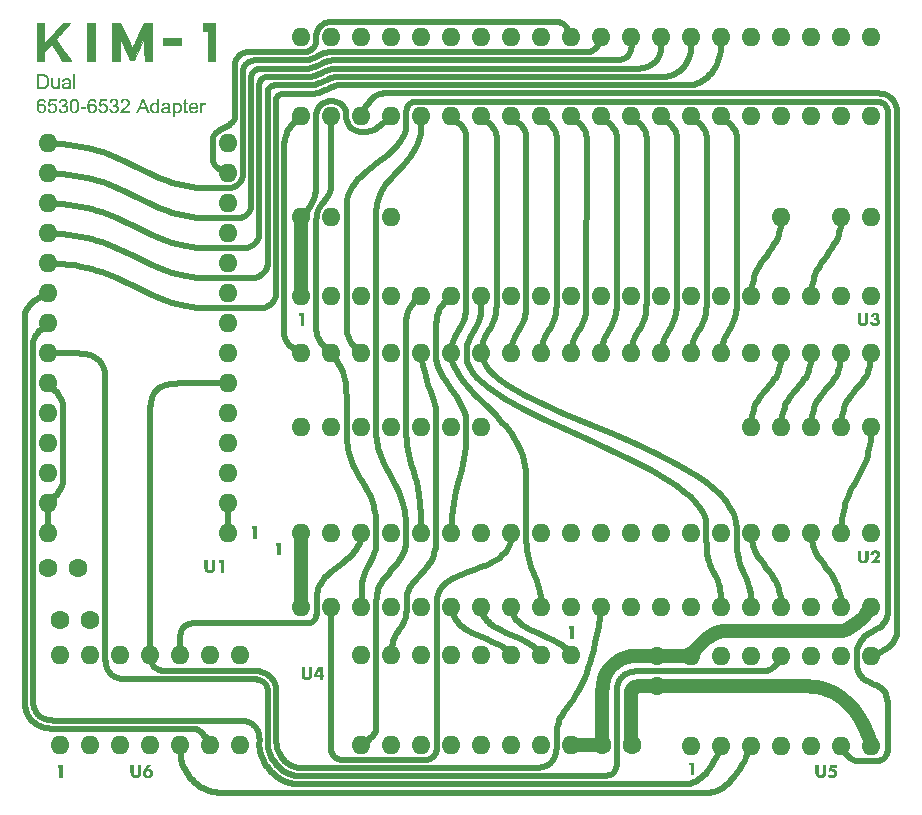
<source format=gtl>
G04 #@! TF.GenerationSoftware,KiCad,Pcbnew,(7.0.0)*
G04 #@! TF.CreationDate,2023-05-05T20:39:52+02:00*
G04 #@! TF.ProjectId,kim-1-dual-6532-adapter,6b696d2d-312d-4647-9561-6c2d36353332,rev?*
G04 #@! TF.SameCoordinates,Original*
G04 #@! TF.FileFunction,Copper,L1,Top*
G04 #@! TF.FilePolarity,Positive*
%FSLAX46Y46*%
G04 Gerber Fmt 4.6, Leading zero omitted, Abs format (unit mm)*
G04 Created by KiCad (PCBNEW (7.0.0)) date 2023-05-05 20:39:52*
%MOMM*%
%LPD*%
G01*
G04 APERTURE LIST*
%ADD10C,0.200000*%
G04 #@! TA.AperFunction,NonConductor*
%ADD11C,0.200000*%
G04 #@! TD*
G04 #@! TA.AperFunction,EtchedComponent*
%ADD12C,0.010000*%
G04 #@! TD*
G04 #@! TA.AperFunction,ComponentPad*
%ADD13C,1.600000*%
G04 #@! TD*
G04 #@! TA.AperFunction,ComponentPad*
%ADD14O,1.600000X1.600000*%
G04 #@! TD*
G04 #@! TA.AperFunction,Conductor*
%ADD15C,0.500000*%
G04 #@! TD*
G04 #@! TA.AperFunction,Conductor*
%ADD16C,1.200000*%
G04 #@! TD*
G04 APERTURE END LIST*
D10*
D11*
G36*
X35054607Y-56148308D02*
G01*
X35072333Y-56149287D01*
X35089640Y-56150918D01*
X35106529Y-56153202D01*
X35122998Y-56156139D01*
X35139048Y-56159728D01*
X35154679Y-56163970D01*
X35169891Y-56168864D01*
X35184684Y-56174411D01*
X35199059Y-56180611D01*
X35213014Y-56187463D01*
X35226550Y-56194968D01*
X35239667Y-56203125D01*
X35252365Y-56211935D01*
X35264643Y-56221397D01*
X35276503Y-56231512D01*
X35287903Y-56242208D01*
X35298728Y-56253485D01*
X35308978Y-56265344D01*
X35318654Y-56277784D01*
X35327754Y-56290806D01*
X35336280Y-56304410D01*
X35344231Y-56318595D01*
X35351608Y-56333362D01*
X35358410Y-56348710D01*
X35364637Y-56364640D01*
X35370289Y-56381152D01*
X35375367Y-56398245D01*
X35379870Y-56415920D01*
X35383798Y-56434176D01*
X35387151Y-56453014D01*
X35389930Y-56472434D01*
X35224626Y-56485623D01*
X35220551Y-56468859D01*
X35216239Y-56453079D01*
X35211689Y-56438284D01*
X35206903Y-56424472D01*
X35201880Y-56411644D01*
X35196620Y-56399801D01*
X35191123Y-56388941D01*
X35183424Y-56375992D01*
X35175305Y-56364793D01*
X35168939Y-56357542D01*
X35158083Y-56346909D01*
X35146727Y-56337322D01*
X35134871Y-56328781D01*
X35122516Y-56321285D01*
X35109661Y-56314836D01*
X35096306Y-56309432D01*
X35082451Y-56305075D01*
X35068097Y-56301763D01*
X35053243Y-56299497D01*
X35037889Y-56298277D01*
X35027376Y-56298044D01*
X35008769Y-56298753D01*
X34990758Y-56300879D01*
X34973341Y-56304422D01*
X34956521Y-56309383D01*
X34940295Y-56315761D01*
X34924665Y-56323557D01*
X34909631Y-56332770D01*
X34895191Y-56343400D01*
X34881347Y-56355448D01*
X34868099Y-56368913D01*
X34855445Y-56383795D01*
X34843387Y-56400095D01*
X34831925Y-56417812D01*
X34821058Y-56436947D01*
X34810786Y-56457498D01*
X34805873Y-56468306D01*
X34801109Y-56479468D01*
X34796312Y-56491642D01*
X34791813Y-56504206D01*
X34787611Y-56517160D01*
X34783707Y-56530502D01*
X34780100Y-56544234D01*
X34776792Y-56558355D01*
X34773781Y-56572865D01*
X34771067Y-56587765D01*
X34768651Y-56603054D01*
X34766533Y-56618732D01*
X34764713Y-56634799D01*
X34763190Y-56651256D01*
X34761965Y-56668102D01*
X34761038Y-56685337D01*
X34760408Y-56702961D01*
X34760076Y-56720975D01*
X34771798Y-56703833D01*
X34784320Y-56687796D01*
X34797645Y-56672866D01*
X34811770Y-56659041D01*
X34826697Y-56646323D01*
X34842426Y-56634710D01*
X34858956Y-56624203D01*
X34876287Y-56614803D01*
X34894420Y-56606508D01*
X34913354Y-56599319D01*
X34933089Y-56593236D01*
X34953627Y-56588260D01*
X34974965Y-56584389D01*
X34997105Y-56581624D01*
X35020046Y-56579965D01*
X35031817Y-56579550D01*
X35043789Y-56579412D01*
X35064106Y-56579886D01*
X35083951Y-56581308D01*
X35103325Y-56583678D01*
X35122227Y-56586996D01*
X35140658Y-56591262D01*
X35158616Y-56596475D01*
X35176103Y-56602637D01*
X35193119Y-56609747D01*
X35209662Y-56617805D01*
X35225734Y-56626810D01*
X35241335Y-56636764D01*
X35256463Y-56647666D01*
X35271120Y-56659515D01*
X35285305Y-56672313D01*
X35299019Y-56686058D01*
X35312260Y-56700752D01*
X35324115Y-56715243D01*
X35335204Y-56730139D01*
X35345529Y-56745440D01*
X35355088Y-56761147D01*
X35363884Y-56777259D01*
X35371914Y-56793776D01*
X35379179Y-56810699D01*
X35385680Y-56828027D01*
X35391416Y-56845760D01*
X35396387Y-56863898D01*
X35400593Y-56882442D01*
X35404035Y-56901391D01*
X35406711Y-56920745D01*
X35408623Y-56940505D01*
X35409771Y-56960670D01*
X35410153Y-56981240D01*
X35409972Y-56995386D01*
X35409429Y-57009395D01*
X35408525Y-57023267D01*
X35407259Y-57037001D01*
X35405631Y-57050598D01*
X35403641Y-57064057D01*
X35401289Y-57077379D01*
X35398576Y-57090563D01*
X35395501Y-57103610D01*
X35392064Y-57116520D01*
X35388265Y-57129293D01*
X35384105Y-57141928D01*
X35379582Y-57154425D01*
X35374698Y-57166785D01*
X35369452Y-57179008D01*
X35363845Y-57191094D01*
X35357452Y-57203912D01*
X35350729Y-57216355D01*
X35343676Y-57228422D01*
X35336294Y-57240113D01*
X35328582Y-57251429D01*
X35320540Y-57262370D01*
X35312169Y-57272935D01*
X35303468Y-57283124D01*
X35294437Y-57292938D01*
X35285076Y-57302377D01*
X35275386Y-57311440D01*
X35265366Y-57320127D01*
X35255016Y-57328439D01*
X35244337Y-57336375D01*
X35233327Y-57343936D01*
X35221988Y-57351122D01*
X35210870Y-57357617D01*
X35199571Y-57363692D01*
X35188092Y-57369349D01*
X35176431Y-57374587D01*
X35164589Y-57379406D01*
X35152567Y-57383806D01*
X35140364Y-57387787D01*
X35127979Y-57391348D01*
X35115414Y-57394491D01*
X35102668Y-57397215D01*
X35089741Y-57399519D01*
X35076633Y-57401405D01*
X35063345Y-57402872D01*
X35049875Y-57403919D01*
X35036224Y-57404548D01*
X35022393Y-57404757D01*
X35007754Y-57404568D01*
X34993364Y-57403999D01*
X34979225Y-57403052D01*
X34965336Y-57401726D01*
X34951698Y-57400020D01*
X34938309Y-57397936D01*
X34925171Y-57395473D01*
X34912282Y-57392631D01*
X34899644Y-57389410D01*
X34887256Y-57385809D01*
X34875118Y-57381830D01*
X34863231Y-57377472D01*
X34851593Y-57372735D01*
X34840206Y-57367619D01*
X34829069Y-57362125D01*
X34818182Y-57356251D01*
X34807545Y-57349998D01*
X34797158Y-57343366D01*
X34787021Y-57336355D01*
X34777135Y-57328966D01*
X34767499Y-57321197D01*
X34758113Y-57313050D01*
X34748977Y-57304523D01*
X34740091Y-57295617D01*
X34731455Y-57286333D01*
X34723070Y-57276670D01*
X34714935Y-57266627D01*
X34707050Y-57256206D01*
X34699415Y-57245405D01*
X34692030Y-57234226D01*
X34684895Y-57222668D01*
X34678011Y-57210731D01*
X34667789Y-57191536D01*
X34658227Y-57171539D01*
X34649324Y-57150741D01*
X34641081Y-57129142D01*
X34637207Y-57118041D01*
X34633497Y-57106741D01*
X34629953Y-57095240D01*
X34626573Y-57083538D01*
X34623358Y-57071637D01*
X34620308Y-57059535D01*
X34617423Y-57047232D01*
X34614703Y-57034729D01*
X34612148Y-57022026D01*
X34609757Y-57009123D01*
X34607531Y-56996019D01*
X34605471Y-56982715D01*
X34604770Y-56977723D01*
X34782937Y-56977723D01*
X34783403Y-56998348D01*
X34784801Y-57018238D01*
X34787131Y-57037394D01*
X34790393Y-57055814D01*
X34794587Y-57073499D01*
X34799712Y-57090449D01*
X34805770Y-57106664D01*
X34812759Y-57122144D01*
X34820681Y-57136889D01*
X34829534Y-57150899D01*
X34839320Y-57164174D01*
X34850037Y-57176714D01*
X34861686Y-57188519D01*
X34874267Y-57199589D01*
X34887781Y-57209924D01*
X34902226Y-57219524D01*
X34912923Y-57225809D01*
X34923692Y-57231476D01*
X34934534Y-57236525D01*
X34945447Y-57240956D01*
X34960111Y-57245902D01*
X34974903Y-57249749D01*
X34989823Y-57252496D01*
X35004872Y-57254145D01*
X35020048Y-57254695D01*
X35032991Y-57254366D01*
X35045589Y-57253380D01*
X35057840Y-57251737D01*
X35069746Y-57249437D01*
X35081306Y-57246480D01*
X35092520Y-57242866D01*
X35108693Y-57236212D01*
X35124088Y-57228079D01*
X35138705Y-57218468D01*
X35148017Y-57211239D01*
X35156984Y-57203353D01*
X35165605Y-57194810D01*
X35173880Y-57185610D01*
X35181810Y-57175752D01*
X35185645Y-57170577D01*
X35195335Y-57156155D01*
X35204072Y-57141135D01*
X35211856Y-57125518D01*
X35218686Y-57109303D01*
X35222711Y-57098161D01*
X35226311Y-57086753D01*
X35229488Y-57075080D01*
X35232242Y-57063141D01*
X35234572Y-57050936D01*
X35236478Y-57038466D01*
X35237961Y-57025731D01*
X35239020Y-57012729D01*
X35239655Y-56999462D01*
X35239867Y-56985930D01*
X35239643Y-56972380D01*
X35238969Y-56959135D01*
X35237847Y-56946194D01*
X35236277Y-56933558D01*
X35234257Y-56921226D01*
X35231789Y-56909199D01*
X35228871Y-56897477D01*
X35225505Y-56886059D01*
X35221691Y-56874945D01*
X35215127Y-56858846D01*
X35207554Y-56843432D01*
X35198970Y-56828704D01*
X35189377Y-56814660D01*
X35182421Y-56805678D01*
X35174688Y-56796451D01*
X35166585Y-56787818D01*
X35153734Y-56775986D01*
X35140049Y-56765493D01*
X35125529Y-56756340D01*
X35110174Y-56748526D01*
X35093985Y-56742051D01*
X35082728Y-56738479D01*
X35071101Y-56735503D01*
X35059102Y-56733121D01*
X35046733Y-56731335D01*
X35033993Y-56730144D01*
X35020881Y-56729549D01*
X35014187Y-56729475D01*
X35001263Y-56729761D01*
X34988651Y-56730620D01*
X34976350Y-56732051D01*
X34964361Y-56734054D01*
X34952683Y-56736630D01*
X34941317Y-56739779D01*
X34924851Y-56745575D01*
X34909086Y-56752659D01*
X34894021Y-56761031D01*
X34879658Y-56770691D01*
X34865994Y-56781639D01*
X34857275Y-56789653D01*
X34848867Y-56798240D01*
X34844780Y-56802748D01*
X34833728Y-56816138D01*
X34823763Y-56830153D01*
X34814885Y-56844790D01*
X34807095Y-56860052D01*
X34800391Y-56875936D01*
X34794774Y-56892444D01*
X34791634Y-56903795D01*
X34788977Y-56915424D01*
X34786803Y-56927330D01*
X34785112Y-56939513D01*
X34783904Y-56951972D01*
X34783179Y-56964709D01*
X34782937Y-56977723D01*
X34604770Y-56977723D01*
X34603575Y-56969210D01*
X34601844Y-56955505D01*
X34600277Y-56941600D01*
X34598876Y-56927495D01*
X34597640Y-56913189D01*
X34596568Y-56898682D01*
X34595661Y-56883976D01*
X34594919Y-56869069D01*
X34594342Y-56853961D01*
X34593930Y-56838654D01*
X34593683Y-56823145D01*
X34593600Y-56807437D01*
X34594033Y-56766865D01*
X34595330Y-56727581D01*
X34597493Y-56689585D01*
X34600520Y-56652877D01*
X34604412Y-56617457D01*
X34609170Y-56583325D01*
X34614792Y-56550481D01*
X34621279Y-56518925D01*
X34628631Y-56488657D01*
X34636848Y-56459677D01*
X34645931Y-56431985D01*
X34655878Y-56405581D01*
X34666690Y-56380465D01*
X34678367Y-56356637D01*
X34690909Y-56334097D01*
X34704316Y-56312845D01*
X34718588Y-56292881D01*
X34733724Y-56274205D01*
X34749726Y-56256817D01*
X34766593Y-56240717D01*
X34784325Y-56225905D01*
X34802921Y-56212381D01*
X34822383Y-56200145D01*
X34842710Y-56189197D01*
X34863901Y-56179537D01*
X34885958Y-56171165D01*
X34908879Y-56164081D01*
X34932666Y-56158285D01*
X34957317Y-56153777D01*
X34982834Y-56150557D01*
X35009215Y-56148625D01*
X35036461Y-56147981D01*
X35054607Y-56148308D01*
G37*
G36*
X35533545Y-57051582D02*
G01*
X35707641Y-57036928D01*
X35709954Y-57050325D01*
X35712571Y-57063298D01*
X35715491Y-57075845D01*
X35718714Y-57087967D01*
X35722241Y-57099663D01*
X35726071Y-57110934D01*
X35734642Y-57132201D01*
X35744426Y-57151766D01*
X35755424Y-57169629D01*
X35767635Y-57185792D01*
X35781060Y-57200253D01*
X35795699Y-57213013D01*
X35811551Y-57224071D01*
X35828617Y-57233428D01*
X35846896Y-57241084D01*
X35866389Y-57247039D01*
X35887095Y-57251292D01*
X35909015Y-57253844D01*
X35932149Y-57254695D01*
X35946256Y-57254358D01*
X35960002Y-57253348D01*
X35973385Y-57251665D01*
X35986407Y-57249309D01*
X35999068Y-57246280D01*
X36011366Y-57242577D01*
X36023303Y-57238201D01*
X36034877Y-57233152D01*
X36046090Y-57227430D01*
X36056942Y-57221035D01*
X36067431Y-57213966D01*
X36077559Y-57206225D01*
X36087325Y-57197810D01*
X36096729Y-57188721D01*
X36105771Y-57178960D01*
X36114452Y-57168526D01*
X36122189Y-57158416D01*
X36129427Y-57148018D01*
X36136166Y-57137332D01*
X36142405Y-57126357D01*
X36148146Y-57115094D01*
X36153387Y-57103542D01*
X36158129Y-57091701D01*
X36162372Y-57079572D01*
X36166116Y-57067155D01*
X36169361Y-57054449D01*
X36172106Y-57041455D01*
X36174352Y-57028172D01*
X36176099Y-57014600D01*
X36177347Y-57000740D01*
X36178096Y-56986591D01*
X36178346Y-56972154D01*
X36178090Y-56957717D01*
X36177324Y-56943642D01*
X36176048Y-56929929D01*
X36174261Y-56916577D01*
X36171963Y-56903587D01*
X36169154Y-56890959D01*
X36165835Y-56878693D01*
X36162006Y-56866788D01*
X36157666Y-56855245D01*
X36152815Y-56844064D01*
X36147453Y-56833245D01*
X36141581Y-56822788D01*
X36135198Y-56812692D01*
X36128305Y-56802958D01*
X36120901Y-56793586D01*
X36112986Y-56784576D01*
X36104405Y-56775632D01*
X36095442Y-56767265D01*
X36086096Y-56759475D01*
X36076368Y-56752263D01*
X36066258Y-56745627D01*
X36055765Y-56739568D01*
X36044889Y-56734086D01*
X36033632Y-56729182D01*
X36021992Y-56724854D01*
X36009969Y-56721103D01*
X35997564Y-56717930D01*
X35984777Y-56715333D01*
X35971607Y-56713313D01*
X35958055Y-56711871D01*
X35944121Y-56711005D01*
X35929804Y-56710717D01*
X35912475Y-56711197D01*
X35895659Y-56712636D01*
X35879356Y-56715034D01*
X35863565Y-56718392D01*
X35848288Y-56722710D01*
X35833524Y-56727986D01*
X35819272Y-56734223D01*
X35805533Y-56741418D01*
X35792308Y-56749573D01*
X35779595Y-56758688D01*
X35767395Y-56768762D01*
X35755708Y-56779795D01*
X35744534Y-56791788D01*
X35733872Y-56804740D01*
X35723724Y-56818651D01*
X35714089Y-56833522D01*
X35559043Y-56813006D01*
X35679211Y-56166739D01*
X36297634Y-56166739D01*
X36297634Y-56335560D01*
X35813447Y-56335560D01*
X35754829Y-56630703D01*
X35766382Y-56622220D01*
X35778180Y-56614285D01*
X35790223Y-56606897D01*
X35802511Y-56600057D01*
X35815044Y-56593763D01*
X35827822Y-56588017D01*
X35840845Y-56582818D01*
X35854113Y-56578166D01*
X35867626Y-56574062D01*
X35881384Y-56570505D01*
X35895388Y-56567495D01*
X35909636Y-56565032D01*
X35924129Y-56563117D01*
X35938867Y-56561749D01*
X35953850Y-56560928D01*
X35969078Y-56560654D01*
X35990153Y-56561105D01*
X36010734Y-56562458D01*
X36030820Y-56564714D01*
X36050411Y-56567871D01*
X36069508Y-56571931D01*
X36088110Y-56576893D01*
X36106218Y-56582757D01*
X36123831Y-56589524D01*
X36140949Y-56597192D01*
X36157573Y-56605763D01*
X36173702Y-56615235D01*
X36189337Y-56625610D01*
X36204477Y-56636888D01*
X36219122Y-56649067D01*
X36233273Y-56662148D01*
X36246929Y-56676132D01*
X36259954Y-56690752D01*
X36272139Y-56705817D01*
X36283484Y-56721325D01*
X36293989Y-56737278D01*
X36303653Y-56753675D01*
X36312476Y-56770517D01*
X36320459Y-56787802D01*
X36327602Y-56805532D01*
X36333905Y-56823706D01*
X36339367Y-56842324D01*
X36343989Y-56861386D01*
X36347771Y-56880893D01*
X36350712Y-56900844D01*
X36352813Y-56921239D01*
X36354073Y-56942078D01*
X36354494Y-56963362D01*
X36354112Y-56984074D01*
X36352969Y-57004445D01*
X36351062Y-57024475D01*
X36348394Y-57044163D01*
X36344962Y-57063511D01*
X36340769Y-57082517D01*
X36335812Y-57101182D01*
X36330094Y-57119506D01*
X36323612Y-57137489D01*
X36316369Y-57155130D01*
X36308363Y-57172431D01*
X36299594Y-57189390D01*
X36290063Y-57206008D01*
X36279769Y-57222285D01*
X36268713Y-57238221D01*
X36256894Y-57253815D01*
X36249301Y-57263102D01*
X36241543Y-57272093D01*
X36233621Y-57280790D01*
X36217281Y-57297300D01*
X36200282Y-57312630D01*
X36182623Y-57326780D01*
X36164305Y-57339752D01*
X36145327Y-57351544D01*
X36125690Y-57362157D01*
X36105393Y-57371591D01*
X36084437Y-57379846D01*
X36062822Y-57386921D01*
X36040547Y-57392818D01*
X36017612Y-57397535D01*
X36005898Y-57399451D01*
X35994019Y-57401072D01*
X35981974Y-57402399D01*
X35969765Y-57403431D01*
X35957391Y-57404168D01*
X35944853Y-57404610D01*
X35932149Y-57404757D01*
X35911750Y-57404407D01*
X35891808Y-57403356D01*
X35872320Y-57401604D01*
X35853289Y-57399152D01*
X35834713Y-57395999D01*
X35816593Y-57392145D01*
X35798928Y-57387591D01*
X35781720Y-57382336D01*
X35764967Y-57376380D01*
X35748669Y-57369724D01*
X35732827Y-57362367D01*
X35717441Y-57354309D01*
X35702511Y-57345551D01*
X35688036Y-57336092D01*
X35674017Y-57325932D01*
X35660453Y-57315071D01*
X35647043Y-57303257D01*
X35634363Y-57290823D01*
X35622414Y-57277767D01*
X35611195Y-57264092D01*
X35600707Y-57249796D01*
X35590949Y-57234879D01*
X35581922Y-57219342D01*
X35573625Y-57203184D01*
X35566058Y-57186405D01*
X35559222Y-57169007D01*
X35553116Y-57150987D01*
X35547741Y-57132347D01*
X35543096Y-57113087D01*
X35539182Y-57093206D01*
X35535998Y-57072704D01*
X35533545Y-57051582D01*
G37*
G36*
X36468799Y-57049237D02*
G01*
X36634689Y-57027256D01*
X36637823Y-57041248D01*
X36641218Y-57054797D01*
X36644874Y-57067901D01*
X36648789Y-57080562D01*
X36652966Y-57092778D01*
X36657402Y-57104549D01*
X36662100Y-57115877D01*
X36667057Y-57126760D01*
X36677754Y-57147194D01*
X36689492Y-57165851D01*
X36702273Y-57182731D01*
X36716095Y-57197835D01*
X36730959Y-57211161D01*
X36746865Y-57222711D01*
X36763813Y-57232484D01*
X36781803Y-57240480D01*
X36800834Y-57246699D01*
X36820907Y-57251141D01*
X36842023Y-57253806D01*
X36864180Y-57254695D01*
X36876938Y-57254444D01*
X36889422Y-57253692D01*
X36901631Y-57252438D01*
X36913565Y-57250683D01*
X36925225Y-57248426D01*
X36942199Y-57244101D01*
X36958555Y-57238648D01*
X36974293Y-57232066D01*
X36989412Y-57224356D01*
X37003913Y-57215518D01*
X37017796Y-57205551D01*
X37031061Y-57194457D01*
X37035345Y-57190508D01*
X37047549Y-57178150D01*
X37058553Y-57165256D01*
X37068356Y-57151826D01*
X37076959Y-57137861D01*
X37084362Y-57123360D01*
X37090564Y-57108323D01*
X37095566Y-57092750D01*
X37099367Y-57076642D01*
X37101968Y-57059997D01*
X37103368Y-57042817D01*
X37103635Y-57031066D01*
X37103076Y-57014111D01*
X37101399Y-56997760D01*
X37098604Y-56982011D01*
X37094691Y-56966865D01*
X37089660Y-56952322D01*
X37083512Y-56938381D01*
X37076245Y-56925044D01*
X37067860Y-56912309D01*
X37058357Y-56900177D01*
X37047736Y-56888647D01*
X37040034Y-56881296D01*
X37027837Y-56870925D01*
X37014985Y-56861574D01*
X37001479Y-56853243D01*
X36987319Y-56845933D01*
X36972505Y-56839642D01*
X36957036Y-56834372D01*
X36940913Y-56830121D01*
X36924135Y-56826891D01*
X36906703Y-56824681D01*
X36894719Y-56823774D01*
X36882443Y-56823321D01*
X36876196Y-56823264D01*
X36862179Y-56822999D01*
X36849903Y-56822406D01*
X36836684Y-56821474D01*
X36822522Y-56820203D01*
X36807416Y-56818594D01*
X36795468Y-56817164D01*
X36782989Y-56815544D01*
X36769979Y-56813733D01*
X36761011Y-56812420D01*
X36779769Y-56673201D01*
X36791681Y-56673201D01*
X36804100Y-56673201D01*
X36812009Y-56673201D01*
X36824366Y-56673020D01*
X36836450Y-56672478D01*
X36848262Y-56671573D01*
X36865469Y-56669538D01*
X36882063Y-56666689D01*
X36898043Y-56663026D01*
X36913411Y-56658549D01*
X36928165Y-56653258D01*
X36942307Y-56647153D01*
X36955835Y-56640234D01*
X36968750Y-56632500D01*
X36977020Y-56626893D01*
X36989905Y-56616727D01*
X37001523Y-56605794D01*
X37011873Y-56594093D01*
X37020956Y-56581624D01*
X37028772Y-56568388D01*
X37035320Y-56554384D01*
X37040601Y-56539612D01*
X37044614Y-56524073D01*
X37047360Y-56507766D01*
X37048839Y-56490691D01*
X37049120Y-56478882D01*
X37048651Y-56463730D01*
X37047245Y-56449161D01*
X37044901Y-56435175D01*
X37041619Y-56421770D01*
X37037399Y-56408947D01*
X37032242Y-56396707D01*
X37026147Y-56385049D01*
X37019115Y-56373973D01*
X37011145Y-56363479D01*
X37002237Y-56353568D01*
X36995778Y-56347284D01*
X36985576Y-56338484D01*
X36974864Y-56330550D01*
X36963642Y-56323481D01*
X36951910Y-56317278D01*
X36939668Y-56311941D01*
X36926916Y-56307469D01*
X36913654Y-56303862D01*
X36899882Y-56301122D01*
X36885600Y-56299246D01*
X36870807Y-56298237D01*
X36860662Y-56298044D01*
X36839061Y-56298887D01*
X36818586Y-56301415D01*
X36799237Y-56305628D01*
X36781015Y-56311526D01*
X36763919Y-56319110D01*
X36747950Y-56328379D01*
X36733108Y-56339333D01*
X36719392Y-56351973D01*
X36706803Y-56366298D01*
X36695341Y-56382308D01*
X36685005Y-56400003D01*
X36675795Y-56419384D01*
X36667712Y-56440450D01*
X36664093Y-56451615D01*
X36660756Y-56463201D01*
X36657700Y-56475209D01*
X36654926Y-56487638D01*
X36652434Y-56500488D01*
X36650223Y-56513759D01*
X36483161Y-56483571D01*
X36486985Y-56463780D01*
X36491349Y-56444562D01*
X36496254Y-56425917D01*
X36501699Y-56407844D01*
X36507684Y-56390343D01*
X36514210Y-56373414D01*
X36521276Y-56357059D01*
X36528883Y-56341275D01*
X36537030Y-56326064D01*
X36545717Y-56311426D01*
X36554945Y-56297360D01*
X36564713Y-56283866D01*
X36575022Y-56270945D01*
X36585871Y-56258596D01*
X36597260Y-56246820D01*
X36609190Y-56235616D01*
X36621632Y-56225004D01*
X36634483Y-56215076D01*
X36647744Y-56205834D01*
X36661415Y-56197276D01*
X36675496Y-56189402D01*
X36689987Y-56182214D01*
X36704888Y-56175709D01*
X36720198Y-56169890D01*
X36735919Y-56164755D01*
X36752049Y-56160305D01*
X36768589Y-56156539D01*
X36785539Y-56153459D01*
X36802899Y-56151062D01*
X36820669Y-56149351D01*
X36838849Y-56148324D01*
X36857438Y-56147981D01*
X36869375Y-56148139D01*
X36881225Y-56148613D01*
X36892987Y-56149403D01*
X36904663Y-56150509D01*
X36922013Y-56152761D01*
X36939167Y-56155723D01*
X36956126Y-56159396D01*
X36972889Y-56163781D01*
X36989456Y-56168876D01*
X37005827Y-56174682D01*
X37022003Y-56181200D01*
X37037983Y-56188428D01*
X37049132Y-56194094D01*
X37059937Y-56200028D01*
X37070399Y-56206230D01*
X37080518Y-56212700D01*
X37090293Y-56219437D01*
X37099724Y-56226443D01*
X37113228Y-56237454D01*
X37125958Y-56249067D01*
X37137916Y-56261283D01*
X37149101Y-56274102D01*
X37159513Y-56287524D01*
X37169153Y-56301549D01*
X37175150Y-56311233D01*
X37183216Y-56325397D01*
X37190489Y-56339751D01*
X37196968Y-56354296D01*
X37202654Y-56369032D01*
X37207547Y-56383958D01*
X37211646Y-56399075D01*
X37214952Y-56414382D01*
X37217465Y-56429880D01*
X37219184Y-56445569D01*
X37220109Y-56461448D01*
X37220286Y-56472140D01*
X37219711Y-56493559D01*
X37217987Y-56514144D01*
X37215113Y-56533896D01*
X37211090Y-56552814D01*
X37205917Y-56570899D01*
X37199595Y-56588150D01*
X37192124Y-56604567D01*
X37183503Y-56620152D01*
X37173732Y-56634902D01*
X37162812Y-56648820D01*
X37150743Y-56661903D01*
X37137524Y-56674154D01*
X37123156Y-56685571D01*
X37107638Y-56696154D01*
X37090970Y-56705904D01*
X37073154Y-56714820D01*
X37085866Y-56718042D01*
X37098175Y-56721664D01*
X37110081Y-56725686D01*
X37121582Y-56730107D01*
X37132681Y-56734927D01*
X37143375Y-56740147D01*
X37153667Y-56745767D01*
X37173038Y-56758205D01*
X37190795Y-56772241D01*
X37206938Y-56787876D01*
X37221467Y-56805109D01*
X37234381Y-56823940D01*
X37245681Y-56844369D01*
X37250726Y-56855183D01*
X37255367Y-56866397D01*
X37259605Y-56878010D01*
X37263438Y-56890023D01*
X37266869Y-56902435D01*
X37269896Y-56915247D01*
X37272519Y-56928459D01*
X37274739Y-56942070D01*
X37276555Y-56956080D01*
X37277967Y-56970490D01*
X37278976Y-56985300D01*
X37279581Y-57000509D01*
X37279783Y-57016118D01*
X37279298Y-57037454D01*
X37277841Y-57058305D01*
X37275414Y-57078670D01*
X37272016Y-57098550D01*
X37267647Y-57117945D01*
X37262308Y-57136853D01*
X37255997Y-57155277D01*
X37248715Y-57173215D01*
X37240463Y-57190668D01*
X37231240Y-57207635D01*
X37221046Y-57224117D01*
X37209881Y-57240113D01*
X37197745Y-57255624D01*
X37184638Y-57270650D01*
X37170561Y-57285190D01*
X37155512Y-57299244D01*
X37140426Y-57312021D01*
X37124916Y-57323974D01*
X37108983Y-57335102D01*
X37092626Y-57345406D01*
X37075845Y-57354886D01*
X37058641Y-57363541D01*
X37041013Y-57371372D01*
X37022962Y-57378379D01*
X37004487Y-57384562D01*
X36985588Y-57389920D01*
X36966266Y-57394453D01*
X36946520Y-57398163D01*
X36926350Y-57401048D01*
X36905757Y-57403109D01*
X36884741Y-57404345D01*
X36863300Y-57404757D01*
X36843361Y-57404393D01*
X36823843Y-57403301D01*
X36804746Y-57401481D01*
X36786071Y-57398932D01*
X36767817Y-57395655D01*
X36749984Y-57391651D01*
X36732572Y-57386918D01*
X36715582Y-57381457D01*
X36699013Y-57375267D01*
X36682866Y-57368350D01*
X36667140Y-57360704D01*
X36651835Y-57352331D01*
X36636951Y-57343229D01*
X36622489Y-57333399D01*
X36608448Y-57322841D01*
X36594829Y-57311554D01*
X36581456Y-57299436D01*
X36568817Y-57286747D01*
X36556910Y-57273488D01*
X36545736Y-57259659D01*
X36535294Y-57245260D01*
X36525586Y-57230290D01*
X36516610Y-57214751D01*
X36508367Y-57198641D01*
X36500856Y-57181961D01*
X36494078Y-57164711D01*
X36488033Y-57146891D01*
X36482721Y-57128500D01*
X36478142Y-57109540D01*
X36474295Y-57090009D01*
X36471181Y-57069908D01*
X36468799Y-57049237D01*
G37*
G36*
X37831298Y-56148595D02*
G01*
X37855340Y-56150437D01*
X37878594Y-56153507D01*
X37901059Y-56157804D01*
X37922736Y-56163330D01*
X37943625Y-56170083D01*
X37963725Y-56178065D01*
X37983038Y-56187274D01*
X38001562Y-56197711D01*
X38019297Y-56209376D01*
X38036245Y-56222269D01*
X38052404Y-56236390D01*
X38067775Y-56251738D01*
X38082358Y-56268315D01*
X38096152Y-56286119D01*
X38109159Y-56305152D01*
X38121377Y-56325412D01*
X38132806Y-56346900D01*
X38143448Y-56369616D01*
X38153301Y-56393560D01*
X38162366Y-56418732D01*
X38170643Y-56445131D01*
X38178131Y-56472759D01*
X38184831Y-56501614D01*
X38190743Y-56531698D01*
X38195867Y-56563009D01*
X38200202Y-56595548D01*
X38203749Y-56629315D01*
X38206508Y-56664310D01*
X38208479Y-56700533D01*
X38209661Y-56737984D01*
X38210055Y-56776662D01*
X38209882Y-56801906D01*
X38209363Y-56826638D01*
X38208497Y-56850859D01*
X38207285Y-56874569D01*
X38205726Y-56897767D01*
X38203821Y-56920455D01*
X38201570Y-56942631D01*
X38198973Y-56964296D01*
X38196029Y-56985450D01*
X38192739Y-57006092D01*
X38189102Y-57026224D01*
X38185120Y-57045844D01*
X38180791Y-57064953D01*
X38176115Y-57083551D01*
X38171093Y-57101638D01*
X38165725Y-57119213D01*
X38160011Y-57136277D01*
X38153950Y-57152830D01*
X38147543Y-57168872D01*
X38140790Y-57184403D01*
X38133690Y-57199422D01*
X38126244Y-57213931D01*
X38118451Y-57227928D01*
X38110313Y-57241414D01*
X38101828Y-57254389D01*
X38092996Y-57266852D01*
X38083819Y-57278804D01*
X38074294Y-57290246D01*
X38064424Y-57301176D01*
X38054207Y-57311594D01*
X38043644Y-57321502D01*
X38032735Y-57330898D01*
X38021272Y-57339842D01*
X38009453Y-57348209D01*
X37997276Y-57355999D01*
X37984741Y-57363212D01*
X37971850Y-57369847D01*
X37958601Y-57375906D01*
X37944995Y-57381388D01*
X37931032Y-57386293D01*
X37916712Y-57390620D01*
X37902035Y-57394371D01*
X37887000Y-57397545D01*
X37871608Y-57400141D01*
X37855859Y-57402161D01*
X37839753Y-57403603D01*
X37823289Y-57404469D01*
X37806468Y-57404757D01*
X37781656Y-57404144D01*
X37757632Y-57402304D01*
X37734395Y-57399237D01*
X37711946Y-57394943D01*
X37690285Y-57389423D01*
X37669412Y-57382676D01*
X37649326Y-57374702D01*
X37630027Y-57365501D01*
X37611517Y-57355074D01*
X37593794Y-57343420D01*
X37576859Y-57330539D01*
X37560711Y-57316432D01*
X37545351Y-57301097D01*
X37530779Y-57284536D01*
X37516995Y-57266748D01*
X37503998Y-57247734D01*
X37491789Y-57227492D01*
X37480368Y-57206024D01*
X37469734Y-57183329D01*
X37459888Y-57159408D01*
X37450829Y-57134259D01*
X37442559Y-57107884D01*
X37435076Y-57080283D01*
X37428381Y-57051454D01*
X37422473Y-57021399D01*
X37417353Y-56990117D01*
X37413021Y-56957608D01*
X37409476Y-56923872D01*
X37406719Y-56888910D01*
X37404750Y-56852721D01*
X37403568Y-56815305D01*
X37403175Y-56776662D01*
X37403177Y-56776369D01*
X37574340Y-56776369D01*
X37574371Y-56788535D01*
X37574465Y-56800521D01*
X37574621Y-56812328D01*
X37575120Y-56835404D01*
X37575869Y-56857764D01*
X37576867Y-56879407D01*
X37578115Y-56900333D01*
X37579613Y-56920543D01*
X37581360Y-56940035D01*
X37583356Y-56958812D01*
X37585603Y-56976871D01*
X37588098Y-56994214D01*
X37590844Y-57010840D01*
X37593839Y-57026749D01*
X37597084Y-57041942D01*
X37600578Y-57056418D01*
X37604322Y-57070177D01*
X37606287Y-57076788D01*
X37613390Y-57098331D01*
X37621216Y-57118485D01*
X37629766Y-57137248D01*
X37639040Y-57154622D01*
X37649037Y-57170606D01*
X37659758Y-57185200D01*
X37671202Y-57198404D01*
X37683370Y-57210218D01*
X37696261Y-57220642D01*
X37709877Y-57229676D01*
X37724215Y-57237321D01*
X37739277Y-57243575D01*
X37755063Y-57248440D01*
X37771572Y-57251915D01*
X37788805Y-57254000D01*
X37806762Y-57254695D01*
X37821043Y-57254227D01*
X37834871Y-57252826D01*
X37848245Y-57250491D01*
X37861167Y-57247221D01*
X37873634Y-57243017D01*
X37885649Y-57237878D01*
X37897210Y-57231806D01*
X37908318Y-57224799D01*
X37918972Y-57216858D01*
X37929173Y-57207983D01*
X37938921Y-57198174D01*
X37948215Y-57187430D01*
X37957056Y-57175752D01*
X37965443Y-57163140D01*
X37973377Y-57149594D01*
X37980858Y-57135113D01*
X37987885Y-57119698D01*
X37994459Y-57103349D01*
X38000580Y-57086066D01*
X38006247Y-57067849D01*
X38011461Y-57048697D01*
X38016221Y-57028611D01*
X38020528Y-57007591D01*
X38024382Y-56985637D01*
X38027782Y-56962748D01*
X38030729Y-56938925D01*
X38033223Y-56914168D01*
X38035263Y-56888477D01*
X38036850Y-56861851D01*
X38037983Y-56834292D01*
X38038663Y-56805798D01*
X38038890Y-56776369D01*
X38038859Y-56764150D01*
X38038765Y-56752111D01*
X38038609Y-56740254D01*
X38038110Y-56717081D01*
X38037361Y-56694632D01*
X38036363Y-56672907D01*
X38035115Y-56651905D01*
X38033617Y-56631627D01*
X38031870Y-56612072D01*
X38029874Y-56593241D01*
X38027627Y-56575133D01*
X38025132Y-56557749D01*
X38022386Y-56541089D01*
X38019391Y-56525152D01*
X38016146Y-56509939D01*
X38012652Y-56495449D01*
X38008908Y-56481683D01*
X38006943Y-56475071D01*
X37999834Y-56453634D01*
X37991991Y-56433581D01*
X37983412Y-56414910D01*
X37974098Y-56397622D01*
X37964050Y-56381717D01*
X37953266Y-56367195D01*
X37941747Y-56354057D01*
X37929494Y-56342301D01*
X37916505Y-56331928D01*
X37902781Y-56322939D01*
X37888322Y-56315332D01*
X37873128Y-56309108D01*
X37857200Y-56304268D01*
X37840536Y-56300810D01*
X37823137Y-56298736D01*
X37805003Y-56298044D01*
X37792889Y-56298361D01*
X37781093Y-56299313D01*
X37763996Y-56301929D01*
X37747615Y-56305973D01*
X37731951Y-56311443D01*
X37717002Y-56318341D01*
X37702770Y-56326666D01*
X37689254Y-56336417D01*
X37676453Y-56347596D01*
X37664369Y-56360202D01*
X37656711Y-56369399D01*
X37649371Y-56379230D01*
X37640286Y-56393181D01*
X37631786Y-56408581D01*
X37623872Y-56425430D01*
X37616545Y-56443729D01*
X37609804Y-56463477D01*
X37603649Y-56484675D01*
X37598080Y-56507322D01*
X37595516Y-56519189D01*
X37593098Y-56531418D01*
X37590826Y-56544010D01*
X37588702Y-56556964D01*
X37586723Y-56570281D01*
X37584891Y-56583959D01*
X37583206Y-56598001D01*
X37581667Y-56612404D01*
X37580275Y-56627170D01*
X37579030Y-56642298D01*
X37577930Y-56657789D01*
X37576978Y-56673642D01*
X37576172Y-56689857D01*
X37575512Y-56706435D01*
X37575000Y-56723375D01*
X37574633Y-56740677D01*
X37574413Y-56758342D01*
X37574340Y-56776369D01*
X37403177Y-56776369D01*
X37403350Y-56751329D01*
X37403874Y-56726511D01*
X37404749Y-56702207D01*
X37405973Y-56678417D01*
X37407547Y-56655143D01*
X37409470Y-56632382D01*
X37411744Y-56610137D01*
X37414367Y-56588406D01*
X37417340Y-56567190D01*
X37420663Y-56546488D01*
X37424335Y-56526301D01*
X37428358Y-56506629D01*
X37432730Y-56487471D01*
X37437451Y-56468828D01*
X37442523Y-56450700D01*
X37447944Y-56433086D01*
X37453715Y-56415987D01*
X37459836Y-56399402D01*
X37466307Y-56383332D01*
X37473127Y-56367777D01*
X37480297Y-56352736D01*
X37487817Y-56338210D01*
X37495687Y-56324199D01*
X37503907Y-56310702D01*
X37512476Y-56297720D01*
X37521395Y-56285252D01*
X37530663Y-56273299D01*
X37540282Y-56261861D01*
X37550250Y-56250937D01*
X37560568Y-56240528D01*
X37571236Y-56230634D01*
X37582254Y-56221254D01*
X37593674Y-56212381D01*
X37605440Y-56204081D01*
X37617552Y-56196353D01*
X37630009Y-56189197D01*
X37642812Y-56182614D01*
X37655961Y-56176604D01*
X37669456Y-56171165D01*
X37683297Y-56166300D01*
X37697483Y-56162006D01*
X37712015Y-56158285D01*
X37726893Y-56155137D01*
X37742117Y-56152561D01*
X37757686Y-56150557D01*
X37773601Y-56149126D01*
X37789862Y-56148268D01*
X37806468Y-56147981D01*
X37831298Y-56148595D01*
G37*
G36*
X38321137Y-57029600D02*
G01*
X38321137Y-56860780D01*
X38795652Y-56860780D01*
X38795652Y-57029600D01*
X38321137Y-57029600D01*
G37*
G36*
X39351327Y-56148308D02*
G01*
X39369053Y-56149287D01*
X39386361Y-56150918D01*
X39403249Y-56153202D01*
X39419718Y-56156139D01*
X39435768Y-56159728D01*
X39451399Y-56163970D01*
X39466612Y-56168864D01*
X39481405Y-56174411D01*
X39495779Y-56180611D01*
X39509734Y-56187463D01*
X39523270Y-56194968D01*
X39536387Y-56203125D01*
X39549085Y-56211935D01*
X39561364Y-56221397D01*
X39573224Y-56231512D01*
X39584623Y-56242208D01*
X39595448Y-56253485D01*
X39605698Y-56265344D01*
X39615374Y-56277784D01*
X39624474Y-56290806D01*
X39633000Y-56304410D01*
X39640952Y-56318595D01*
X39648328Y-56333362D01*
X39655130Y-56348710D01*
X39661357Y-56364640D01*
X39667009Y-56381152D01*
X39672087Y-56398245D01*
X39676590Y-56415920D01*
X39680518Y-56434176D01*
X39683871Y-56453014D01*
X39686650Y-56472434D01*
X39521346Y-56485623D01*
X39517271Y-56468859D01*
X39512959Y-56453079D01*
X39508410Y-56438284D01*
X39503623Y-56424472D01*
X39498600Y-56411644D01*
X39493340Y-56399801D01*
X39487843Y-56388941D01*
X39480145Y-56375992D01*
X39472025Y-56364793D01*
X39465659Y-56357542D01*
X39454803Y-56346909D01*
X39443447Y-56337322D01*
X39431591Y-56328781D01*
X39419236Y-56321285D01*
X39406381Y-56314836D01*
X39393026Y-56309432D01*
X39379172Y-56305075D01*
X39364817Y-56301763D01*
X39349963Y-56299497D01*
X39334609Y-56298277D01*
X39324096Y-56298044D01*
X39305489Y-56298753D01*
X39287478Y-56300879D01*
X39270062Y-56304422D01*
X39253241Y-56309383D01*
X39237016Y-56315761D01*
X39221386Y-56323557D01*
X39206351Y-56332770D01*
X39191912Y-56343400D01*
X39178068Y-56355448D01*
X39164819Y-56368913D01*
X39152166Y-56383795D01*
X39140108Y-56400095D01*
X39128645Y-56417812D01*
X39117778Y-56436947D01*
X39107506Y-56457498D01*
X39102593Y-56468306D01*
X39097829Y-56479468D01*
X39093032Y-56491642D01*
X39088533Y-56504206D01*
X39084331Y-56517160D01*
X39080427Y-56530502D01*
X39076821Y-56544234D01*
X39073512Y-56558355D01*
X39070501Y-56572865D01*
X39067787Y-56587765D01*
X39065372Y-56603054D01*
X39063254Y-56618732D01*
X39061433Y-56634799D01*
X39059911Y-56651256D01*
X39058685Y-56668102D01*
X39057758Y-56685337D01*
X39057128Y-56702961D01*
X39056796Y-56720975D01*
X39068518Y-56703833D01*
X39081041Y-56687796D01*
X39094365Y-56672866D01*
X39108490Y-56659041D01*
X39123417Y-56646323D01*
X39139146Y-56634710D01*
X39155676Y-56624203D01*
X39173007Y-56614803D01*
X39191140Y-56606508D01*
X39210074Y-56599319D01*
X39229810Y-56593236D01*
X39250347Y-56588260D01*
X39271685Y-56584389D01*
X39293825Y-56581624D01*
X39316766Y-56579965D01*
X39328537Y-56579550D01*
X39340509Y-56579412D01*
X39360826Y-56579886D01*
X39380672Y-56581308D01*
X39400045Y-56583678D01*
X39418948Y-56586996D01*
X39437378Y-56591262D01*
X39455337Y-56596475D01*
X39472824Y-56602637D01*
X39489839Y-56609747D01*
X39506383Y-56617805D01*
X39522455Y-56626810D01*
X39538055Y-56636764D01*
X39553183Y-56647666D01*
X39567840Y-56659515D01*
X39582025Y-56672313D01*
X39595739Y-56686058D01*
X39608981Y-56700752D01*
X39620835Y-56715243D01*
X39631924Y-56730139D01*
X39642249Y-56745440D01*
X39651809Y-56761147D01*
X39660604Y-56777259D01*
X39668634Y-56793776D01*
X39675899Y-56810699D01*
X39682400Y-56828027D01*
X39688136Y-56845760D01*
X39693107Y-56863898D01*
X39697313Y-56882442D01*
X39700755Y-56901391D01*
X39703432Y-56920745D01*
X39705344Y-56940505D01*
X39706491Y-56960670D01*
X39706873Y-56981240D01*
X39706692Y-56995386D01*
X39706150Y-57009395D01*
X39705245Y-57023267D01*
X39703979Y-57037001D01*
X39702351Y-57050598D01*
X39700361Y-57064057D01*
X39698009Y-57077379D01*
X39695296Y-57090563D01*
X39692221Y-57103610D01*
X39688784Y-57116520D01*
X39684985Y-57129293D01*
X39680825Y-57141928D01*
X39676302Y-57154425D01*
X39671418Y-57166785D01*
X39666172Y-57179008D01*
X39660565Y-57191094D01*
X39654172Y-57203912D01*
X39647449Y-57216355D01*
X39640396Y-57228422D01*
X39633014Y-57240113D01*
X39625302Y-57251429D01*
X39617260Y-57262370D01*
X39608889Y-57272935D01*
X39600188Y-57283124D01*
X39591157Y-57292938D01*
X39581796Y-57302377D01*
X39572106Y-57311440D01*
X39562086Y-57320127D01*
X39551736Y-57328439D01*
X39541057Y-57336375D01*
X39530047Y-57343936D01*
X39518709Y-57351122D01*
X39507590Y-57357617D01*
X39496292Y-57363692D01*
X39484812Y-57369349D01*
X39473151Y-57374587D01*
X39461310Y-57379406D01*
X39449287Y-57383806D01*
X39437084Y-57387787D01*
X39424699Y-57391348D01*
X39412134Y-57394491D01*
X39399388Y-57397215D01*
X39386461Y-57399519D01*
X39373353Y-57401405D01*
X39360065Y-57402872D01*
X39346595Y-57403919D01*
X39332945Y-57404548D01*
X39319113Y-57404757D01*
X39304474Y-57404568D01*
X39290085Y-57403999D01*
X39275946Y-57403052D01*
X39262057Y-57401726D01*
X39248418Y-57400020D01*
X39235029Y-57397936D01*
X39221891Y-57395473D01*
X39209002Y-57392631D01*
X39196364Y-57389410D01*
X39183976Y-57385809D01*
X39171839Y-57381830D01*
X39159951Y-57377472D01*
X39148313Y-57372735D01*
X39136926Y-57367619D01*
X39125789Y-57362125D01*
X39114902Y-57356251D01*
X39104265Y-57349998D01*
X39093878Y-57343366D01*
X39083742Y-57336355D01*
X39073855Y-57328966D01*
X39064219Y-57321197D01*
X39054833Y-57313050D01*
X39045697Y-57304523D01*
X39036811Y-57295617D01*
X39028176Y-57286333D01*
X39019790Y-57276670D01*
X39011655Y-57266627D01*
X39003770Y-57256206D01*
X38996135Y-57245405D01*
X38988750Y-57234226D01*
X38981615Y-57222668D01*
X38974731Y-57210731D01*
X38964509Y-57191536D01*
X38954947Y-57171539D01*
X38946045Y-57150741D01*
X38937801Y-57129142D01*
X38933927Y-57118041D01*
X38930218Y-57106741D01*
X38926673Y-57095240D01*
X38923293Y-57083538D01*
X38920078Y-57071637D01*
X38917028Y-57059535D01*
X38914143Y-57047232D01*
X38911423Y-57034729D01*
X38908868Y-57022026D01*
X38906477Y-57009123D01*
X38904252Y-56996019D01*
X38902191Y-56982715D01*
X38901490Y-56977723D01*
X39079658Y-56977723D01*
X39080124Y-56998348D01*
X39081521Y-57018238D01*
X39083851Y-57037394D01*
X39087113Y-57055814D01*
X39091307Y-57073499D01*
X39096432Y-57090449D01*
X39102490Y-57106664D01*
X39109480Y-57122144D01*
X39117401Y-57136889D01*
X39126255Y-57150899D01*
X39136040Y-57164174D01*
X39146757Y-57176714D01*
X39158406Y-57188519D01*
X39170988Y-57199589D01*
X39184501Y-57209924D01*
X39198946Y-57219524D01*
X39209643Y-57225809D01*
X39220412Y-57231476D01*
X39231254Y-57236525D01*
X39242168Y-57240956D01*
X39256831Y-57245902D01*
X39271623Y-57249749D01*
X39286543Y-57252496D01*
X39301592Y-57254145D01*
X39316769Y-57254695D01*
X39329711Y-57254366D01*
X39342309Y-57253380D01*
X39354560Y-57251737D01*
X39366466Y-57249437D01*
X39378026Y-57246480D01*
X39389240Y-57242866D01*
X39405413Y-57236212D01*
X39420808Y-57228079D01*
X39435425Y-57218468D01*
X39444738Y-57211239D01*
X39453704Y-57203353D01*
X39462325Y-57194810D01*
X39470601Y-57185610D01*
X39478530Y-57175752D01*
X39482365Y-57170577D01*
X39492055Y-57156155D01*
X39500792Y-57141135D01*
X39508576Y-57125518D01*
X39515407Y-57109303D01*
X39519431Y-57098161D01*
X39523032Y-57086753D01*
X39526209Y-57075080D01*
X39528962Y-57063141D01*
X39531292Y-57050936D01*
X39533198Y-57038466D01*
X39534681Y-57025731D01*
X39535740Y-57012729D01*
X39536375Y-56999462D01*
X39536587Y-56985930D01*
X39536363Y-56972380D01*
X39535689Y-56959135D01*
X39534567Y-56946194D01*
X39532997Y-56933558D01*
X39530977Y-56921226D01*
X39528509Y-56909199D01*
X39525592Y-56897477D01*
X39522226Y-56886059D01*
X39518411Y-56874945D01*
X39511847Y-56858846D01*
X39504274Y-56843432D01*
X39495691Y-56828704D01*
X39486098Y-56814660D01*
X39479141Y-56805678D01*
X39471409Y-56796451D01*
X39463305Y-56787818D01*
X39450454Y-56775986D01*
X39436769Y-56765493D01*
X39422249Y-56756340D01*
X39406894Y-56748526D01*
X39390705Y-56742051D01*
X39379448Y-56738479D01*
X39367821Y-56735503D01*
X39355822Y-56733121D01*
X39343453Y-56731335D01*
X39330713Y-56730144D01*
X39317601Y-56729549D01*
X39310907Y-56729475D01*
X39297983Y-56729761D01*
X39285371Y-56730620D01*
X39273070Y-56732051D01*
X39261081Y-56734054D01*
X39249403Y-56736630D01*
X39238037Y-56739779D01*
X39221571Y-56745575D01*
X39205806Y-56752659D01*
X39190741Y-56761031D01*
X39176378Y-56770691D01*
X39162715Y-56781639D01*
X39153995Y-56789653D01*
X39145587Y-56798240D01*
X39141500Y-56802748D01*
X39130448Y-56816138D01*
X39120483Y-56830153D01*
X39111605Y-56844790D01*
X39103815Y-56860052D01*
X39097111Y-56875936D01*
X39091495Y-56892444D01*
X39088354Y-56903795D01*
X39085697Y-56915424D01*
X39083523Y-56927330D01*
X39081832Y-56939513D01*
X39080624Y-56951972D01*
X39079899Y-56964709D01*
X39079658Y-56977723D01*
X38901490Y-56977723D01*
X38900295Y-56969210D01*
X38898564Y-56955505D01*
X38896997Y-56941600D01*
X38895596Y-56927495D01*
X38894360Y-56913189D01*
X38893288Y-56898682D01*
X38892381Y-56883976D01*
X38891639Y-56869069D01*
X38891062Y-56853961D01*
X38890650Y-56838654D01*
X38890403Y-56823145D01*
X38890321Y-56807437D01*
X38890753Y-56766865D01*
X38892050Y-56727581D01*
X38894213Y-56689585D01*
X38897240Y-56652877D01*
X38901133Y-56617457D01*
X38905890Y-56583325D01*
X38911512Y-56550481D01*
X38917999Y-56518925D01*
X38925352Y-56488657D01*
X38933569Y-56459677D01*
X38942651Y-56431985D01*
X38952598Y-56405581D01*
X38963410Y-56380465D01*
X38975087Y-56356637D01*
X38987629Y-56334097D01*
X39001036Y-56312845D01*
X39015308Y-56292881D01*
X39030445Y-56274205D01*
X39046446Y-56256817D01*
X39063313Y-56240717D01*
X39081045Y-56225905D01*
X39099642Y-56212381D01*
X39119103Y-56200145D01*
X39139430Y-56189197D01*
X39160621Y-56179537D01*
X39182678Y-56171165D01*
X39205600Y-56164081D01*
X39229386Y-56158285D01*
X39254038Y-56153777D01*
X39279554Y-56150557D01*
X39305935Y-56148625D01*
X39333182Y-56147981D01*
X39351327Y-56148308D01*
G37*
G36*
X39830265Y-57051582D02*
G01*
X40004361Y-57036928D01*
X40006674Y-57050325D01*
X40009291Y-57063298D01*
X40012211Y-57075845D01*
X40015434Y-57087967D01*
X40018961Y-57099663D01*
X40022791Y-57110934D01*
X40031362Y-57132201D01*
X40041146Y-57151766D01*
X40052144Y-57169629D01*
X40064355Y-57185792D01*
X40077780Y-57200253D01*
X40092419Y-57213013D01*
X40108271Y-57224071D01*
X40125337Y-57233428D01*
X40143616Y-57241084D01*
X40163109Y-57247039D01*
X40183815Y-57251292D01*
X40205735Y-57253844D01*
X40228869Y-57254695D01*
X40242976Y-57254358D01*
X40256722Y-57253348D01*
X40270106Y-57251665D01*
X40283128Y-57249309D01*
X40295788Y-57246280D01*
X40308086Y-57242577D01*
X40320023Y-57238201D01*
X40331598Y-57233152D01*
X40342811Y-57227430D01*
X40353662Y-57221035D01*
X40364151Y-57213966D01*
X40374279Y-57206225D01*
X40384045Y-57197810D01*
X40393449Y-57188721D01*
X40402491Y-57178960D01*
X40411172Y-57168526D01*
X40418909Y-57158416D01*
X40426147Y-57148018D01*
X40432886Y-57137332D01*
X40439125Y-57126357D01*
X40444866Y-57115094D01*
X40450107Y-57103542D01*
X40454849Y-57091701D01*
X40459092Y-57079572D01*
X40462836Y-57067155D01*
X40466081Y-57054449D01*
X40468826Y-57041455D01*
X40471072Y-57028172D01*
X40472820Y-57014600D01*
X40474067Y-57000740D01*
X40474816Y-56986591D01*
X40475066Y-56972154D01*
X40474810Y-56957717D01*
X40474045Y-56943642D01*
X40472768Y-56929929D01*
X40470981Y-56916577D01*
X40468683Y-56903587D01*
X40465875Y-56890959D01*
X40462556Y-56878693D01*
X40458726Y-56866788D01*
X40454386Y-56855245D01*
X40449535Y-56844064D01*
X40444173Y-56833245D01*
X40438301Y-56822788D01*
X40431918Y-56812692D01*
X40425025Y-56802958D01*
X40417621Y-56793586D01*
X40409706Y-56784576D01*
X40401125Y-56775632D01*
X40392162Y-56767265D01*
X40382816Y-56759475D01*
X40373088Y-56752263D01*
X40362978Y-56745627D01*
X40352485Y-56739568D01*
X40341610Y-56734086D01*
X40330352Y-56729182D01*
X40318712Y-56724854D01*
X40306689Y-56721103D01*
X40294284Y-56717930D01*
X40281497Y-56715333D01*
X40268328Y-56713313D01*
X40254776Y-56711871D01*
X40240841Y-56711005D01*
X40226524Y-56710717D01*
X40209195Y-56711197D01*
X40192379Y-56712636D01*
X40176076Y-56715034D01*
X40160286Y-56718392D01*
X40145008Y-56722710D01*
X40130244Y-56727986D01*
X40115992Y-56734223D01*
X40102254Y-56741418D01*
X40089028Y-56749573D01*
X40076315Y-56758688D01*
X40064115Y-56768762D01*
X40052428Y-56779795D01*
X40041254Y-56791788D01*
X40030593Y-56804740D01*
X40020444Y-56818651D01*
X40010809Y-56833522D01*
X39855764Y-56813006D01*
X39975931Y-56166739D01*
X40594354Y-56166739D01*
X40594354Y-56335560D01*
X40110167Y-56335560D01*
X40051549Y-56630703D01*
X40063102Y-56622220D01*
X40074900Y-56614285D01*
X40086943Y-56606897D01*
X40099231Y-56600057D01*
X40111764Y-56593763D01*
X40124542Y-56588017D01*
X40137565Y-56582818D01*
X40150833Y-56578166D01*
X40164347Y-56574062D01*
X40178105Y-56570505D01*
X40192108Y-56567495D01*
X40206356Y-56565032D01*
X40220849Y-56563117D01*
X40235587Y-56561749D01*
X40250570Y-56560928D01*
X40265799Y-56560654D01*
X40286874Y-56561105D01*
X40307454Y-56562458D01*
X40327540Y-56564714D01*
X40347131Y-56567871D01*
X40366228Y-56571931D01*
X40384830Y-56576893D01*
X40402938Y-56582757D01*
X40420551Y-56589524D01*
X40437669Y-56597192D01*
X40454293Y-56605763D01*
X40470422Y-56615235D01*
X40486057Y-56625610D01*
X40501197Y-56636888D01*
X40515842Y-56649067D01*
X40529993Y-56662148D01*
X40543649Y-56676132D01*
X40556675Y-56690752D01*
X40568860Y-56705817D01*
X40580204Y-56721325D01*
X40590709Y-56737278D01*
X40600373Y-56753675D01*
X40609196Y-56770517D01*
X40617180Y-56787802D01*
X40624323Y-56805532D01*
X40630625Y-56823706D01*
X40636087Y-56842324D01*
X40640709Y-56861386D01*
X40644491Y-56880893D01*
X40647432Y-56900844D01*
X40649533Y-56921239D01*
X40650794Y-56942078D01*
X40651214Y-56963362D01*
X40650832Y-56984074D01*
X40649689Y-57004445D01*
X40647783Y-57024475D01*
X40645114Y-57044163D01*
X40641683Y-57063511D01*
X40637489Y-57082517D01*
X40632533Y-57101182D01*
X40626814Y-57119506D01*
X40620333Y-57137489D01*
X40613089Y-57155130D01*
X40605083Y-57172431D01*
X40596314Y-57189390D01*
X40586783Y-57206008D01*
X40576489Y-57222285D01*
X40565433Y-57238221D01*
X40553614Y-57253815D01*
X40546021Y-57263102D01*
X40538264Y-57272093D01*
X40530341Y-57280790D01*
X40514001Y-57297300D01*
X40497002Y-57312630D01*
X40479343Y-57326780D01*
X40461025Y-57339752D01*
X40442047Y-57351544D01*
X40422410Y-57362157D01*
X40402114Y-57371591D01*
X40381157Y-57379846D01*
X40359542Y-57386921D01*
X40337267Y-57392818D01*
X40314333Y-57397535D01*
X40302618Y-57399451D01*
X40290739Y-57401072D01*
X40278695Y-57402399D01*
X40266485Y-57403431D01*
X40254112Y-57404168D01*
X40241573Y-57404610D01*
X40228869Y-57404757D01*
X40208471Y-57404407D01*
X40188528Y-57403356D01*
X40169041Y-57401604D01*
X40150009Y-57399152D01*
X40131433Y-57395999D01*
X40113313Y-57392145D01*
X40095649Y-57387591D01*
X40078440Y-57382336D01*
X40061687Y-57376380D01*
X40045389Y-57369724D01*
X40029547Y-57362367D01*
X40014161Y-57354309D01*
X39999231Y-57345551D01*
X39984756Y-57336092D01*
X39970737Y-57325932D01*
X39957173Y-57315071D01*
X39943763Y-57303257D01*
X39931084Y-57290823D01*
X39919134Y-57277767D01*
X39907916Y-57264092D01*
X39897427Y-57249796D01*
X39887669Y-57234879D01*
X39878642Y-57219342D01*
X39870345Y-57203184D01*
X39862778Y-57186405D01*
X39855942Y-57169007D01*
X39849837Y-57150987D01*
X39844461Y-57132347D01*
X39839816Y-57113087D01*
X39835902Y-57093206D01*
X39832718Y-57072704D01*
X39830265Y-57051582D01*
G37*
G36*
X40765519Y-57049237D02*
G01*
X40931409Y-57027256D01*
X40934544Y-57041248D01*
X40937938Y-57054797D01*
X40941594Y-57067901D01*
X40945510Y-57080562D01*
X40949686Y-57092778D01*
X40954123Y-57104549D01*
X40958820Y-57115877D01*
X40963777Y-57126760D01*
X40974474Y-57147194D01*
X40986213Y-57165851D01*
X40998993Y-57182731D01*
X41012815Y-57197835D01*
X41027679Y-57211161D01*
X41043585Y-57222711D01*
X41060533Y-57232484D01*
X41078523Y-57240480D01*
X41097554Y-57246699D01*
X41117628Y-57251141D01*
X41138743Y-57253806D01*
X41160900Y-57254695D01*
X41173658Y-57254444D01*
X41186142Y-57253692D01*
X41198351Y-57252438D01*
X41210286Y-57250683D01*
X41221945Y-57248426D01*
X41238919Y-57244101D01*
X41255275Y-57238648D01*
X41271013Y-57232066D01*
X41286132Y-57224356D01*
X41300633Y-57215518D01*
X41314516Y-57205551D01*
X41327781Y-57194457D01*
X41332065Y-57190508D01*
X41344269Y-57178150D01*
X41355273Y-57165256D01*
X41365077Y-57151826D01*
X41373679Y-57137861D01*
X41381082Y-57123360D01*
X41387284Y-57108323D01*
X41392286Y-57092750D01*
X41396087Y-57076642D01*
X41398688Y-57059997D01*
X41400089Y-57042817D01*
X41400355Y-57031066D01*
X41399796Y-57014111D01*
X41398119Y-56997760D01*
X41395324Y-56982011D01*
X41391412Y-56966865D01*
X41386381Y-56952322D01*
X41380232Y-56938381D01*
X41372965Y-56925044D01*
X41364580Y-56912309D01*
X41355077Y-56900177D01*
X41344456Y-56888647D01*
X41336755Y-56881296D01*
X41324557Y-56870925D01*
X41311706Y-56861574D01*
X41298200Y-56853243D01*
X41284039Y-56845933D01*
X41269225Y-56839642D01*
X41253756Y-56834372D01*
X41237633Y-56830121D01*
X41220855Y-56826891D01*
X41203423Y-56824681D01*
X41191439Y-56823774D01*
X41179163Y-56823321D01*
X41172916Y-56823264D01*
X41158899Y-56822999D01*
X41146623Y-56822406D01*
X41133404Y-56821474D01*
X41119242Y-56820203D01*
X41104136Y-56818594D01*
X41092188Y-56817164D01*
X41079709Y-56815544D01*
X41066699Y-56813733D01*
X41057732Y-56812420D01*
X41076489Y-56673201D01*
X41088401Y-56673201D01*
X41100821Y-56673201D01*
X41108729Y-56673201D01*
X41121086Y-56673020D01*
X41133171Y-56672478D01*
X41144982Y-56671573D01*
X41162189Y-56669538D01*
X41178783Y-56666689D01*
X41194764Y-56663026D01*
X41210131Y-56658549D01*
X41224886Y-56653258D01*
X41239027Y-56647153D01*
X41252555Y-56640234D01*
X41265470Y-56632500D01*
X41273740Y-56626893D01*
X41286625Y-56616727D01*
X41298243Y-56605794D01*
X41308593Y-56594093D01*
X41317676Y-56581624D01*
X41325492Y-56568388D01*
X41332040Y-56554384D01*
X41337321Y-56539612D01*
X41341334Y-56524073D01*
X41344080Y-56507766D01*
X41345559Y-56490691D01*
X41345840Y-56478882D01*
X41345372Y-56463730D01*
X41343965Y-56449161D01*
X41341621Y-56435175D01*
X41338339Y-56421770D01*
X41334120Y-56408947D01*
X41328962Y-56396707D01*
X41322868Y-56385049D01*
X41315835Y-56373973D01*
X41307865Y-56363479D01*
X41298957Y-56353568D01*
X41292498Y-56347284D01*
X41282296Y-56338484D01*
X41271584Y-56330550D01*
X41260362Y-56323481D01*
X41248630Y-56317278D01*
X41236388Y-56311941D01*
X41223636Y-56307469D01*
X41210374Y-56303862D01*
X41196602Y-56301122D01*
X41182320Y-56299246D01*
X41167527Y-56298237D01*
X41157383Y-56298044D01*
X41135781Y-56298887D01*
X41115306Y-56301415D01*
X41095957Y-56305628D01*
X41077735Y-56311526D01*
X41060640Y-56319110D01*
X41044671Y-56328379D01*
X41029828Y-56339333D01*
X41016113Y-56351973D01*
X41003523Y-56366298D01*
X40992061Y-56382308D01*
X40981725Y-56400003D01*
X40972515Y-56419384D01*
X40964432Y-56440450D01*
X40960813Y-56451615D01*
X40957476Y-56463201D01*
X40954420Y-56475209D01*
X40951646Y-56487638D01*
X40949154Y-56500488D01*
X40946943Y-56513759D01*
X40779881Y-56483571D01*
X40783705Y-56463780D01*
X40788069Y-56444562D01*
X40792974Y-56425917D01*
X40798419Y-56407844D01*
X40804404Y-56390343D01*
X40810930Y-56373414D01*
X40817996Y-56357059D01*
X40825603Y-56341275D01*
X40833750Y-56326064D01*
X40842438Y-56311426D01*
X40851665Y-56297360D01*
X40861434Y-56283866D01*
X40871742Y-56270945D01*
X40882591Y-56258596D01*
X40893980Y-56246820D01*
X40905910Y-56235616D01*
X40918352Y-56225004D01*
X40931203Y-56215076D01*
X40944464Y-56205834D01*
X40958135Y-56197276D01*
X40972216Y-56189402D01*
X40986707Y-56182214D01*
X41001608Y-56175709D01*
X41016919Y-56169890D01*
X41032639Y-56164755D01*
X41048769Y-56160305D01*
X41065310Y-56156539D01*
X41082260Y-56153459D01*
X41099620Y-56151062D01*
X41117389Y-56149351D01*
X41135569Y-56148324D01*
X41154159Y-56147981D01*
X41166095Y-56148139D01*
X41177945Y-56148613D01*
X41189707Y-56149403D01*
X41201383Y-56150509D01*
X41218733Y-56152761D01*
X41235888Y-56155723D01*
X41252846Y-56159396D01*
X41269609Y-56163781D01*
X41286176Y-56168876D01*
X41302548Y-56174682D01*
X41318723Y-56181200D01*
X41334703Y-56188428D01*
X41345852Y-56194094D01*
X41356657Y-56200028D01*
X41367119Y-56206230D01*
X41377238Y-56212700D01*
X41387013Y-56219437D01*
X41396444Y-56226443D01*
X41409948Y-56237454D01*
X41422678Y-56249067D01*
X41434636Y-56261283D01*
X41445821Y-56274102D01*
X41456233Y-56287524D01*
X41465873Y-56301549D01*
X41471870Y-56311233D01*
X41479936Y-56325397D01*
X41487209Y-56339751D01*
X41493688Y-56354296D01*
X41499375Y-56369032D01*
X41504267Y-56383958D01*
X41508366Y-56399075D01*
X41511672Y-56414382D01*
X41514185Y-56429880D01*
X41515904Y-56445569D01*
X41516829Y-56461448D01*
X41517006Y-56472140D01*
X41516431Y-56493559D01*
X41514707Y-56514144D01*
X41511833Y-56533896D01*
X41507810Y-56552814D01*
X41502637Y-56570899D01*
X41496315Y-56588150D01*
X41488844Y-56604567D01*
X41480223Y-56620152D01*
X41470452Y-56634902D01*
X41459532Y-56648820D01*
X41447463Y-56661903D01*
X41434244Y-56674154D01*
X41419876Y-56685571D01*
X41404358Y-56696154D01*
X41387691Y-56705904D01*
X41369874Y-56714820D01*
X41382586Y-56718042D01*
X41394895Y-56721664D01*
X41406801Y-56725686D01*
X41418303Y-56730107D01*
X41429401Y-56734927D01*
X41440096Y-56740147D01*
X41450387Y-56745767D01*
X41469758Y-56758205D01*
X41487515Y-56772241D01*
X41503658Y-56787876D01*
X41518187Y-56805109D01*
X41531101Y-56823940D01*
X41542401Y-56844369D01*
X41547446Y-56855183D01*
X41552087Y-56866397D01*
X41556325Y-56878010D01*
X41560159Y-56890023D01*
X41563589Y-56902435D01*
X41566616Y-56915247D01*
X41569239Y-56928459D01*
X41571459Y-56942070D01*
X41573275Y-56956080D01*
X41574687Y-56970490D01*
X41575696Y-56985300D01*
X41576302Y-57000509D01*
X41576503Y-57016118D01*
X41576018Y-57037454D01*
X41574562Y-57058305D01*
X41572134Y-57078670D01*
X41568736Y-57098550D01*
X41564368Y-57117945D01*
X41559028Y-57136853D01*
X41552717Y-57155277D01*
X41545436Y-57173215D01*
X41537183Y-57190668D01*
X41527960Y-57207635D01*
X41517766Y-57224117D01*
X41506601Y-57240113D01*
X41494465Y-57255624D01*
X41481359Y-57270650D01*
X41467281Y-57285190D01*
X41452233Y-57299244D01*
X41437146Y-57312021D01*
X41421637Y-57323974D01*
X41405703Y-57335102D01*
X41389346Y-57345406D01*
X41372566Y-57354886D01*
X41355361Y-57363541D01*
X41337733Y-57371372D01*
X41319682Y-57378379D01*
X41301207Y-57384562D01*
X41282308Y-57389920D01*
X41262986Y-57394453D01*
X41243240Y-57398163D01*
X41223071Y-57401048D01*
X41202477Y-57403109D01*
X41181461Y-57404345D01*
X41160020Y-57404757D01*
X41140081Y-57404393D01*
X41120563Y-57403301D01*
X41101466Y-57401481D01*
X41082791Y-57398932D01*
X41064537Y-57395655D01*
X41046704Y-57391651D01*
X41029293Y-57386918D01*
X41012302Y-57381457D01*
X40995734Y-57375267D01*
X40979586Y-57368350D01*
X40963860Y-57360704D01*
X40948555Y-57352331D01*
X40933671Y-57343229D01*
X40919209Y-57333399D01*
X40905168Y-57322841D01*
X40891549Y-57311554D01*
X40878176Y-57299436D01*
X40865537Y-57286747D01*
X40853630Y-57273488D01*
X40842456Y-57259659D01*
X40832015Y-57245260D01*
X40822306Y-57230290D01*
X40813330Y-57214751D01*
X40805087Y-57198641D01*
X40797576Y-57181961D01*
X40790799Y-57164711D01*
X40784754Y-57146891D01*
X40779441Y-57128500D01*
X40774862Y-57109540D01*
X40771015Y-57090009D01*
X40767901Y-57069908D01*
X40765519Y-57049237D01*
G37*
G36*
X42498569Y-57235937D02*
G01*
X42498569Y-57404757D01*
X41681137Y-57404757D01*
X41680993Y-57392770D01*
X41681219Y-57380989D01*
X41682099Y-57365602D01*
X41683637Y-57350581D01*
X41685836Y-57335927D01*
X41688693Y-57321638D01*
X41692210Y-57307717D01*
X41696387Y-57294161D01*
X41698722Y-57287521D01*
X41706641Y-57267836D01*
X41715960Y-57247834D01*
X41726681Y-57227517D01*
X41732567Y-57217240D01*
X41738803Y-57206884D01*
X41745389Y-57196449D01*
X41752326Y-57185935D01*
X41759613Y-57175342D01*
X41767251Y-57164670D01*
X41775239Y-57153919D01*
X41783577Y-57143089D01*
X41792266Y-57132179D01*
X41801304Y-57121191D01*
X41810694Y-57110124D01*
X41820433Y-57098978D01*
X41830523Y-57087753D01*
X41840963Y-57076449D01*
X41851754Y-57065066D01*
X41862895Y-57053604D01*
X41874386Y-57042063D01*
X41886228Y-57030443D01*
X41898420Y-57018744D01*
X41910962Y-57006966D01*
X41923854Y-56995109D01*
X41937097Y-56983173D01*
X41950691Y-56971158D01*
X41964634Y-56959064D01*
X41978928Y-56946891D01*
X41993572Y-56934639D01*
X42002774Y-56926999D01*
X42011806Y-56919467D01*
X42029357Y-56904725D01*
X42046226Y-56890414D01*
X42062412Y-56876533D01*
X42077916Y-56863083D01*
X42092738Y-56850064D01*
X42106877Y-56837474D01*
X42120334Y-56825316D01*
X42133109Y-56813587D01*
X42145201Y-56802290D01*
X42156611Y-56791422D01*
X42167339Y-56780986D01*
X42177384Y-56770979D01*
X42186747Y-56761403D01*
X42195428Y-56752258D01*
X42203426Y-56743543D01*
X42218226Y-56726728D01*
X42232071Y-56710135D01*
X42244961Y-56693765D01*
X42256897Y-56677616D01*
X42267877Y-56661689D01*
X42277903Y-56645985D01*
X42286974Y-56630503D01*
X42295090Y-56615242D01*
X42302251Y-56600204D01*
X42308458Y-56585388D01*
X42313710Y-56570794D01*
X42318006Y-56556423D01*
X42321348Y-56542273D01*
X42323735Y-56528345D01*
X42325168Y-56514640D01*
X42325645Y-56501157D01*
X42325078Y-56484212D01*
X42323378Y-56467892D01*
X42320545Y-56452195D01*
X42316577Y-56437121D01*
X42311477Y-56422670D01*
X42305243Y-56408843D01*
X42297876Y-56395639D01*
X42289375Y-56383059D01*
X42279741Y-56371102D01*
X42268973Y-56359769D01*
X42261165Y-56352559D01*
X42249506Y-56342817D01*
X42237280Y-56334033D01*
X42224488Y-56326207D01*
X42211129Y-56319339D01*
X42197203Y-56313430D01*
X42182710Y-56308479D01*
X42167651Y-56304486D01*
X42152025Y-56301451D01*
X42135832Y-56299375D01*
X42119073Y-56298257D01*
X42107585Y-56298044D01*
X42094467Y-56298287D01*
X42081711Y-56299015D01*
X42069316Y-56300229D01*
X42057283Y-56301928D01*
X42045612Y-56304112D01*
X42028784Y-56308299D01*
X42012770Y-56313578D01*
X41997570Y-56319949D01*
X41983184Y-56327413D01*
X41969612Y-56335969D01*
X41956854Y-56345617D01*
X41944910Y-56356357D01*
X41941109Y-56360180D01*
X41930364Y-56372257D01*
X41920659Y-56385297D01*
X41911995Y-56399301D01*
X41904372Y-56414269D01*
X41897789Y-56430199D01*
X41893979Y-56441355D01*
X41890632Y-56452939D01*
X41887746Y-56464951D01*
X41885324Y-56477392D01*
X41883364Y-56490260D01*
X41881866Y-56503557D01*
X41880831Y-56517282D01*
X41880259Y-56531435D01*
X41880146Y-56538672D01*
X41708101Y-56521087D01*
X41710539Y-56498007D01*
X41713675Y-56475662D01*
X41717509Y-56454052D01*
X41722042Y-56433178D01*
X41727273Y-56413038D01*
X41733202Y-56393633D01*
X41739830Y-56374963D01*
X41747156Y-56357029D01*
X41755180Y-56339829D01*
X41763903Y-56323365D01*
X41773325Y-56307635D01*
X41783444Y-56292640D01*
X41794262Y-56278381D01*
X41805779Y-56264856D01*
X41817993Y-56252067D01*
X41830907Y-56240012D01*
X41844090Y-56228868D01*
X41857848Y-56218442D01*
X41872181Y-56208736D01*
X41887089Y-56199749D01*
X41902571Y-56191480D01*
X41918628Y-56183931D01*
X41935260Y-56177100D01*
X41952466Y-56170989D01*
X41970248Y-56165597D01*
X41988604Y-56160923D01*
X42007534Y-56156969D01*
X42027040Y-56153733D01*
X42047120Y-56151217D01*
X42067775Y-56149419D01*
X42089005Y-56148341D01*
X42110809Y-56147981D01*
X42131101Y-56148329D01*
X42150944Y-56149374D01*
X42170339Y-56151114D01*
X42189284Y-56153550D01*
X42207781Y-56156683D01*
X42225829Y-56160511D01*
X42243428Y-56165036D01*
X42260579Y-56170256D01*
X42277280Y-56176173D01*
X42293533Y-56182786D01*
X42309337Y-56190095D01*
X42324692Y-56198100D01*
X42339599Y-56206801D01*
X42354057Y-56216198D01*
X42368065Y-56226292D01*
X42381625Y-56237081D01*
X42395574Y-56249436D01*
X42408622Y-56262319D01*
X42420770Y-56275731D01*
X42432019Y-56289673D01*
X42442368Y-56304143D01*
X42451816Y-56319142D01*
X42460365Y-56334670D01*
X42468014Y-56350727D01*
X42474763Y-56367313D01*
X42480613Y-56384428D01*
X42485562Y-56402072D01*
X42489611Y-56420245D01*
X42492761Y-56438947D01*
X42495011Y-56458177D01*
X42496360Y-56477937D01*
X42496810Y-56498226D01*
X42496302Y-56517296D01*
X42494777Y-56536332D01*
X42492235Y-56555334D01*
X42488677Y-56574301D01*
X42484102Y-56593234D01*
X42478510Y-56612133D01*
X42471902Y-56630997D01*
X42464277Y-56649827D01*
X42455636Y-56668623D01*
X42445977Y-56687384D01*
X42435302Y-56706111D01*
X42423611Y-56724804D01*
X42410903Y-56743462D01*
X42397178Y-56762086D01*
X42389934Y-56771385D01*
X42382436Y-56780675D01*
X42374684Y-56789957D01*
X42366678Y-56799230D01*
X42357743Y-56809386D01*
X42348085Y-56819994D01*
X42337703Y-56831056D01*
X42326598Y-56842571D01*
X42314769Y-56854540D01*
X42302216Y-56866962D01*
X42288940Y-56879837D01*
X42274940Y-56893166D01*
X42260217Y-56906948D01*
X42244770Y-56921184D01*
X42228600Y-56935873D01*
X42211706Y-56951015D01*
X42194088Y-56966611D01*
X42185008Y-56974579D01*
X42175747Y-56982660D01*
X42166305Y-56990854D01*
X42156682Y-56999162D01*
X42146879Y-57007584D01*
X42136894Y-57016118D01*
X42010572Y-57125148D01*
X42001948Y-57133275D01*
X41989649Y-57145164D01*
X41978112Y-57156692D01*
X41967337Y-57167860D01*
X41957325Y-57178667D01*
X41948076Y-57189114D01*
X41939589Y-57199200D01*
X41931864Y-57208925D01*
X41922751Y-57221331D01*
X41914993Y-57233096D01*
X41913265Y-57235937D01*
X42498569Y-57235937D01*
G37*
G36*
X44182379Y-57404757D02*
G01*
X43979853Y-57404757D01*
X43838876Y-57010842D01*
X43347069Y-57010842D01*
X43214298Y-57404757D01*
X43024375Y-57404757D01*
X43228240Y-56860780D01*
X43400118Y-56860780D01*
X43782309Y-56860780D01*
X43661263Y-56549810D01*
X43654099Y-56530525D01*
X43647263Y-56512019D01*
X43640754Y-56494292D01*
X43634573Y-56477343D01*
X43628719Y-56461172D01*
X43623193Y-56445781D01*
X43617994Y-56431167D01*
X43613122Y-56417332D01*
X43608578Y-56404276D01*
X43604362Y-56391998D01*
X43600472Y-56380499D01*
X43595253Y-56364710D01*
X43590770Y-56350672D01*
X43587023Y-56338387D01*
X43585938Y-56334681D01*
X43582639Y-56350423D01*
X43578897Y-56366654D01*
X43574712Y-56383375D01*
X43571676Y-56394794D01*
X43568442Y-56406430D01*
X43565012Y-56418285D01*
X43561385Y-56430356D01*
X43557561Y-56442646D01*
X43553541Y-56455152D01*
X43549323Y-56467877D01*
X43544908Y-56480818D01*
X43540297Y-56493978D01*
X43535488Y-56507355D01*
X43530483Y-56520949D01*
X43527906Y-56527828D01*
X43400118Y-56860780D01*
X43228240Y-56860780D01*
X43495373Y-56147981D01*
X43680607Y-56147981D01*
X44182379Y-57404757D01*
G37*
G36*
X44986036Y-57404757D02*
G01*
X44829818Y-57404757D01*
X44829818Y-57298072D01*
X44820827Y-57310991D01*
X44811074Y-57323076D01*
X44800558Y-57334328D01*
X44789280Y-57344747D01*
X44777239Y-57354332D01*
X44764436Y-57363083D01*
X44750870Y-57371001D01*
X44736542Y-57378086D01*
X44721451Y-57384337D01*
X44705598Y-57389755D01*
X44688982Y-57394339D01*
X44671604Y-57398090D01*
X44653463Y-57401007D01*
X44634560Y-57403090D01*
X44614894Y-57404341D01*
X44594466Y-57404757D01*
X44580558Y-57404520D01*
X44566823Y-57403809D01*
X44553263Y-57402624D01*
X44539877Y-57400965D01*
X44526665Y-57398833D01*
X44513627Y-57396226D01*
X44500763Y-57393145D01*
X44488073Y-57389590D01*
X44475558Y-57385561D01*
X44463216Y-57381058D01*
X44451048Y-57376081D01*
X44439054Y-57370631D01*
X44427234Y-57364706D01*
X44415588Y-57358307D01*
X44404117Y-57351434D01*
X44392819Y-57344087D01*
X44382090Y-57336626D01*
X44371666Y-57328824D01*
X44361546Y-57320680D01*
X44351731Y-57312195D01*
X44342220Y-57303369D01*
X44333014Y-57294202D01*
X44324113Y-57284694D01*
X44315516Y-57274845D01*
X44307223Y-57264654D01*
X44299236Y-57254122D01*
X44291552Y-57243249D01*
X44284173Y-57232035D01*
X44277099Y-57220480D01*
X44270329Y-57208583D01*
X44263864Y-57196345D01*
X44257704Y-57183766D01*
X44251706Y-57170507D01*
X44246094Y-57157036D01*
X44240870Y-57143351D01*
X44236033Y-57129453D01*
X44231583Y-57115342D01*
X44227520Y-57101018D01*
X44223844Y-57086482D01*
X44220554Y-57071732D01*
X44217652Y-57056770D01*
X44215137Y-57041594D01*
X44213008Y-57026206D01*
X44211267Y-57010604D01*
X44209913Y-56994790D01*
X44208945Y-56978763D01*
X44208365Y-56962522D01*
X44208171Y-56946069D01*
X44208177Y-56945483D01*
X44379337Y-56945483D01*
X44379533Y-56960722D01*
X44380124Y-56975662D01*
X44381109Y-56990305D01*
X44382487Y-57004651D01*
X44384260Y-57018699D01*
X44386426Y-57032449D01*
X44388986Y-57045901D01*
X44391939Y-57059056D01*
X44395287Y-57071913D01*
X44399029Y-57084473D01*
X44403164Y-57096734D01*
X44407693Y-57108698D01*
X44412616Y-57120365D01*
X44417933Y-57131734D01*
X44423644Y-57142805D01*
X44429748Y-57153578D01*
X44437590Y-57165823D01*
X44445873Y-57177277D01*
X44454598Y-57187942D01*
X44463765Y-57197816D01*
X44473374Y-57206901D01*
X44483425Y-57215196D01*
X44493918Y-57222701D01*
X44504853Y-57229415D01*
X44516230Y-57235340D01*
X44528048Y-57240475D01*
X44540309Y-57244820D01*
X44553012Y-57248375D01*
X44566156Y-57251140D01*
X44579742Y-57253115D01*
X44593771Y-57254300D01*
X44608241Y-57254695D01*
X44622491Y-57254319D01*
X44636300Y-57253192D01*
X44649666Y-57251315D01*
X44662591Y-57248686D01*
X44675074Y-57245306D01*
X44687115Y-57241176D01*
X44698713Y-57236294D01*
X44709870Y-57230661D01*
X44720585Y-57224277D01*
X44730858Y-57217142D01*
X44740690Y-57209256D01*
X44750079Y-57200619D01*
X44759026Y-57191231D01*
X44767532Y-57181092D01*
X44775595Y-57170202D01*
X44783217Y-57158561D01*
X44789144Y-57148397D01*
X44794688Y-57137911D01*
X44799851Y-57127102D01*
X44804631Y-57115971D01*
X44809028Y-57104516D01*
X44813043Y-57092739D01*
X44816676Y-57080638D01*
X44819926Y-57068215D01*
X44822794Y-57055469D01*
X44825280Y-57042400D01*
X44827383Y-57029008D01*
X44829104Y-57015294D01*
X44830442Y-57001256D01*
X44831398Y-56986896D01*
X44831972Y-56972213D01*
X44832163Y-56957207D01*
X44831977Y-56940942D01*
X44831421Y-56925049D01*
X44830494Y-56909527D01*
X44829195Y-56894375D01*
X44827526Y-56879595D01*
X44825486Y-56865185D01*
X44823075Y-56851147D01*
X44820293Y-56837479D01*
X44817140Y-56824182D01*
X44813616Y-56811256D01*
X44809721Y-56798702D01*
X44805455Y-56786518D01*
X44800818Y-56774705D01*
X44795810Y-56763263D01*
X44790432Y-56752192D01*
X44784682Y-56741491D01*
X44776925Y-56728679D01*
X44768676Y-56716693D01*
X44759935Y-56705534D01*
X44750702Y-56695201D01*
X44740976Y-56685695D01*
X44730758Y-56677016D01*
X44720047Y-56669163D01*
X44708845Y-56662137D01*
X44697150Y-56655937D01*
X44684962Y-56650564D01*
X44672283Y-56646018D01*
X44659111Y-56642298D01*
X44645446Y-56639405D01*
X44631290Y-56637339D01*
X44616641Y-56636099D01*
X44601500Y-56635685D01*
X44586797Y-56636080D01*
X44572585Y-56637265D01*
X44558862Y-56639240D01*
X44545629Y-56642005D01*
X44532887Y-56645560D01*
X44520634Y-56649905D01*
X44508872Y-56655040D01*
X44497599Y-56660965D01*
X44486816Y-56667679D01*
X44476524Y-56675184D01*
X44466721Y-56683479D01*
X44457409Y-56692564D01*
X44448586Y-56702438D01*
X44440254Y-56713103D01*
X44432411Y-56724557D01*
X44425059Y-56736802D01*
X44416888Y-56752382D01*
X44411887Y-56763226D01*
X44407243Y-56774437D01*
X44402957Y-56786014D01*
X44399027Y-56797957D01*
X44395455Y-56810267D01*
X44392241Y-56822943D01*
X44389383Y-56835986D01*
X44386883Y-56849395D01*
X44384739Y-56863170D01*
X44382953Y-56877312D01*
X44381524Y-56891820D01*
X44380453Y-56906694D01*
X44379738Y-56921935D01*
X44379381Y-56937542D01*
X44379337Y-56945483D01*
X44208177Y-56945483D01*
X44208346Y-56928232D01*
X44208871Y-56910732D01*
X44209745Y-56893571D01*
X44210969Y-56876749D01*
X44212543Y-56860264D01*
X44214467Y-56844118D01*
X44216740Y-56828310D01*
X44219364Y-56812841D01*
X44222337Y-56797710D01*
X44225659Y-56782917D01*
X44229332Y-56768462D01*
X44233354Y-56754346D01*
X44237726Y-56740568D01*
X44242448Y-56727129D01*
X44247520Y-56714028D01*
X44252941Y-56701265D01*
X44258712Y-56688840D01*
X44264833Y-56676754D01*
X44271303Y-56665006D01*
X44278124Y-56653596D01*
X44285294Y-56642525D01*
X44292814Y-56631792D01*
X44300684Y-56621397D01*
X44308903Y-56611341D01*
X44317472Y-56601622D01*
X44326391Y-56592243D01*
X44335660Y-56583201D01*
X44345278Y-56574498D01*
X44355247Y-56566133D01*
X44365565Y-56558107D01*
X44376232Y-56550418D01*
X44387250Y-56543069D01*
X44398543Y-56536112D01*
X44410001Y-56529605D01*
X44421624Y-56523546D01*
X44433412Y-56517936D01*
X44445365Y-56512775D01*
X44457482Y-56508062D01*
X44469764Y-56503799D01*
X44482212Y-56499984D01*
X44494824Y-56496618D01*
X44507601Y-56493701D01*
X44520543Y-56491233D01*
X44533649Y-56489213D01*
X44546921Y-56487642D01*
X44560357Y-56486520D01*
X44573958Y-56485847D01*
X44587725Y-56485623D01*
X44607213Y-56485973D01*
X44626037Y-56487024D01*
X44644197Y-56488776D01*
X44661693Y-56491228D01*
X44678526Y-56494381D01*
X44694694Y-56498235D01*
X44710198Y-56502789D01*
X44725038Y-56508044D01*
X44739214Y-56514000D01*
X44752726Y-56520656D01*
X44765574Y-56528013D01*
X44777758Y-56536071D01*
X44789278Y-56544829D01*
X44800133Y-56554288D01*
X44810325Y-56564448D01*
X44819853Y-56575309D01*
X44819853Y-56147981D01*
X44986036Y-56147981D01*
X44986036Y-57404757D01*
G37*
G36*
X45588629Y-56485717D02*
G01*
X45601555Y-56485999D01*
X45614220Y-56486470D01*
X45626624Y-56487129D01*
X45638766Y-56487977D01*
X45650648Y-56489013D01*
X45673628Y-56491649D01*
X45695564Y-56495039D01*
X45716456Y-56499183D01*
X45736304Y-56504079D01*
X45755108Y-56509729D01*
X45772867Y-56516133D01*
X45789583Y-56523289D01*
X45805254Y-56531200D01*
X45819881Y-56539863D01*
X45833464Y-56549280D01*
X45846003Y-56559450D01*
X45857497Y-56570373D01*
X45867948Y-56582050D01*
X45876457Y-56592940D01*
X45884251Y-56604508D01*
X45891331Y-56616754D01*
X45897697Y-56629677D01*
X45903348Y-56643278D01*
X45908285Y-56657557D01*
X45912507Y-56672514D01*
X45915205Y-56684177D01*
X45916015Y-56688149D01*
X45918210Y-56701362D01*
X45919699Y-56714210D01*
X45920949Y-56729082D01*
X45921730Y-56741565D01*
X45922378Y-56755186D01*
X45922891Y-56769945D01*
X45923271Y-56785844D01*
X45923516Y-56802880D01*
X45923605Y-56814871D01*
X45923635Y-56827367D01*
X45924515Y-57214248D01*
X45925545Y-57227666D01*
X45926878Y-57240883D01*
X45928512Y-57253898D01*
X45930450Y-57266711D01*
X45932689Y-57279323D01*
X45935231Y-57291734D01*
X45938075Y-57303943D01*
X45941221Y-57315951D01*
X45944669Y-57327757D01*
X45948420Y-57339361D01*
X45952473Y-57350764D01*
X45956828Y-57361966D01*
X45961485Y-57372966D01*
X45966445Y-57383765D01*
X45971707Y-57394362D01*
X45977271Y-57404757D01*
X45800244Y-57404757D01*
X45795538Y-57393318D01*
X45791204Y-57381972D01*
X45787240Y-57370718D01*
X45783647Y-57359557D01*
X45779434Y-57344820D01*
X45775881Y-57330248D01*
X45772986Y-57315841D01*
X45770751Y-57301598D01*
X45769176Y-57287521D01*
X45751666Y-57301717D01*
X45733868Y-57314998D01*
X45715781Y-57327363D01*
X45697405Y-57338812D01*
X45678741Y-57349345D01*
X45659789Y-57358962D01*
X45640548Y-57367663D01*
X45621018Y-57375448D01*
X45601200Y-57382318D01*
X45581094Y-57388271D01*
X45560699Y-57393308D01*
X45540015Y-57397430D01*
X45519043Y-57400636D01*
X45497783Y-57402926D01*
X45476233Y-57404299D01*
X45454396Y-57404757D01*
X45438240Y-57404523D01*
X45422453Y-57403819D01*
X45407035Y-57402645D01*
X45391986Y-57401002D01*
X45377305Y-57398890D01*
X45362993Y-57396308D01*
X45349049Y-57393257D01*
X45335474Y-57389736D01*
X45322268Y-57385746D01*
X45309430Y-57381287D01*
X45296961Y-57376358D01*
X45284861Y-57370960D01*
X45273129Y-57365093D01*
X45261766Y-57358756D01*
X45250772Y-57351949D01*
X45240146Y-57344674D01*
X45228718Y-57335987D01*
X45218027Y-57326855D01*
X45208073Y-57317275D01*
X45198857Y-57307250D01*
X45190378Y-57296777D01*
X45182636Y-57285858D01*
X45175632Y-57274493D01*
X45169364Y-57262681D01*
X45163835Y-57250423D01*
X45159042Y-57237718D01*
X45154987Y-57224567D01*
X45151669Y-57210969D01*
X45149088Y-57196925D01*
X45147245Y-57182434D01*
X45146139Y-57167496D01*
X45145771Y-57152113D01*
X45146202Y-57135925D01*
X45146510Y-57132182D01*
X45322798Y-57132182D01*
X45323595Y-57147244D01*
X45325985Y-57161363D01*
X45329969Y-57174539D01*
X45335547Y-57186771D01*
X45342719Y-57198059D01*
X45351484Y-57208404D01*
X45361843Y-57217806D01*
X45373796Y-57226265D01*
X45385355Y-57232928D01*
X45397756Y-57238703D01*
X45411000Y-57243589D01*
X45425087Y-57247587D01*
X45440016Y-57250697D01*
X45451766Y-57252446D01*
X45463990Y-57253695D01*
X45476688Y-57254445D01*
X45489860Y-57254695D01*
X45511688Y-57254193D01*
X45532624Y-57252689D01*
X45552666Y-57250181D01*
X45571816Y-57246671D01*
X45590072Y-57242158D01*
X45607435Y-57236642D01*
X45623906Y-57230123D01*
X45639483Y-57222601D01*
X45654167Y-57214076D01*
X45667959Y-57204548D01*
X45680857Y-57194018D01*
X45692862Y-57182484D01*
X45703975Y-57169948D01*
X45714194Y-57156408D01*
X45723520Y-57141866D01*
X45731953Y-57126321D01*
X45737380Y-57114111D01*
X45742083Y-57100492D01*
X45746063Y-57085462D01*
X45748573Y-57073264D01*
X45750676Y-57060272D01*
X45752372Y-57046487D01*
X45753661Y-57031908D01*
X45754542Y-57016537D01*
X45755017Y-57000371D01*
X45755108Y-56989154D01*
X45755108Y-56951052D01*
X45741466Y-56956014D01*
X45726150Y-56960899D01*
X45709160Y-56965707D01*
X45696902Y-56968869D01*
X45683901Y-56971997D01*
X45670156Y-56975090D01*
X45655666Y-56978149D01*
X45640432Y-56981174D01*
X45624454Y-56984165D01*
X45607732Y-56987121D01*
X45590265Y-56990042D01*
X45572055Y-56992930D01*
X45553100Y-56995783D01*
X45533401Y-56998602D01*
X45523272Y-56999998D01*
X45509928Y-57001856D01*
X45497372Y-57003694D01*
X45485604Y-57005511D01*
X45471139Y-57007901D01*
X45458076Y-57010255D01*
X45446414Y-57012572D01*
X45433807Y-57015417D01*
X45421570Y-57018756D01*
X45409609Y-57022634D01*
X45398420Y-57026940D01*
X45383083Y-57034201D01*
X45369483Y-57042427D01*
X45357619Y-57051615D01*
X45347491Y-57061767D01*
X45339099Y-57072883D01*
X45332444Y-57084961D01*
X45327524Y-57098004D01*
X45324341Y-57112009D01*
X45322894Y-57126979D01*
X45322798Y-57132182D01*
X45146510Y-57132182D01*
X45147497Y-57120188D01*
X45149655Y-57104903D01*
X45152677Y-57090069D01*
X45156561Y-57075686D01*
X45161309Y-57061753D01*
X45166920Y-57048272D01*
X45173394Y-57035242D01*
X45180732Y-57022663D01*
X45188933Y-57010536D01*
X45197997Y-56998859D01*
X45207924Y-56987633D01*
X45218715Y-56976859D01*
X45230369Y-56966535D01*
X45242886Y-56956663D01*
X45256266Y-56947242D01*
X45268938Y-56939305D01*
X45281893Y-56931909D01*
X45295133Y-56925054D01*
X45308656Y-56918739D01*
X45322464Y-56912964D01*
X45336555Y-56907729D01*
X45350930Y-56903035D01*
X45365589Y-56898882D01*
X45377345Y-56896038D01*
X45390484Y-56893221D01*
X45405005Y-56890432D01*
X45416804Y-56888359D01*
X45429381Y-56886300D01*
X45442736Y-56884258D01*
X45456869Y-56882230D01*
X45471780Y-56880218D01*
X45487468Y-56878222D01*
X45498360Y-56876900D01*
X45520417Y-56874312D01*
X45541673Y-56871679D01*
X45562128Y-56869000D01*
X45581781Y-56866275D01*
X45600632Y-56863505D01*
X45618683Y-56860688D01*
X45635932Y-56857826D01*
X45652379Y-56854918D01*
X45668025Y-56851964D01*
X45682870Y-56848964D01*
X45696913Y-56845919D01*
X45710155Y-56842828D01*
X45722595Y-56839691D01*
X45734234Y-56836508D01*
X45750190Y-56831648D01*
X45755108Y-56830005D01*
X45755417Y-56817177D01*
X45755647Y-56804864D01*
X45755694Y-56799230D01*
X45755354Y-56783959D01*
X45754334Y-56769579D01*
X45752634Y-56756090D01*
X45750253Y-56743493D01*
X45747193Y-56731787D01*
X45742055Y-56717565D01*
X45735708Y-56704927D01*
X45728151Y-56693875D01*
X45719386Y-56684406D01*
X45717006Y-56682287D01*
X45706360Y-56673959D01*
X45694756Y-56666450D01*
X45682194Y-56659760D01*
X45668673Y-56653889D01*
X45654194Y-56648838D01*
X45638757Y-56644605D01*
X45622362Y-56641192D01*
X45605008Y-56638598D01*
X45592907Y-56637324D01*
X45580379Y-56636414D01*
X45567426Y-56635868D01*
X45554047Y-56635685D01*
X45542008Y-56635798D01*
X45524693Y-56636387D01*
X45508270Y-56637481D01*
X45492737Y-56639079D01*
X45478096Y-56641183D01*
X45464346Y-56643792D01*
X45451488Y-56646905D01*
X45439521Y-56650524D01*
X45428445Y-56654647D01*
X45415063Y-56660930D01*
X45408967Y-56664408D01*
X45396680Y-56672835D01*
X45385171Y-56683020D01*
X45377051Y-56691812D01*
X45369368Y-56701594D01*
X45362124Y-56712366D01*
X45355317Y-56724126D01*
X45348949Y-56736875D01*
X45343018Y-56750614D01*
X45337525Y-56765342D01*
X45332470Y-56781059D01*
X45169218Y-56759956D01*
X45171973Y-56748289D01*
X45174963Y-56736881D01*
X45181647Y-56714843D01*
X45189269Y-56693842D01*
X45197831Y-56673879D01*
X45207331Y-56654953D01*
X45217770Y-56637064D01*
X45229148Y-56620212D01*
X45241465Y-56604398D01*
X45254720Y-56589621D01*
X45268915Y-56575881D01*
X45284048Y-56563179D01*
X45300120Y-56551513D01*
X45317131Y-56540885D01*
X45335080Y-56531295D01*
X45353969Y-56522741D01*
X45373796Y-56515225D01*
X45390260Y-56509935D01*
X45407229Y-56505165D01*
X45418822Y-56502274D01*
X45430639Y-56499614D01*
X45442681Y-56497186D01*
X45454948Y-56494989D01*
X45467438Y-56493023D01*
X45480154Y-56491289D01*
X45493093Y-56489785D01*
X45506257Y-56488514D01*
X45519645Y-56487473D01*
X45533258Y-56486663D01*
X45547095Y-56486085D01*
X45561157Y-56485738D01*
X45575443Y-56485623D01*
X45588629Y-56485717D01*
G37*
G36*
X46284431Y-56588205D02*
G01*
X46294968Y-56575783D01*
X46306138Y-56564162D01*
X46317939Y-56553343D01*
X46330373Y-56543325D01*
X46343438Y-56534109D01*
X46357136Y-56525694D01*
X46371465Y-56518080D01*
X46386427Y-56511268D01*
X46402020Y-56505258D01*
X46418245Y-56500048D01*
X46435103Y-56495640D01*
X46452592Y-56492034D01*
X46470713Y-56489229D01*
X46489467Y-56487226D01*
X46508852Y-56486023D01*
X46528869Y-56485623D01*
X46543855Y-56485840D01*
X46558551Y-56486492D01*
X46572958Y-56487578D01*
X46587075Y-56489099D01*
X46600903Y-56491054D01*
X46614440Y-56493443D01*
X46627688Y-56496268D01*
X46640647Y-56499526D01*
X46653316Y-56503219D01*
X46665695Y-56507347D01*
X46677784Y-56511909D01*
X46689584Y-56516906D01*
X46701094Y-56522337D01*
X46712314Y-56528202D01*
X46723245Y-56534502D01*
X46733886Y-56541237D01*
X46744238Y-56548406D01*
X46754300Y-56556009D01*
X46764072Y-56564047D01*
X46773555Y-56572520D01*
X46782747Y-56581427D01*
X46791651Y-56590768D01*
X46800264Y-56600544D01*
X46808588Y-56610754D01*
X46816622Y-56621399D01*
X46824367Y-56632479D01*
X46831822Y-56643992D01*
X46838987Y-56655941D01*
X46845863Y-56668324D01*
X46852449Y-56681141D01*
X46858745Y-56694393D01*
X46864752Y-56708079D01*
X46870146Y-56721345D01*
X46875193Y-56734764D01*
X46879892Y-56748337D01*
X46884242Y-56762063D01*
X46888245Y-56775942D01*
X46891899Y-56789975D01*
X46895206Y-56804162D01*
X46898164Y-56818501D01*
X46900775Y-56832994D01*
X46903037Y-56847641D01*
X46904951Y-56862441D01*
X46906517Y-56877394D01*
X46907735Y-56892501D01*
X46908606Y-56907761D01*
X46909128Y-56923175D01*
X46909302Y-56938742D01*
X46909114Y-56956691D01*
X46908551Y-56974303D01*
X46907612Y-56991580D01*
X46906297Y-57008521D01*
X46904608Y-57025125D01*
X46902542Y-57041394D01*
X46900101Y-57057326D01*
X46897285Y-57072923D01*
X46894093Y-57088183D01*
X46890525Y-57103108D01*
X46886582Y-57117696D01*
X46882264Y-57131949D01*
X46877570Y-57145865D01*
X46872500Y-57159446D01*
X46867055Y-57172690D01*
X46861235Y-57185598D01*
X46855039Y-57198171D01*
X46848467Y-57210407D01*
X46841520Y-57222307D01*
X46834197Y-57233871D01*
X46826499Y-57245100D01*
X46818425Y-57255992D01*
X46809976Y-57266548D01*
X46801151Y-57276768D01*
X46791951Y-57286652D01*
X46782375Y-57296200D01*
X46772423Y-57305412D01*
X46762096Y-57314288D01*
X46751394Y-57322828D01*
X46740316Y-57331032D01*
X46728863Y-57338900D01*
X46717034Y-57346432D01*
X46705163Y-57353495D01*
X46693220Y-57360102D01*
X46681203Y-57366254D01*
X46669113Y-57371949D01*
X46656950Y-57377190D01*
X46644713Y-57381974D01*
X46632404Y-57386303D01*
X46620020Y-57390176D01*
X46607564Y-57393594D01*
X46595034Y-57396555D01*
X46582431Y-57399062D01*
X46569755Y-57401112D01*
X46557006Y-57402707D01*
X46544183Y-57403846D01*
X46531287Y-57404530D01*
X46518318Y-57404757D01*
X46500214Y-57404398D01*
X46482684Y-57403319D01*
X46465730Y-57401522D01*
X46449350Y-57399005D01*
X46433544Y-57395770D01*
X46418314Y-57391816D01*
X46403658Y-57387142D01*
X46389577Y-57381750D01*
X46376071Y-57375638D01*
X46363140Y-57368808D01*
X46350783Y-57361258D01*
X46339001Y-57352990D01*
X46327793Y-57344003D01*
X46317161Y-57334296D01*
X46307103Y-57323871D01*
X46297620Y-57312727D01*
X46297620Y-57723641D01*
X46130558Y-57723641D01*
X46130558Y-56952517D01*
X46283551Y-56952517D01*
X46283739Y-56967669D01*
X46284303Y-56982495D01*
X46285241Y-56996996D01*
X46286556Y-57011172D01*
X46288246Y-57025023D01*
X46290311Y-57038549D01*
X46292752Y-57051749D01*
X46295568Y-57064625D01*
X46298760Y-57077175D01*
X46302328Y-57089400D01*
X46306271Y-57101300D01*
X46310589Y-57112875D01*
X46315283Y-57124125D01*
X46320353Y-57135049D01*
X46325798Y-57145649D01*
X46331618Y-57155923D01*
X46339247Y-57167883D01*
X46347331Y-57179072D01*
X46355871Y-57189490D01*
X46364866Y-57199135D01*
X46374317Y-57208009D01*
X46384224Y-57216112D01*
X46394586Y-57223443D01*
X46405404Y-57230002D01*
X46416678Y-57235789D01*
X46428407Y-57240805D01*
X46440592Y-57245049D01*
X46453233Y-57248521D01*
X46466329Y-57251222D01*
X46479882Y-57253151D01*
X46493889Y-57254309D01*
X46508353Y-57254695D01*
X46523211Y-57254292D01*
X46537598Y-57253083D01*
X46551513Y-57251068D01*
X46564956Y-57248247D01*
X46577927Y-57244620D01*
X46590427Y-57240187D01*
X46602456Y-57234948D01*
X46614012Y-57228903D01*
X46625097Y-57222051D01*
X46635710Y-57214394D01*
X46645851Y-57205931D01*
X46655521Y-57196662D01*
X46664719Y-57186587D01*
X46673446Y-57175706D01*
X46681700Y-57164019D01*
X46689483Y-57151526D01*
X46695446Y-57140811D01*
X46701024Y-57129769D01*
X46706217Y-57118399D01*
X46711025Y-57106702D01*
X46715449Y-57094677D01*
X46719488Y-57082325D01*
X46723143Y-57069645D01*
X46726413Y-57056638D01*
X46729298Y-57043304D01*
X46731798Y-57029642D01*
X46733914Y-57015652D01*
X46735645Y-57001335D01*
X46736991Y-56986691D01*
X46737953Y-56971719D01*
X46738530Y-56956420D01*
X46738722Y-56940794D01*
X46738530Y-56925845D01*
X46737953Y-56911187D01*
X46736991Y-56896820D01*
X46735645Y-56882743D01*
X46733914Y-56868958D01*
X46731798Y-56855463D01*
X46729298Y-56842259D01*
X46726413Y-56829346D01*
X46723143Y-56816723D01*
X46719488Y-56804392D01*
X46715449Y-56792351D01*
X46711025Y-56780601D01*
X46706217Y-56769142D01*
X46701024Y-56757973D01*
X46695446Y-56747096D01*
X46689483Y-56736509D01*
X46681931Y-56724300D01*
X46673931Y-56712878D01*
X46665482Y-56702245D01*
X46656584Y-56692399D01*
X46647237Y-56683340D01*
X46637441Y-56675070D01*
X46627197Y-56667587D01*
X46616503Y-56660891D01*
X46605361Y-56654984D01*
X46593770Y-56649864D01*
X46581731Y-56645532D01*
X46569242Y-56641987D01*
X46556305Y-56639230D01*
X46542919Y-56637261D01*
X46529084Y-56636079D01*
X46514801Y-56635685D01*
X46500432Y-56636105D01*
X46486490Y-56637362D01*
X46472973Y-56639457D01*
X46459883Y-56642390D01*
X46447218Y-56646161D01*
X46434979Y-56650771D01*
X46423166Y-56656218D01*
X46411779Y-56662503D01*
X46400818Y-56669627D01*
X46390283Y-56677588D01*
X46380173Y-56686388D01*
X46370490Y-56696026D01*
X46361232Y-56706501D01*
X46352400Y-56717815D01*
X46343995Y-56729967D01*
X46336015Y-56742957D01*
X46329662Y-56754251D01*
X46323719Y-56765786D01*
X46318186Y-56777561D01*
X46313062Y-56789577D01*
X46308349Y-56801833D01*
X46304045Y-56814329D01*
X46300151Y-56827066D01*
X46296667Y-56840043D01*
X46293593Y-56853261D01*
X46290929Y-56866719D01*
X46288675Y-56880418D01*
X46286830Y-56894357D01*
X46285396Y-56908536D01*
X46284371Y-56922956D01*
X46283756Y-56937617D01*
X46283551Y-56952517D01*
X46130558Y-56952517D01*
X46130558Y-56485623D01*
X46284431Y-56485623D01*
X46284431Y-56588205D01*
G37*
G36*
X47406092Y-57234178D02*
G01*
X47430125Y-57388930D01*
X47416747Y-57391759D01*
X47403761Y-57394309D01*
X47391166Y-57396581D01*
X47378962Y-57398575D01*
X47367151Y-57400291D01*
X47352011Y-57402145D01*
X47337567Y-57403505D01*
X47323819Y-57404371D01*
X47310767Y-57404742D01*
X47307613Y-57404757D01*
X47288848Y-57404373D01*
X47270949Y-57403219D01*
X47253915Y-57401295D01*
X47237747Y-57398602D01*
X47222445Y-57395140D01*
X47208008Y-57390909D01*
X47194436Y-57385908D01*
X47181730Y-57380138D01*
X47169890Y-57373598D01*
X47158915Y-57366289D01*
X47148805Y-57358211D01*
X47139562Y-57349363D01*
X47131183Y-57339746D01*
X47123671Y-57329360D01*
X47117023Y-57318204D01*
X47111242Y-57306279D01*
X47106777Y-57293946D01*
X47102907Y-57278783D01*
X47100395Y-57265554D01*
X47098219Y-57250732D01*
X47096377Y-57234319D01*
X47095335Y-57222492D01*
X47094442Y-57209958D01*
X47093698Y-57196716D01*
X47093102Y-57182767D01*
X47092656Y-57168110D01*
X47092358Y-57152745D01*
X47092209Y-57136673D01*
X47092191Y-57128372D01*
X47092191Y-56635685D01*
X46983161Y-56635685D01*
X46983161Y-56485623D01*
X47092191Y-56485623D01*
X47092191Y-56276942D01*
X47258374Y-56178463D01*
X47258374Y-56485623D01*
X47407557Y-56485623D01*
X47407557Y-56635685D01*
X47258374Y-56635685D01*
X47258374Y-57126907D01*
X47258525Y-57141557D01*
X47258978Y-57154879D01*
X47259734Y-57166872D01*
X47261103Y-57179997D01*
X47263370Y-57193008D01*
X47266874Y-57204410D01*
X47268046Y-57206921D01*
X47274887Y-57216782D01*
X47284202Y-57224602D01*
X47295990Y-57230383D01*
X47307702Y-57233641D01*
X47321132Y-57235483D01*
X47333112Y-57235937D01*
X47344919Y-57235853D01*
X47356892Y-57235646D01*
X47370576Y-57235317D01*
X47383285Y-57234948D01*
X47397183Y-57234492D01*
X47406092Y-57234178D01*
G37*
G36*
X47912541Y-56485755D02*
G01*
X47924665Y-56486153D01*
X47936618Y-56486815D01*
X47948398Y-56487743D01*
X47971441Y-56490393D01*
X47993795Y-56494104D01*
X48015460Y-56498875D01*
X48036435Y-56504706D01*
X48056721Y-56511597D01*
X48076318Y-56519548D01*
X48095226Y-56528559D01*
X48113445Y-56538631D01*
X48130974Y-56549763D01*
X48147814Y-56561955D01*
X48163965Y-56575207D01*
X48179427Y-56589519D01*
X48194200Y-56604891D01*
X48208283Y-56621324D01*
X48220314Y-56637078D01*
X48231570Y-56653418D01*
X48242049Y-56670344D01*
X48251752Y-56687856D01*
X48260679Y-56705954D01*
X48268829Y-56724639D01*
X48276203Y-56743909D01*
X48282801Y-56763766D01*
X48288623Y-56784210D01*
X48293669Y-56805239D01*
X48297938Y-56826854D01*
X48301431Y-56849056D01*
X48304148Y-56871844D01*
X48306088Y-56895218D01*
X48306768Y-56907125D01*
X48307253Y-56919178D01*
X48307544Y-56931378D01*
X48307641Y-56943725D01*
X48307476Y-56956708D01*
X48307183Y-56968798D01*
X48306806Y-56981630D01*
X48306468Y-56992085D01*
X47654633Y-56992085D01*
X47655652Y-57005534D01*
X47657097Y-57018696D01*
X47658968Y-57031573D01*
X47661264Y-57044163D01*
X47663987Y-57056467D01*
X47667135Y-57068485D01*
X47670710Y-57080217D01*
X47674710Y-57091662D01*
X47679136Y-57102822D01*
X47683988Y-57113695D01*
X47689266Y-57124281D01*
X47694970Y-57134582D01*
X47701100Y-57144596D01*
X47707655Y-57154324D01*
X47714637Y-57163766D01*
X47722044Y-57172922D01*
X47730744Y-57182824D01*
X47739845Y-57192087D01*
X47749346Y-57200712D01*
X47759248Y-57208698D01*
X47769551Y-57216044D01*
X47780255Y-57222752D01*
X47791359Y-57228821D01*
X47802864Y-57234251D01*
X47814770Y-57239043D01*
X47827076Y-57243195D01*
X47839783Y-57246709D01*
X47852891Y-57249584D01*
X47866400Y-57251820D01*
X47880309Y-57253417D01*
X47894619Y-57254375D01*
X47909330Y-57254695D01*
X47928961Y-57254029D01*
X47947848Y-57252034D01*
X47965991Y-57248708D01*
X47983390Y-57244052D01*
X48000045Y-57238065D01*
X48015955Y-57230748D01*
X48031122Y-57222101D01*
X48045544Y-57212123D01*
X48059222Y-57200815D01*
X48072156Y-57188177D01*
X48084345Y-57174208D01*
X48095791Y-57158909D01*
X48106492Y-57142279D01*
X48116449Y-57124319D01*
X48125662Y-57105029D01*
X48134131Y-57084408D01*
X48305589Y-57105511D01*
X48300250Y-57123922D01*
X48294455Y-57141748D01*
X48288204Y-57158990D01*
X48281496Y-57175647D01*
X48274332Y-57191720D01*
X48266712Y-57207208D01*
X48258636Y-57222112D01*
X48250103Y-57236431D01*
X48241114Y-57250166D01*
X48231669Y-57263317D01*
X48221768Y-57275883D01*
X48211411Y-57287864D01*
X48200597Y-57299261D01*
X48189327Y-57310074D01*
X48177601Y-57320302D01*
X48165418Y-57329946D01*
X48152779Y-57339005D01*
X48139685Y-57347480D01*
X48126133Y-57355370D01*
X48112126Y-57362676D01*
X48097662Y-57369397D01*
X48082742Y-57375534D01*
X48067366Y-57381086D01*
X48051534Y-57386054D01*
X48035245Y-57390438D01*
X48018500Y-57394237D01*
X48001299Y-57397452D01*
X47983642Y-57400082D01*
X47965528Y-57402127D01*
X47946959Y-57403588D01*
X47927933Y-57404465D01*
X47908450Y-57404757D01*
X47895716Y-57404633D01*
X47883160Y-57404260D01*
X47870781Y-57403639D01*
X47858579Y-57402770D01*
X47846555Y-57401652D01*
X47834708Y-57400285D01*
X47823039Y-57398671D01*
X47800233Y-57394695D01*
X47778136Y-57389727D01*
X47756750Y-57383764D01*
X47736073Y-57376808D01*
X47716106Y-57368858D01*
X47696849Y-57359914D01*
X47678302Y-57349976D01*
X47660465Y-57339045D01*
X47643337Y-57327120D01*
X47626919Y-57314201D01*
X47611212Y-57300288D01*
X47596213Y-57285382D01*
X47588981Y-57277556D01*
X47576026Y-57262170D01*
X47563908Y-57246126D01*
X47552625Y-57229426D01*
X47542178Y-57212068D01*
X47532566Y-57194053D01*
X47523791Y-57175381D01*
X47515851Y-57156052D01*
X47508747Y-57136066D01*
X47502479Y-57115422D01*
X47497046Y-57094122D01*
X47492449Y-57072164D01*
X47488688Y-57049549D01*
X47485763Y-57026277D01*
X47484614Y-57014394D01*
X47483674Y-57002347D01*
X47482943Y-56990136D01*
X47482420Y-56977761D01*
X47482107Y-56965221D01*
X47482002Y-56952517D01*
X47482102Y-56939862D01*
X47482403Y-56927360D01*
X47482904Y-56915009D01*
X47483605Y-56902811D01*
X47484507Y-56890765D01*
X47485609Y-56878871D01*
X47486911Y-56867130D01*
X47490117Y-56844104D01*
X47490489Y-56842022D01*
X47662840Y-56842022D01*
X48131493Y-56842022D01*
X48129538Y-56826365D01*
X48126969Y-56811378D01*
X48123788Y-56797060D01*
X48119994Y-56783413D01*
X48115586Y-56770435D01*
X48110565Y-56758127D01*
X48104932Y-56746488D01*
X48098685Y-56735520D01*
X48091825Y-56725221D01*
X48084352Y-56715592D01*
X48079030Y-56709545D01*
X48070334Y-56700601D01*
X48061320Y-56692234D01*
X48051988Y-56684444D01*
X48042338Y-56677231D01*
X48032370Y-56670595D01*
X48022083Y-56664537D01*
X48011478Y-56659055D01*
X48000554Y-56654150D01*
X47989313Y-56649823D01*
X47977753Y-56646072D01*
X47965874Y-56642898D01*
X47953678Y-56640302D01*
X47941163Y-56638282D01*
X47928330Y-56636840D01*
X47915179Y-56635974D01*
X47901709Y-56635685D01*
X47888750Y-56635929D01*
X47876105Y-56636661D01*
X47863773Y-56637880D01*
X47851755Y-56639587D01*
X47840051Y-56641782D01*
X47823083Y-56645989D01*
X47806821Y-56651293D01*
X47791264Y-56657694D01*
X47776414Y-56665193D01*
X47762269Y-56673789D01*
X47748830Y-56683482D01*
X47736097Y-56694273D01*
X47732009Y-56698114D01*
X47720744Y-56709389D01*
X47710467Y-56721123D01*
X47701180Y-56733315D01*
X47692882Y-56745966D01*
X47685573Y-56759075D01*
X47679253Y-56772643D01*
X47673922Y-56786669D01*
X47669581Y-56801154D01*
X47666229Y-56816097D01*
X47663866Y-56831499D01*
X47662840Y-56842022D01*
X47490489Y-56842022D01*
X47494124Y-56821687D01*
X47498932Y-56799879D01*
X47504542Y-56778680D01*
X47510954Y-56758091D01*
X47518166Y-56738110D01*
X47526181Y-56718739D01*
X47534996Y-56699976D01*
X47544613Y-56681823D01*
X47555032Y-56664278D01*
X47566252Y-56647343D01*
X47578273Y-56631017D01*
X47584584Y-56623083D01*
X47599006Y-56606437D01*
X47614136Y-56590865D01*
X47629973Y-56576368D01*
X47646518Y-56562944D01*
X47663770Y-56550594D01*
X47681730Y-56539318D01*
X47700398Y-56529116D01*
X47719773Y-56519988D01*
X47739855Y-56511933D01*
X47760645Y-56504953D01*
X47782143Y-56499046D01*
X47804348Y-56494214D01*
X47827261Y-56490455D01*
X47838982Y-56488979D01*
X47850881Y-56487770D01*
X47862956Y-56486831D01*
X47875208Y-56486160D01*
X47887638Y-56485757D01*
X47900244Y-56485623D01*
X47912541Y-56485755D01*
G37*
G36*
X48464152Y-57404757D02*
G01*
X48464152Y-56485623D01*
X48616559Y-56485623D01*
X48616559Y-56600221D01*
X48625403Y-56586344D01*
X48634571Y-56573362D01*
X48644061Y-56561276D01*
X48653873Y-56550084D01*
X48664009Y-56539788D01*
X48674468Y-56530388D01*
X48685249Y-56521882D01*
X48696353Y-56514272D01*
X48707780Y-56507558D01*
X48719530Y-56501738D01*
X48731603Y-56496814D01*
X48743999Y-56492785D01*
X48756718Y-56489652D01*
X48769759Y-56487413D01*
X48783123Y-56486070D01*
X48796810Y-56485623D01*
X48811451Y-56486058D01*
X48826245Y-56487364D01*
X48841195Y-56489541D01*
X48856299Y-56492588D01*
X48871557Y-56496506D01*
X48886970Y-56501295D01*
X48902538Y-56506955D01*
X48918260Y-56513485D01*
X48934137Y-56520886D01*
X48944807Y-56526303D01*
X48955546Y-56532108D01*
X48960942Y-56535155D01*
X48903496Y-56679063D01*
X48892032Y-56674663D01*
X48880724Y-56670696D01*
X48865886Y-56666080D01*
X48851323Y-56662233D01*
X48837035Y-56659156D01*
X48823021Y-56656848D01*
X48809283Y-56655309D01*
X48795819Y-56654539D01*
X48789190Y-56654443D01*
X48776853Y-56654854D01*
X48765047Y-56656087D01*
X48748334Y-56659478D01*
X48732816Y-56664719D01*
X48718493Y-56671809D01*
X48705366Y-56680748D01*
X48693434Y-56691537D01*
X48682697Y-56704176D01*
X48673156Y-56718664D01*
X48667459Y-56729351D01*
X48662293Y-56740859D01*
X48657658Y-56753190D01*
X48655540Y-56759663D01*
X48651193Y-56774373D01*
X48647273Y-56789376D01*
X48643781Y-56804674D01*
X48640716Y-56820264D01*
X48638079Y-56836149D01*
X48635870Y-56852327D01*
X48634088Y-56868799D01*
X48632734Y-56885564D01*
X48631808Y-56902623D01*
X48631309Y-56919976D01*
X48631214Y-56931708D01*
X48631214Y-57404757D01*
X48464152Y-57404757D01*
G37*
D10*
D11*
G36*
X35103208Y-54088051D02*
G01*
X35120194Y-54088261D01*
X35136658Y-54088610D01*
X35152599Y-54089099D01*
X35168018Y-54089727D01*
X35182916Y-54090496D01*
X35197291Y-54091403D01*
X35211144Y-54092451D01*
X35224475Y-54093638D01*
X35237284Y-54094965D01*
X35249571Y-54096432D01*
X35261336Y-54098038D01*
X35278004Y-54100709D01*
X35293498Y-54103695D01*
X35303175Y-54105860D01*
X35317762Y-54109566D01*
X35332068Y-54113649D01*
X35346093Y-54118109D01*
X35359837Y-54122946D01*
X35373300Y-54128161D01*
X35386482Y-54133753D01*
X35399383Y-54139722D01*
X35412003Y-54146068D01*
X35424342Y-54152792D01*
X35436400Y-54159893D01*
X35448176Y-54167371D01*
X35459672Y-54175226D01*
X35470886Y-54183459D01*
X35481820Y-54192069D01*
X35492472Y-54201056D01*
X35502843Y-54210420D01*
X35512933Y-54220162D01*
X35522742Y-54230281D01*
X35532271Y-54240777D01*
X35541518Y-54251650D01*
X35550483Y-54262901D01*
X35559168Y-54274528D01*
X35567572Y-54286533D01*
X35575695Y-54298916D01*
X35583536Y-54311675D01*
X35591097Y-54324812D01*
X35598376Y-54338326D01*
X35605375Y-54352217D01*
X35612092Y-54366485D01*
X35618528Y-54381131D01*
X35624684Y-54396154D01*
X35630558Y-54411554D01*
X35636307Y-54427831D01*
X35641686Y-54444422D01*
X35646694Y-54461326D01*
X35651331Y-54478544D01*
X35655596Y-54496076D01*
X35659491Y-54513921D01*
X35663015Y-54532080D01*
X35666168Y-54550553D01*
X35668950Y-54569339D01*
X35671362Y-54588440D01*
X35673402Y-54607853D01*
X35675071Y-54627581D01*
X35676369Y-54647622D01*
X35677297Y-54667977D01*
X35677853Y-54688646D01*
X35678039Y-54709628D01*
X35677958Y-54723540D01*
X35677718Y-54737320D01*
X35677317Y-54750969D01*
X35676756Y-54764487D01*
X35676035Y-54777874D01*
X35675153Y-54791129D01*
X35674112Y-54804254D01*
X35672909Y-54817248D01*
X35671547Y-54830110D01*
X35670024Y-54842842D01*
X35668341Y-54855442D01*
X35666498Y-54867911D01*
X35664495Y-54880250D01*
X35662331Y-54892457D01*
X35660007Y-54904533D01*
X35657522Y-54916478D01*
X35654877Y-54928291D01*
X35652073Y-54939974D01*
X35649107Y-54951526D01*
X35645982Y-54962946D01*
X35642696Y-54974236D01*
X35635643Y-54996421D01*
X35627950Y-55018083D01*
X35619615Y-55039220D01*
X35610639Y-55059832D01*
X35601022Y-55079920D01*
X35595973Y-55089768D01*
X35589795Y-55101176D01*
X35583424Y-55112319D01*
X35576860Y-55123197D01*
X35570103Y-55133809D01*
X35563153Y-55144157D01*
X35556011Y-55154240D01*
X35548675Y-55164058D01*
X35541147Y-55173610D01*
X35533425Y-55182898D01*
X35525511Y-55191920D01*
X35517404Y-55200678D01*
X35509103Y-55209171D01*
X35500610Y-55217398D01*
X35491924Y-55225360D01*
X35483045Y-55233058D01*
X35473974Y-55240490D01*
X35455251Y-55254560D01*
X35435757Y-55267569D01*
X35425721Y-55273676D01*
X35415492Y-55279518D01*
X35405069Y-55285095D01*
X35394454Y-55290407D01*
X35383646Y-55295454D01*
X35372645Y-55300236D01*
X35361451Y-55304753D01*
X35350065Y-55309005D01*
X35338485Y-55312992D01*
X35326712Y-55316713D01*
X35314747Y-55320170D01*
X35302588Y-55323362D01*
X35286215Y-55327185D01*
X35269410Y-55330633D01*
X35252171Y-55333704D01*
X35240438Y-55335543D01*
X35228513Y-55337215D01*
X35216396Y-55338719D01*
X35204086Y-55340056D01*
X35191584Y-55341226D01*
X35178889Y-55342229D01*
X35166002Y-55343065D01*
X35152923Y-55343734D01*
X35139651Y-55344235D01*
X35126188Y-55344569D01*
X35112531Y-55344736D01*
X35105631Y-55344757D01*
X34660132Y-55344757D01*
X34660132Y-54256802D01*
X34838918Y-54256802D01*
X34838918Y-55175937D01*
X35087459Y-55175937D01*
X35100306Y-55175855D01*
X35112907Y-55175612D01*
X35125262Y-55175205D01*
X35137372Y-55174636D01*
X35149236Y-55173905D01*
X35172228Y-55171954D01*
X35194237Y-55169352D01*
X35215264Y-55166101D01*
X35235309Y-55162199D01*
X35254371Y-55157647D01*
X35272451Y-55152445D01*
X35289549Y-55146592D01*
X35305665Y-55140089D01*
X35320798Y-55132936D01*
X35334948Y-55125132D01*
X35348117Y-55116678D01*
X35360303Y-55107574D01*
X35371507Y-55097820D01*
X35376741Y-55092699D01*
X35391008Y-55077180D01*
X35404355Y-55060518D01*
X35416782Y-55042714D01*
X35428288Y-55023767D01*
X35438874Y-55003678D01*
X35448539Y-54982446D01*
X35453026Y-54971402D01*
X35457283Y-54960071D01*
X35461311Y-54948456D01*
X35465108Y-54936554D01*
X35468675Y-54924367D01*
X35472011Y-54911895D01*
X35475118Y-54899136D01*
X35477995Y-54886092D01*
X35480641Y-54872763D01*
X35483057Y-54859147D01*
X35485243Y-54845246D01*
X35487199Y-54831060D01*
X35488925Y-54816587D01*
X35490421Y-54801830D01*
X35491687Y-54786786D01*
X35492722Y-54771457D01*
X35493528Y-54755842D01*
X35494103Y-54739941D01*
X35494448Y-54723755D01*
X35494563Y-54707284D01*
X35494360Y-54685999D01*
X35493752Y-54665228D01*
X35492737Y-54644973D01*
X35491316Y-54625232D01*
X35489490Y-54606005D01*
X35487258Y-54587293D01*
X35484620Y-54569096D01*
X35481576Y-54551414D01*
X35478126Y-54534246D01*
X35474270Y-54517593D01*
X35470009Y-54501454D01*
X35465341Y-54485830D01*
X35460268Y-54470721D01*
X35454789Y-54456126D01*
X35448904Y-54442046D01*
X35442613Y-54428480D01*
X35435916Y-54415429D01*
X35428814Y-54402893D01*
X35421305Y-54390872D01*
X35413391Y-54379365D01*
X35405071Y-54368372D01*
X35396345Y-54357895D01*
X35387213Y-54347931D01*
X35377675Y-54338483D01*
X35367731Y-54329549D01*
X35357382Y-54321130D01*
X35346626Y-54313225D01*
X35335465Y-54305835D01*
X35323898Y-54298960D01*
X35311925Y-54292599D01*
X35299546Y-54286753D01*
X35286762Y-54281422D01*
X35274366Y-54277022D01*
X35260589Y-54273055D01*
X35245432Y-54269521D01*
X35228894Y-54266419D01*
X35217102Y-54264592D01*
X35204696Y-54262957D01*
X35191676Y-54261514D01*
X35178043Y-54260264D01*
X35163796Y-54259206D01*
X35148935Y-54258341D01*
X35133461Y-54257668D01*
X35117373Y-54257187D01*
X35100671Y-54256898D01*
X35083356Y-54256802D01*
X34838918Y-54256802D01*
X34660132Y-54256802D01*
X34660132Y-54087981D01*
X35085701Y-54087981D01*
X35103208Y-54088051D01*
G37*
G36*
X36427180Y-55344757D02*
G01*
X36427180Y-55217849D01*
X36415828Y-55233217D01*
X36403751Y-55247593D01*
X36390951Y-55260978D01*
X36377428Y-55273371D01*
X36363181Y-55284773D01*
X36348210Y-55295184D01*
X36332516Y-55304603D01*
X36316099Y-55313030D01*
X36298957Y-55320466D01*
X36281092Y-55326911D01*
X36262504Y-55332364D01*
X36243192Y-55336826D01*
X36223157Y-55340296D01*
X36202397Y-55342774D01*
X36180915Y-55344262D01*
X36158709Y-55344757D01*
X36137461Y-55344331D01*
X36116948Y-55343054D01*
X36097170Y-55340924D01*
X36078127Y-55337943D01*
X36059819Y-55334110D01*
X36042246Y-55329425D01*
X36025408Y-55323888D01*
X36009305Y-55317500D01*
X35993937Y-55310260D01*
X35979304Y-55302168D01*
X35965407Y-55293224D01*
X35952244Y-55283428D01*
X35939816Y-55272781D01*
X35928123Y-55261281D01*
X35917166Y-55248930D01*
X35906943Y-55235727D01*
X35898764Y-55223367D01*
X35891226Y-55210467D01*
X35884329Y-55197026D01*
X35878073Y-55183044D01*
X35872459Y-55168522D01*
X35868669Y-55157276D01*
X35865239Y-55145727D01*
X35862170Y-55133873D01*
X35859462Y-55121715D01*
X35857264Y-55109506D01*
X35855359Y-55095740D01*
X35853747Y-55080416D01*
X35852730Y-55067902D01*
X35851878Y-55054512D01*
X35851191Y-55040246D01*
X35850669Y-55025105D01*
X35850312Y-55009087D01*
X35850120Y-54992194D01*
X35850083Y-54980445D01*
X35850083Y-54425623D01*
X36017438Y-54425623D01*
X36017438Y-54921533D01*
X36017473Y-54935740D01*
X36017576Y-54949345D01*
X36017748Y-54962347D01*
X36017988Y-54974748D01*
X36018297Y-54986546D01*
X36018890Y-55003114D01*
X36019637Y-55018327D01*
X36020538Y-55032185D01*
X36021594Y-55044688D01*
X36023243Y-55059251D01*
X36025166Y-55071405D01*
X36026231Y-55076579D01*
X36030060Y-55090882D01*
X36034731Y-55104262D01*
X36040245Y-55116720D01*
X36046601Y-55128254D01*
X36053800Y-55138866D01*
X36061842Y-55148556D01*
X36070726Y-55157322D01*
X36080453Y-55165166D01*
X36091023Y-55172086D01*
X36102435Y-55178085D01*
X36114690Y-55183160D01*
X36127787Y-55187312D01*
X36141728Y-55190542D01*
X36156510Y-55192849D01*
X36172136Y-55194233D01*
X36188604Y-55194695D01*
X36200706Y-55194414D01*
X36212612Y-55193571D01*
X36224323Y-55192167D01*
X36239632Y-55189422D01*
X36254593Y-55185678D01*
X36269207Y-55180936D01*
X36283472Y-55175196D01*
X36297389Y-55168457D01*
X36307599Y-55162748D01*
X36318069Y-55156379D01*
X36327936Y-55149583D01*
X36337200Y-55142359D01*
X36348614Y-55132061D01*
X36358957Y-55121004D01*
X36368229Y-55109187D01*
X36376428Y-55096609D01*
X36383556Y-55083271D01*
X36388199Y-55072769D01*
X36392389Y-55061584D01*
X36396168Y-55049461D01*
X36399533Y-55036401D01*
X36402487Y-55022403D01*
X36405029Y-55007467D01*
X36407158Y-54991594D01*
X36408876Y-54974783D01*
X36409792Y-54963054D01*
X36410524Y-54950909D01*
X36411074Y-54938348D01*
X36411440Y-54925369D01*
X36411623Y-54911974D01*
X36411646Y-54905120D01*
X36411646Y-54425623D01*
X36578709Y-54425623D01*
X36578709Y-55344757D01*
X36427180Y-55344757D01*
G37*
G36*
X37180423Y-54425717D02*
G01*
X37193349Y-54425999D01*
X37206013Y-54426470D01*
X37218417Y-54427129D01*
X37230560Y-54427977D01*
X37242441Y-54429013D01*
X37265422Y-54431649D01*
X37287358Y-54435039D01*
X37308250Y-54439183D01*
X37328097Y-54444079D01*
X37346901Y-54449729D01*
X37364661Y-54456133D01*
X37381376Y-54463289D01*
X37397047Y-54471200D01*
X37411674Y-54479863D01*
X37425257Y-54489280D01*
X37437796Y-54499450D01*
X37449291Y-54510373D01*
X37459741Y-54522050D01*
X37468250Y-54532940D01*
X37476045Y-54544508D01*
X37483125Y-54556754D01*
X37489490Y-54569677D01*
X37495141Y-54583278D01*
X37500078Y-54597557D01*
X37504300Y-54612514D01*
X37506998Y-54624177D01*
X37507808Y-54628149D01*
X37510004Y-54641362D01*
X37511492Y-54654210D01*
X37512742Y-54669082D01*
X37513524Y-54681565D01*
X37514171Y-54695186D01*
X37514684Y-54709945D01*
X37515064Y-54725844D01*
X37515310Y-54742880D01*
X37515399Y-54754871D01*
X37515429Y-54767367D01*
X37516308Y-55154248D01*
X37517338Y-55167666D01*
X37518671Y-55180883D01*
X37520306Y-55193898D01*
X37522243Y-55206711D01*
X37524482Y-55219323D01*
X37527024Y-55231734D01*
X37529868Y-55243943D01*
X37533014Y-55255951D01*
X37536463Y-55267757D01*
X37540213Y-55279361D01*
X37544266Y-55290764D01*
X37548621Y-55301966D01*
X37553279Y-55312966D01*
X37558238Y-55323765D01*
X37563500Y-55334362D01*
X37569064Y-55344757D01*
X37392037Y-55344757D01*
X37387332Y-55333318D01*
X37382997Y-55321972D01*
X37379034Y-55310718D01*
X37375441Y-55299557D01*
X37371228Y-55284820D01*
X37367674Y-55270248D01*
X37364780Y-55255841D01*
X37362545Y-55241598D01*
X37360969Y-55227521D01*
X37343460Y-55241717D01*
X37325661Y-55254998D01*
X37307574Y-55267363D01*
X37289199Y-55278812D01*
X37270535Y-55289345D01*
X37251582Y-55298962D01*
X37232341Y-55307663D01*
X37212812Y-55315448D01*
X37192994Y-55322318D01*
X37172887Y-55328271D01*
X37152492Y-55333308D01*
X37131809Y-55337430D01*
X37110837Y-55340636D01*
X37089576Y-55342926D01*
X37068027Y-55344299D01*
X37046189Y-55344757D01*
X37030034Y-55344523D01*
X37014247Y-55343819D01*
X36998829Y-55342645D01*
X36983779Y-55341002D01*
X36969098Y-55338890D01*
X36954786Y-55336308D01*
X36940842Y-55333257D01*
X36927267Y-55329736D01*
X36914061Y-55325746D01*
X36901224Y-55321287D01*
X36888755Y-55316358D01*
X36876654Y-55310960D01*
X36864923Y-55305093D01*
X36853560Y-55298756D01*
X36842565Y-55291949D01*
X36831939Y-55284674D01*
X36820511Y-55275987D01*
X36809820Y-55266855D01*
X36799867Y-55257275D01*
X36790650Y-55247250D01*
X36782171Y-55236777D01*
X36774429Y-55225858D01*
X36767425Y-55214493D01*
X36761158Y-55202681D01*
X36755628Y-55190423D01*
X36750836Y-55177718D01*
X36746780Y-55164567D01*
X36743463Y-55150969D01*
X36740882Y-55136925D01*
X36739039Y-55122434D01*
X36737933Y-55107496D01*
X36737564Y-55092113D01*
X36737996Y-55075925D01*
X36738304Y-55072182D01*
X36914591Y-55072182D01*
X36915388Y-55087244D01*
X36917779Y-55101363D01*
X36921763Y-55114539D01*
X36927341Y-55126771D01*
X36934512Y-55138059D01*
X36943278Y-55148404D01*
X36953637Y-55157806D01*
X36965589Y-55166265D01*
X36977148Y-55172928D01*
X36989549Y-55178703D01*
X37002793Y-55183589D01*
X37016880Y-55187587D01*
X37031810Y-55190697D01*
X37043560Y-55192446D01*
X37055783Y-55193695D01*
X37068481Y-55194445D01*
X37081653Y-55194695D01*
X37103482Y-55194193D01*
X37124417Y-55192689D01*
X37144460Y-55190181D01*
X37163609Y-55186671D01*
X37181865Y-55182158D01*
X37199229Y-55176642D01*
X37215699Y-55170123D01*
X37231277Y-55162601D01*
X37245961Y-55154076D01*
X37259752Y-55144548D01*
X37272651Y-55134018D01*
X37284656Y-55122484D01*
X37295768Y-55109948D01*
X37305987Y-55096408D01*
X37315314Y-55081866D01*
X37323747Y-55066321D01*
X37329174Y-55054111D01*
X37333877Y-55040492D01*
X37337856Y-55025462D01*
X37340366Y-55013264D01*
X37342469Y-55000272D01*
X37344165Y-54986487D01*
X37345454Y-54971908D01*
X37346336Y-54956537D01*
X37346811Y-54940371D01*
X37346901Y-54929154D01*
X37346901Y-54891052D01*
X37333259Y-54896014D01*
X37317943Y-54900899D01*
X37300953Y-54905707D01*
X37288696Y-54908869D01*
X37275694Y-54911997D01*
X37261949Y-54915090D01*
X37247459Y-54918149D01*
X37232225Y-54921174D01*
X37216247Y-54924165D01*
X37199525Y-54927121D01*
X37182059Y-54930042D01*
X37163848Y-54932930D01*
X37144893Y-54935783D01*
X37125194Y-54938602D01*
X37115066Y-54939998D01*
X37101721Y-54941856D01*
X37089165Y-54943694D01*
X37077397Y-54945511D01*
X37062932Y-54947901D01*
X37049869Y-54950255D01*
X37038207Y-54952572D01*
X37025601Y-54955417D01*
X37013363Y-54958756D01*
X37001402Y-54962634D01*
X36990213Y-54966940D01*
X36974877Y-54974201D01*
X36961276Y-54982427D01*
X36949412Y-54991615D01*
X36939284Y-55001767D01*
X36930892Y-55012883D01*
X36924237Y-55024961D01*
X36919318Y-55038004D01*
X36916135Y-55052009D01*
X36914688Y-55066979D01*
X36914591Y-55072182D01*
X36738304Y-55072182D01*
X36739291Y-55060188D01*
X36741449Y-55044903D01*
X36744470Y-55030069D01*
X36748355Y-55015686D01*
X36753102Y-55001753D01*
X36758714Y-54988272D01*
X36765188Y-54975242D01*
X36772526Y-54962663D01*
X36780726Y-54950536D01*
X36789790Y-54938859D01*
X36799718Y-54927633D01*
X36810508Y-54916859D01*
X36822162Y-54906535D01*
X36834679Y-54896663D01*
X36848060Y-54887242D01*
X36860731Y-54879305D01*
X36873687Y-54871909D01*
X36886926Y-54865054D01*
X36900450Y-54858739D01*
X36914257Y-54852964D01*
X36928348Y-54847729D01*
X36942723Y-54843035D01*
X36957383Y-54838882D01*
X36969138Y-54836038D01*
X36982277Y-54833221D01*
X36996799Y-54830432D01*
X37008598Y-54828359D01*
X37021175Y-54826300D01*
X37034529Y-54824258D01*
X37048662Y-54822230D01*
X37063573Y-54820218D01*
X37079262Y-54818222D01*
X37090153Y-54816900D01*
X37112210Y-54814312D01*
X37133466Y-54811679D01*
X37153921Y-54809000D01*
X37173574Y-54806275D01*
X37192426Y-54803505D01*
X37210476Y-54800688D01*
X37227725Y-54797826D01*
X37244173Y-54794918D01*
X37259819Y-54791964D01*
X37274663Y-54788964D01*
X37288706Y-54785919D01*
X37301948Y-54782828D01*
X37314389Y-54779691D01*
X37326028Y-54776508D01*
X37341983Y-54771648D01*
X37346901Y-54770005D01*
X37347210Y-54757177D01*
X37347441Y-54744864D01*
X37347487Y-54739230D01*
X37347147Y-54723959D01*
X37346127Y-54709579D01*
X37344427Y-54696090D01*
X37342047Y-54683493D01*
X37338986Y-54671787D01*
X37333848Y-54657565D01*
X37327501Y-54644927D01*
X37319945Y-54633875D01*
X37311179Y-54624406D01*
X37308799Y-54622287D01*
X37298153Y-54613959D01*
X37286549Y-54606450D01*
X37273987Y-54599760D01*
X37260467Y-54593889D01*
X37245988Y-54588838D01*
X37230551Y-54584605D01*
X37214155Y-54581192D01*
X37196802Y-54578598D01*
X37184700Y-54577324D01*
X37172173Y-54576414D01*
X37159220Y-54575868D01*
X37145840Y-54575685D01*
X37133802Y-54575798D01*
X37116487Y-54576387D01*
X37100063Y-54577481D01*
X37084531Y-54579079D01*
X37069890Y-54581183D01*
X37056140Y-54583792D01*
X37043281Y-54586905D01*
X37031314Y-54590524D01*
X37020238Y-54594647D01*
X37006857Y-54600930D01*
X37000760Y-54604408D01*
X36988473Y-54612835D01*
X36976965Y-54623020D01*
X36968844Y-54631812D01*
X36961162Y-54641594D01*
X36953917Y-54652366D01*
X36947111Y-54664126D01*
X36940742Y-54676875D01*
X36934811Y-54690614D01*
X36929318Y-54705342D01*
X36924263Y-54721059D01*
X36761011Y-54699956D01*
X36763767Y-54688289D01*
X36766756Y-54676881D01*
X36773440Y-54654843D01*
X36781063Y-54633842D01*
X36789624Y-54613879D01*
X36799125Y-54594953D01*
X36809564Y-54577064D01*
X36820942Y-54560212D01*
X36833258Y-54544398D01*
X36846514Y-54529621D01*
X36860708Y-54515881D01*
X36875841Y-54503179D01*
X36891913Y-54491513D01*
X36908924Y-54480885D01*
X36926874Y-54471295D01*
X36945762Y-54462741D01*
X36965589Y-54455225D01*
X36982053Y-54449935D01*
X36999022Y-54445165D01*
X37010615Y-54442274D01*
X37022433Y-54439614D01*
X37034475Y-54437186D01*
X37046741Y-54434989D01*
X37059232Y-54433023D01*
X37071947Y-54431289D01*
X37084887Y-54429785D01*
X37098050Y-54428514D01*
X37111439Y-54427473D01*
X37125052Y-54426663D01*
X37138889Y-54426085D01*
X37152950Y-54425738D01*
X37167236Y-54425623D01*
X37180423Y-54425717D01*
G37*
G36*
X37718834Y-55344757D02*
G01*
X37718834Y-54087981D01*
X37886189Y-54087981D01*
X37886189Y-55344757D01*
X37718834Y-55344757D01*
G37*
D10*
G04 #@! TO.C,U2*
D11*
G36*
X104776420Y-94412055D02*
G01*
X104776420Y-94975034D01*
X104776387Y-94988095D01*
X104776267Y-95001201D01*
X104776033Y-95014320D01*
X104775655Y-95027424D01*
X104775105Y-95040482D01*
X104774354Y-95053463D01*
X104773374Y-95066339D01*
X104772134Y-95079078D01*
X104770608Y-95091651D01*
X104768765Y-95104027D01*
X104766578Y-95116177D01*
X104764017Y-95128070D01*
X104761053Y-95139677D01*
X104757659Y-95150966D01*
X104753805Y-95161909D01*
X104749462Y-95172474D01*
X104744602Y-95182633D01*
X104739195Y-95192354D01*
X104733214Y-95201607D01*
X104726629Y-95210364D01*
X104719412Y-95218593D01*
X104711534Y-95226264D01*
X104702966Y-95233347D01*
X104693679Y-95239813D01*
X104683645Y-95245630D01*
X104672834Y-95250770D01*
X104661219Y-95255201D01*
X104648770Y-95258895D01*
X104635459Y-95261820D01*
X104621256Y-95263946D01*
X104606134Y-95265244D01*
X104590063Y-95265683D01*
X104574014Y-95265244D01*
X104558912Y-95263946D01*
X104544729Y-95261820D01*
X104531436Y-95258895D01*
X104519004Y-95255201D01*
X104507404Y-95250770D01*
X104496609Y-95245630D01*
X104486588Y-95239813D01*
X104477313Y-95233347D01*
X104468757Y-95226264D01*
X104460889Y-95218593D01*
X104453681Y-95210364D01*
X104447105Y-95201607D01*
X104441131Y-95192354D01*
X104435732Y-95182633D01*
X104430878Y-95172474D01*
X104426540Y-95161909D01*
X104422691Y-95150966D01*
X104419300Y-95139677D01*
X104416340Y-95128070D01*
X104413782Y-95116177D01*
X104411597Y-95104027D01*
X104409757Y-95091651D01*
X104408232Y-95079078D01*
X104406994Y-95066339D01*
X104406014Y-95053463D01*
X104405263Y-95040482D01*
X104404714Y-95027424D01*
X104404337Y-95014320D01*
X104404103Y-95001201D01*
X104403983Y-94988095D01*
X104403950Y-94975034D01*
X104403950Y-94412055D01*
X104129421Y-94412055D01*
X104129421Y-95013136D01*
X104129440Y-95026022D01*
X104129510Y-95038894D01*
X104129646Y-95051745D01*
X104129867Y-95064570D01*
X104130190Y-95077362D01*
X104130632Y-95090116D01*
X104131209Y-95102826D01*
X104131940Y-95115485D01*
X104132840Y-95128089D01*
X104133929Y-95140630D01*
X104135222Y-95153103D01*
X104136737Y-95165502D01*
X104138490Y-95177821D01*
X104140500Y-95190055D01*
X104142784Y-95202196D01*
X104145358Y-95214240D01*
X104148239Y-95226180D01*
X104151446Y-95238010D01*
X104154994Y-95249724D01*
X104158902Y-95261317D01*
X104163186Y-95272782D01*
X104167863Y-95284114D01*
X104172952Y-95295307D01*
X104178468Y-95306354D01*
X104184429Y-95317249D01*
X104190853Y-95327988D01*
X104197756Y-95338563D01*
X104205155Y-95348969D01*
X104213068Y-95359200D01*
X104221513Y-95369249D01*
X104230505Y-95379112D01*
X104240063Y-95388782D01*
X104248475Y-95396747D01*
X104257171Y-95404390D01*
X104266140Y-95411714D01*
X104275368Y-95418724D01*
X104284844Y-95425425D01*
X104294555Y-95431821D01*
X104304490Y-95437917D01*
X104314637Y-95443717D01*
X104324983Y-95449227D01*
X104335516Y-95454450D01*
X104346224Y-95459392D01*
X104357095Y-95464057D01*
X104368116Y-95468449D01*
X104379277Y-95472573D01*
X104390564Y-95476434D01*
X104401965Y-95480037D01*
X104413469Y-95483386D01*
X104425063Y-95486485D01*
X104436735Y-95489339D01*
X104448473Y-95491953D01*
X104460265Y-95494331D01*
X104472098Y-95496479D01*
X104483962Y-95498400D01*
X104495842Y-95500099D01*
X104507728Y-95501581D01*
X104519608Y-95502851D01*
X104531468Y-95503913D01*
X104543297Y-95504771D01*
X104555084Y-95505430D01*
X104566815Y-95505896D01*
X104578479Y-95506172D01*
X104590063Y-95506263D01*
X104601669Y-95506172D01*
X104613351Y-95505896D01*
X104625098Y-95505430D01*
X104636899Y-95504771D01*
X104648740Y-95503913D01*
X104660610Y-95502851D01*
X104672498Y-95501581D01*
X104684390Y-95500099D01*
X104696276Y-95498400D01*
X104708143Y-95496479D01*
X104719979Y-95494331D01*
X104731773Y-95491953D01*
X104743512Y-95489339D01*
X104755185Y-95486485D01*
X104766779Y-95483386D01*
X104778282Y-95480037D01*
X104789684Y-95476434D01*
X104800971Y-95472573D01*
X104812132Y-95468449D01*
X104823155Y-95464057D01*
X104834028Y-95459392D01*
X104844738Y-95454450D01*
X104855275Y-95449227D01*
X104865626Y-95443717D01*
X104875779Y-95437917D01*
X104885722Y-95431821D01*
X104895444Y-95425425D01*
X104904931Y-95418724D01*
X104914174Y-95411714D01*
X104923158Y-95404390D01*
X104931873Y-95396747D01*
X104940307Y-95388782D01*
X104949843Y-95379112D01*
X104958814Y-95369249D01*
X104967239Y-95359200D01*
X104975134Y-95348969D01*
X104982517Y-95338563D01*
X104989404Y-95327988D01*
X104995813Y-95317249D01*
X105001761Y-95306354D01*
X105007265Y-95295307D01*
X105012342Y-95284114D01*
X105017009Y-95272782D01*
X105021284Y-95261317D01*
X105025183Y-95249724D01*
X105028723Y-95238010D01*
X105031923Y-95226180D01*
X105034799Y-95214240D01*
X105037367Y-95202196D01*
X105039646Y-95190055D01*
X105041652Y-95177821D01*
X105043402Y-95165502D01*
X105044914Y-95153103D01*
X105046204Y-95140630D01*
X105047291Y-95128089D01*
X105048190Y-95115485D01*
X105048919Y-95102826D01*
X105049496Y-95090116D01*
X105049937Y-95077362D01*
X105050259Y-95064570D01*
X105050480Y-95051745D01*
X105050616Y-95038894D01*
X105050686Y-95026022D01*
X105050705Y-95013136D01*
X105050705Y-94412055D01*
X104776420Y-94412055D01*
G37*
G36*
X105682805Y-95242725D02*
G01*
X105846448Y-95090806D01*
X105856437Y-95081696D01*
X105866159Y-95072630D01*
X105875611Y-95063595D01*
X105884789Y-95054577D01*
X105893692Y-95045564D01*
X105902314Y-95036542D01*
X105910653Y-95027498D01*
X105918706Y-95018418D01*
X105926469Y-95009290D01*
X105933938Y-95000099D01*
X105941112Y-94990834D01*
X105947985Y-94981480D01*
X105954556Y-94972025D01*
X105960820Y-94962454D01*
X105966775Y-94952756D01*
X105972416Y-94942916D01*
X105977742Y-94932922D01*
X105982747Y-94922760D01*
X105987430Y-94912417D01*
X105991787Y-94901880D01*
X105995814Y-94891135D01*
X105999508Y-94880169D01*
X106002866Y-94868970D01*
X106005885Y-94857523D01*
X106008561Y-94845816D01*
X106010891Y-94833835D01*
X106012872Y-94821567D01*
X106014499Y-94808999D01*
X106015771Y-94796117D01*
X106016684Y-94782909D01*
X106017234Y-94769361D01*
X106017418Y-94755460D01*
X106016877Y-94734250D01*
X106015271Y-94713538D01*
X106012629Y-94693336D01*
X106008979Y-94673654D01*
X106004347Y-94654506D01*
X105998763Y-94635901D01*
X105992253Y-94617852D01*
X105984846Y-94600370D01*
X105976569Y-94583466D01*
X105967450Y-94567152D01*
X105957517Y-94551440D01*
X105946797Y-94536341D01*
X105935319Y-94521867D01*
X105923109Y-94508028D01*
X105910197Y-94494837D01*
X105896609Y-94482305D01*
X105882374Y-94470443D01*
X105867519Y-94459264D01*
X105852072Y-94448777D01*
X105836061Y-94438996D01*
X105819513Y-94429931D01*
X105802456Y-94421595D01*
X105784919Y-94413997D01*
X105766928Y-94407151D01*
X105748512Y-94401067D01*
X105729698Y-94395756D01*
X105710515Y-94391232D01*
X105690989Y-94387504D01*
X105671149Y-94384585D01*
X105651022Y-94382485D01*
X105630637Y-94381217D01*
X105610021Y-94380792D01*
X105586924Y-94381269D01*
X105564395Y-94382691D01*
X105542444Y-94385042D01*
X105521080Y-94388305D01*
X105500312Y-94392465D01*
X105480150Y-94397507D01*
X105460601Y-94403413D01*
X105441677Y-94410169D01*
X105423384Y-94417759D01*
X105405733Y-94426167D01*
X105388734Y-94435376D01*
X105372394Y-94445372D01*
X105356723Y-94456138D01*
X105341730Y-94467658D01*
X105327424Y-94479917D01*
X105313815Y-94492899D01*
X105300912Y-94506588D01*
X105288723Y-94520968D01*
X105277258Y-94536023D01*
X105266526Y-94551738D01*
X105256536Y-94568096D01*
X105247297Y-94585082D01*
X105238818Y-94602680D01*
X105231109Y-94620875D01*
X105224178Y-94639649D01*
X105218035Y-94658988D01*
X105212688Y-94678876D01*
X105208148Y-94699297D01*
X105204423Y-94720234D01*
X105201521Y-94741673D01*
X105199453Y-94763597D01*
X105198227Y-94785990D01*
X105500600Y-94785990D01*
X105499015Y-94775935D01*
X105497796Y-94765996D01*
X105496958Y-94756219D01*
X105496486Y-94745303D01*
X105496448Y-94741294D01*
X105496921Y-94728184D01*
X105498335Y-94715459D01*
X105500679Y-94703181D01*
X105503943Y-94691415D01*
X105508118Y-94680224D01*
X105513192Y-94669673D01*
X105519157Y-94659824D01*
X105526001Y-94650741D01*
X105533716Y-94642488D01*
X105542291Y-94635129D01*
X105551716Y-94628728D01*
X105561981Y-94623348D01*
X105573077Y-94619052D01*
X105584992Y-94615905D01*
X105597717Y-94613970D01*
X105611242Y-94613311D01*
X105624589Y-94614109D01*
X105637313Y-94616432D01*
X105649382Y-94620176D01*
X105660762Y-94625233D01*
X105671422Y-94631498D01*
X105681326Y-94638865D01*
X105690444Y-94647228D01*
X105698742Y-94656481D01*
X105706187Y-94666518D01*
X105712746Y-94677234D01*
X105718386Y-94688522D01*
X105723075Y-94700276D01*
X105726779Y-94712392D01*
X105729465Y-94724762D01*
X105731101Y-94737281D01*
X105731654Y-94749842D01*
X105730978Y-94767819D01*
X105729004Y-94785728D01*
X105725816Y-94803530D01*
X105721495Y-94821184D01*
X105716123Y-94838653D01*
X105709784Y-94855896D01*
X105702558Y-94872875D01*
X105694529Y-94889549D01*
X105685779Y-94905880D01*
X105676389Y-94921829D01*
X105666443Y-94937355D01*
X105656023Y-94952419D01*
X105645210Y-94966983D01*
X105634087Y-94981006D01*
X105622737Y-94994450D01*
X105611242Y-95007274D01*
X105180154Y-95475000D01*
X106028653Y-95475000D01*
X106028653Y-95242725D01*
X105682805Y-95242725D01*
G37*
D10*
D11*
G36*
X54996622Y-93989574D02*
G01*
X54996622Y-94820000D01*
X55270907Y-94820000D01*
X55270907Y-93757055D01*
X54845191Y-93757055D01*
X54845191Y-93989574D01*
X54996622Y-93989574D01*
G37*
D10*
G04 #@! TO.C,U1*
D11*
G36*
X49456420Y-95232055D02*
G01*
X49456420Y-95795034D01*
X49456387Y-95808095D01*
X49456267Y-95821201D01*
X49456033Y-95834320D01*
X49455655Y-95847424D01*
X49455105Y-95860482D01*
X49454354Y-95873463D01*
X49453374Y-95886339D01*
X49452134Y-95899078D01*
X49450608Y-95911651D01*
X49448765Y-95924027D01*
X49446578Y-95936177D01*
X49444017Y-95948070D01*
X49441053Y-95959677D01*
X49437659Y-95970966D01*
X49433805Y-95981909D01*
X49429462Y-95992474D01*
X49424602Y-96002633D01*
X49419195Y-96012354D01*
X49413214Y-96021607D01*
X49406629Y-96030364D01*
X49399412Y-96038593D01*
X49391534Y-96046264D01*
X49382966Y-96053347D01*
X49373679Y-96059813D01*
X49363645Y-96065630D01*
X49352834Y-96070770D01*
X49341219Y-96075201D01*
X49328770Y-96078895D01*
X49315459Y-96081820D01*
X49301256Y-96083946D01*
X49286134Y-96085244D01*
X49270063Y-96085683D01*
X49254014Y-96085244D01*
X49238912Y-96083946D01*
X49224729Y-96081820D01*
X49211436Y-96078895D01*
X49199004Y-96075201D01*
X49187404Y-96070770D01*
X49176609Y-96065630D01*
X49166588Y-96059813D01*
X49157313Y-96053347D01*
X49148757Y-96046264D01*
X49140889Y-96038593D01*
X49133681Y-96030364D01*
X49127105Y-96021607D01*
X49121131Y-96012354D01*
X49115732Y-96002633D01*
X49110878Y-95992474D01*
X49106540Y-95981909D01*
X49102691Y-95970966D01*
X49099300Y-95959677D01*
X49096340Y-95948070D01*
X49093782Y-95936177D01*
X49091597Y-95924027D01*
X49089757Y-95911651D01*
X49088232Y-95899078D01*
X49086994Y-95886339D01*
X49086014Y-95873463D01*
X49085263Y-95860482D01*
X49084714Y-95847424D01*
X49084337Y-95834320D01*
X49084103Y-95821201D01*
X49083983Y-95808095D01*
X49083950Y-95795034D01*
X49083950Y-95232055D01*
X48809421Y-95232055D01*
X48809421Y-95833136D01*
X48809440Y-95846022D01*
X48809510Y-95858894D01*
X48809646Y-95871745D01*
X48809867Y-95884570D01*
X48810190Y-95897362D01*
X48810632Y-95910116D01*
X48811209Y-95922826D01*
X48811940Y-95935485D01*
X48812840Y-95948089D01*
X48813929Y-95960630D01*
X48815222Y-95973103D01*
X48816737Y-95985502D01*
X48818490Y-95997821D01*
X48820500Y-96010055D01*
X48822784Y-96022196D01*
X48825358Y-96034240D01*
X48828239Y-96046180D01*
X48831446Y-96058010D01*
X48834994Y-96069724D01*
X48838902Y-96081317D01*
X48843186Y-96092782D01*
X48847863Y-96104114D01*
X48852952Y-96115307D01*
X48858468Y-96126354D01*
X48864429Y-96137249D01*
X48870853Y-96147988D01*
X48877756Y-96158563D01*
X48885155Y-96168969D01*
X48893068Y-96179200D01*
X48901513Y-96189249D01*
X48910505Y-96199112D01*
X48920063Y-96208782D01*
X48928475Y-96216747D01*
X48937171Y-96224390D01*
X48946140Y-96231714D01*
X48955368Y-96238724D01*
X48964844Y-96245425D01*
X48974555Y-96251821D01*
X48984490Y-96257917D01*
X48994637Y-96263717D01*
X49004983Y-96269227D01*
X49015516Y-96274450D01*
X49026224Y-96279392D01*
X49037095Y-96284057D01*
X49048116Y-96288449D01*
X49059277Y-96292573D01*
X49070564Y-96296434D01*
X49081965Y-96300037D01*
X49093469Y-96303386D01*
X49105063Y-96306485D01*
X49116735Y-96309339D01*
X49128473Y-96311953D01*
X49140265Y-96314331D01*
X49152098Y-96316479D01*
X49163962Y-96318400D01*
X49175842Y-96320099D01*
X49187728Y-96321581D01*
X49199608Y-96322851D01*
X49211468Y-96323913D01*
X49223297Y-96324771D01*
X49235084Y-96325430D01*
X49246815Y-96325896D01*
X49258479Y-96326172D01*
X49270063Y-96326263D01*
X49281669Y-96326172D01*
X49293351Y-96325896D01*
X49305098Y-96325430D01*
X49316899Y-96324771D01*
X49328740Y-96323913D01*
X49340610Y-96322851D01*
X49352498Y-96321581D01*
X49364390Y-96320099D01*
X49376276Y-96318400D01*
X49388143Y-96316479D01*
X49399979Y-96314331D01*
X49411773Y-96311953D01*
X49423512Y-96309339D01*
X49435185Y-96306485D01*
X49446779Y-96303386D01*
X49458282Y-96300037D01*
X49469684Y-96296434D01*
X49480971Y-96292573D01*
X49492132Y-96288449D01*
X49503155Y-96284057D01*
X49514028Y-96279392D01*
X49524738Y-96274450D01*
X49535275Y-96269227D01*
X49545626Y-96263717D01*
X49555779Y-96257917D01*
X49565722Y-96251821D01*
X49575444Y-96245425D01*
X49584931Y-96238724D01*
X49594174Y-96231714D01*
X49603158Y-96224390D01*
X49611873Y-96216747D01*
X49620307Y-96208782D01*
X49629843Y-96199112D01*
X49638814Y-96189249D01*
X49647239Y-96179200D01*
X49655134Y-96168969D01*
X49662517Y-96158563D01*
X49669404Y-96147988D01*
X49675813Y-96137249D01*
X49681761Y-96126354D01*
X49687265Y-96115307D01*
X49692342Y-96104114D01*
X49697009Y-96092782D01*
X49701284Y-96081317D01*
X49705183Y-96069724D01*
X49708723Y-96058010D01*
X49711923Y-96046180D01*
X49714799Y-96034240D01*
X49717367Y-96022196D01*
X49719646Y-96010055D01*
X49721652Y-95997821D01*
X49723402Y-95985502D01*
X49724914Y-95973103D01*
X49726204Y-95960630D01*
X49727291Y-95948089D01*
X49728190Y-95935485D01*
X49728919Y-95922826D01*
X49729496Y-95910116D01*
X49729937Y-95897362D01*
X49730259Y-95884570D01*
X49730480Y-95871745D01*
X49730616Y-95858894D01*
X49730686Y-95846022D01*
X49730705Y-95833136D01*
X49730705Y-95232055D01*
X49456420Y-95232055D01*
G37*
G36*
X50190614Y-95464574D02*
G01*
X50190614Y-96295000D01*
X50464899Y-96295000D01*
X50464899Y-95232055D01*
X50039184Y-95232055D01*
X50039184Y-95464574D01*
X50190614Y-95464574D01*
G37*
D10*
D11*
G36*
X52956622Y-92579574D02*
G01*
X52956622Y-93410000D01*
X53230907Y-93410000D01*
X53230907Y-92347055D01*
X52805191Y-92347055D01*
X52805191Y-92579574D01*
X52956622Y-92579574D01*
G37*
D10*
G04 #@! TO.C,U3*
D11*
G36*
X104756420Y-74312055D02*
G01*
X104756420Y-74875034D01*
X104756387Y-74888095D01*
X104756267Y-74901201D01*
X104756033Y-74914320D01*
X104755655Y-74927424D01*
X104755105Y-74940482D01*
X104754354Y-74953463D01*
X104753374Y-74966339D01*
X104752134Y-74979078D01*
X104750608Y-74991651D01*
X104748765Y-75004027D01*
X104746578Y-75016177D01*
X104744017Y-75028070D01*
X104741053Y-75039677D01*
X104737659Y-75050966D01*
X104733805Y-75061909D01*
X104729462Y-75072474D01*
X104724602Y-75082633D01*
X104719195Y-75092354D01*
X104713214Y-75101607D01*
X104706629Y-75110364D01*
X104699412Y-75118593D01*
X104691534Y-75126264D01*
X104682966Y-75133347D01*
X104673679Y-75139813D01*
X104663645Y-75145630D01*
X104652834Y-75150770D01*
X104641219Y-75155201D01*
X104628770Y-75158895D01*
X104615459Y-75161820D01*
X104601256Y-75163946D01*
X104586134Y-75165244D01*
X104570063Y-75165683D01*
X104554014Y-75165244D01*
X104538912Y-75163946D01*
X104524729Y-75161820D01*
X104511436Y-75158895D01*
X104499004Y-75155201D01*
X104487404Y-75150770D01*
X104476609Y-75145630D01*
X104466588Y-75139813D01*
X104457313Y-75133347D01*
X104448757Y-75126264D01*
X104440889Y-75118593D01*
X104433681Y-75110364D01*
X104427105Y-75101607D01*
X104421131Y-75092354D01*
X104415732Y-75082633D01*
X104410878Y-75072474D01*
X104406540Y-75061909D01*
X104402691Y-75050966D01*
X104399300Y-75039677D01*
X104396340Y-75028070D01*
X104393782Y-75016177D01*
X104391597Y-75004027D01*
X104389757Y-74991651D01*
X104388232Y-74979078D01*
X104386994Y-74966339D01*
X104386014Y-74953463D01*
X104385263Y-74940482D01*
X104384714Y-74927424D01*
X104384337Y-74914320D01*
X104384103Y-74901201D01*
X104383983Y-74888095D01*
X104383950Y-74875034D01*
X104383950Y-74312055D01*
X104109421Y-74312055D01*
X104109421Y-74913136D01*
X104109440Y-74926022D01*
X104109510Y-74938894D01*
X104109646Y-74951745D01*
X104109867Y-74964570D01*
X104110190Y-74977362D01*
X104110632Y-74990116D01*
X104111209Y-75002826D01*
X104111940Y-75015485D01*
X104112840Y-75028089D01*
X104113929Y-75040630D01*
X104115222Y-75053103D01*
X104116737Y-75065502D01*
X104118490Y-75077821D01*
X104120500Y-75090055D01*
X104122784Y-75102196D01*
X104125358Y-75114240D01*
X104128239Y-75126180D01*
X104131446Y-75138010D01*
X104134994Y-75149724D01*
X104138902Y-75161317D01*
X104143186Y-75172782D01*
X104147863Y-75184114D01*
X104152952Y-75195307D01*
X104158468Y-75206354D01*
X104164429Y-75217249D01*
X104170853Y-75227988D01*
X104177756Y-75238563D01*
X104185155Y-75248969D01*
X104193068Y-75259200D01*
X104201513Y-75269249D01*
X104210505Y-75279112D01*
X104220063Y-75288782D01*
X104228475Y-75296747D01*
X104237171Y-75304390D01*
X104246140Y-75311714D01*
X104255368Y-75318724D01*
X104264844Y-75325425D01*
X104274555Y-75331821D01*
X104284490Y-75337917D01*
X104294637Y-75343717D01*
X104304983Y-75349227D01*
X104315516Y-75354450D01*
X104326224Y-75359392D01*
X104337095Y-75364057D01*
X104348116Y-75368449D01*
X104359277Y-75372573D01*
X104370564Y-75376434D01*
X104381965Y-75380037D01*
X104393469Y-75383386D01*
X104405063Y-75386485D01*
X104416735Y-75389339D01*
X104428473Y-75391953D01*
X104440265Y-75394331D01*
X104452098Y-75396479D01*
X104463962Y-75398400D01*
X104475842Y-75400099D01*
X104487728Y-75401581D01*
X104499608Y-75402851D01*
X104511468Y-75403913D01*
X104523297Y-75404771D01*
X104535084Y-75405430D01*
X104546815Y-75405896D01*
X104558479Y-75406172D01*
X104570063Y-75406263D01*
X104581669Y-75406172D01*
X104593351Y-75405896D01*
X104605098Y-75405430D01*
X104616899Y-75404771D01*
X104628740Y-75403913D01*
X104640610Y-75402851D01*
X104652498Y-75401581D01*
X104664390Y-75400099D01*
X104676276Y-75398400D01*
X104688143Y-75396479D01*
X104699979Y-75394331D01*
X104711773Y-75391953D01*
X104723512Y-75389339D01*
X104735185Y-75386485D01*
X104746779Y-75383386D01*
X104758282Y-75380037D01*
X104769684Y-75376434D01*
X104780971Y-75372573D01*
X104792132Y-75368449D01*
X104803155Y-75364057D01*
X104814028Y-75359392D01*
X104824738Y-75354450D01*
X104835275Y-75349227D01*
X104845626Y-75343717D01*
X104855779Y-75337917D01*
X104865722Y-75331821D01*
X104875444Y-75325425D01*
X104884931Y-75318724D01*
X104894174Y-75311714D01*
X104903158Y-75304390D01*
X104911873Y-75296747D01*
X104920307Y-75288782D01*
X104929843Y-75279112D01*
X104938814Y-75269249D01*
X104947239Y-75259200D01*
X104955134Y-75248969D01*
X104962517Y-75238563D01*
X104969404Y-75227988D01*
X104975813Y-75217249D01*
X104981761Y-75206354D01*
X104987265Y-75195307D01*
X104992342Y-75184114D01*
X104997009Y-75172782D01*
X105001284Y-75161317D01*
X105005183Y-75149724D01*
X105008723Y-75138010D01*
X105011923Y-75126180D01*
X105014799Y-75114240D01*
X105017367Y-75102196D01*
X105019646Y-75090055D01*
X105021652Y-75077821D01*
X105023402Y-75065502D01*
X105024914Y-75053103D01*
X105026204Y-75040630D01*
X105027291Y-75028089D01*
X105028190Y-75015485D01*
X105028919Y-75002826D01*
X105029496Y-74990116D01*
X105029937Y-74977362D01*
X105030259Y-74964570D01*
X105030480Y-74951745D01*
X105030616Y-74938894D01*
X105030686Y-74926022D01*
X105030705Y-74913136D01*
X105030705Y-74312055D01*
X104756420Y-74312055D01*
G37*
G36*
X105470830Y-74619556D02*
G01*
X105471118Y-74607101D01*
X105472422Y-74595049D01*
X105474716Y-74583457D01*
X105477975Y-74572379D01*
X105482172Y-74561871D01*
X105487282Y-74551988D01*
X105493280Y-74542784D01*
X105500140Y-74534316D01*
X105507835Y-74526637D01*
X105516340Y-74519803D01*
X105525629Y-74513870D01*
X105535677Y-74508891D01*
X105546457Y-74504924D01*
X105557945Y-74502021D01*
X105570114Y-74500239D01*
X105582938Y-74499633D01*
X105594291Y-74500115D01*
X105605237Y-74501541D01*
X105615734Y-74503882D01*
X105625734Y-74507109D01*
X105635193Y-74511194D01*
X105644066Y-74516107D01*
X105652308Y-74521819D01*
X105659874Y-74528301D01*
X105666719Y-74535525D01*
X105672797Y-74543461D01*
X105678064Y-74552080D01*
X105682474Y-74561354D01*
X105685983Y-74571253D01*
X105688545Y-74581749D01*
X105690116Y-74592812D01*
X105690649Y-74604413D01*
X105690067Y-74617488D01*
X105688350Y-74629861D01*
X105685544Y-74641514D01*
X105681692Y-74652426D01*
X105676840Y-74662579D01*
X105671033Y-74671952D01*
X105664314Y-74680525D01*
X105656730Y-74688280D01*
X105648324Y-74695196D01*
X105639141Y-74701254D01*
X105629226Y-74706434D01*
X105618624Y-74710716D01*
X105607379Y-74714081D01*
X105595537Y-74716509D01*
X105583141Y-74717980D01*
X105570237Y-74718475D01*
X105542394Y-74718475D01*
X105542394Y-74902390D01*
X105552507Y-74899550D01*
X105562712Y-74896988D01*
X105573101Y-74894977D01*
X105583767Y-74893794D01*
X105590021Y-74893597D01*
X105604334Y-74894336D01*
X105618365Y-74896508D01*
X105632024Y-74900047D01*
X105645224Y-74904885D01*
X105657875Y-74910958D01*
X105669890Y-74918198D01*
X105681180Y-74926538D01*
X105691656Y-74935912D01*
X105701232Y-74946253D01*
X105709817Y-74957496D01*
X105717324Y-74969573D01*
X105723664Y-74982417D01*
X105728749Y-74995963D01*
X105732490Y-75010144D01*
X105734800Y-75024892D01*
X105735590Y-75040143D01*
X105734861Y-75056399D01*
X105732718Y-75071895D01*
X105729221Y-75086589D01*
X105724431Y-75100444D01*
X105718410Y-75113418D01*
X105711221Y-75125473D01*
X105702923Y-75136567D01*
X105693580Y-75146663D01*
X105683252Y-75155720D01*
X105672001Y-75163697D01*
X105659888Y-75170557D01*
X105646975Y-75176258D01*
X105633324Y-75180762D01*
X105618996Y-75184028D01*
X105604053Y-75186017D01*
X105588555Y-75186688D01*
X105572575Y-75185902D01*
X105557273Y-75183590D01*
X105542698Y-75179826D01*
X105528899Y-75174682D01*
X105515924Y-75168230D01*
X105503822Y-75160542D01*
X105492642Y-75151690D01*
X105482432Y-75141748D01*
X105473241Y-75130786D01*
X105465117Y-75118877D01*
X105458110Y-75106095D01*
X105452268Y-75092510D01*
X105447639Y-75078195D01*
X105444273Y-75063223D01*
X105442217Y-75047665D01*
X105441521Y-75031594D01*
X105161375Y-75031594D01*
X105161592Y-75049714D01*
X105163193Y-75068108D01*
X105166089Y-75086684D01*
X105170194Y-75105352D01*
X105175420Y-75124017D01*
X105178425Y-75133321D01*
X105181678Y-75142590D01*
X105185167Y-75151812D01*
X105188881Y-75160977D01*
X105192810Y-75170072D01*
X105196943Y-75179086D01*
X105201267Y-75188008D01*
X105205774Y-75196827D01*
X105210451Y-75205530D01*
X105215287Y-75214106D01*
X105220272Y-75222544D01*
X105230645Y-75238959D01*
X105241480Y-75254683D01*
X105252691Y-75269624D01*
X105264190Y-75283690D01*
X105275889Y-75296790D01*
X105281786Y-75302948D01*
X105289870Y-75310939D01*
X105298089Y-75318613D01*
X105306444Y-75325973D01*
X105314930Y-75333023D01*
X105323545Y-75339768D01*
X105332288Y-75346213D01*
X105341157Y-75352360D01*
X105350148Y-75358215D01*
X105359259Y-75363782D01*
X105368489Y-75369065D01*
X105377835Y-75374067D01*
X105387295Y-75378794D01*
X105396866Y-75383249D01*
X105406547Y-75387437D01*
X105416334Y-75391362D01*
X105426226Y-75395027D01*
X105436220Y-75398438D01*
X105446314Y-75401599D01*
X105456506Y-75404513D01*
X105466793Y-75407185D01*
X105477174Y-75409619D01*
X105487645Y-75411820D01*
X105498206Y-75413791D01*
X105508852Y-75415536D01*
X105519583Y-75417061D01*
X105530395Y-75418368D01*
X105541287Y-75419463D01*
X105552256Y-75420349D01*
X105563300Y-75421032D01*
X105574417Y-75421514D01*
X105585604Y-75421800D01*
X105596860Y-75421894D01*
X105616517Y-75421546D01*
X105636083Y-75420501D01*
X105655521Y-75418760D01*
X105674798Y-75416324D01*
X105693878Y-75413192D01*
X105712726Y-75409367D01*
X105731308Y-75404847D01*
X105749588Y-75399634D01*
X105767532Y-75393727D01*
X105785104Y-75387129D01*
X105802271Y-75379838D01*
X105818997Y-75371855D01*
X105835247Y-75363182D01*
X105850986Y-75353818D01*
X105866179Y-75343764D01*
X105880792Y-75333020D01*
X105894790Y-75321588D01*
X105908137Y-75309466D01*
X105920799Y-75296657D01*
X105932741Y-75283160D01*
X105943929Y-75268976D01*
X105954326Y-75254105D01*
X105963899Y-75238548D01*
X105972612Y-75222306D01*
X105980431Y-75205378D01*
X105987320Y-75187766D01*
X105993246Y-75169469D01*
X105998172Y-75150489D01*
X106002064Y-75130826D01*
X106004887Y-75110480D01*
X106006607Y-75089452D01*
X106007188Y-75067742D01*
X106007011Y-75057224D01*
X106006483Y-75046614D01*
X106005604Y-75035934D01*
X106004377Y-75025206D01*
X106002803Y-75014453D01*
X106000883Y-75003696D01*
X105998619Y-74992958D01*
X105996014Y-74982261D01*
X105993067Y-74971627D01*
X105989782Y-74961079D01*
X105986159Y-74950639D01*
X105982201Y-74940329D01*
X105977908Y-74930171D01*
X105973283Y-74920187D01*
X105968326Y-74910400D01*
X105963041Y-74900833D01*
X105957428Y-74891506D01*
X105951488Y-74882442D01*
X105945224Y-74873665D01*
X105938638Y-74865195D01*
X105931729Y-74857055D01*
X105924502Y-74849267D01*
X105916956Y-74841854D01*
X105909094Y-74834837D01*
X105900917Y-74828240D01*
X105892426Y-74822084D01*
X105883624Y-74816391D01*
X105874512Y-74811183D01*
X105865092Y-74806484D01*
X105855365Y-74802315D01*
X105845332Y-74798698D01*
X105834997Y-74795655D01*
X105848918Y-74786987D01*
X105861840Y-74777334D01*
X105873777Y-74766773D01*
X105884742Y-74755378D01*
X105894750Y-74743225D01*
X105903814Y-74730388D01*
X105911949Y-74716943D01*
X105919169Y-74702965D01*
X105925487Y-74688529D01*
X105930917Y-74673711D01*
X105935473Y-74658584D01*
X105939170Y-74643225D01*
X105942021Y-74627709D01*
X105944040Y-74612110D01*
X105945241Y-74596504D01*
X105945639Y-74580966D01*
X105945207Y-74562835D01*
X105943925Y-74545217D01*
X105941812Y-74528116D01*
X105938888Y-74511538D01*
X105935174Y-74495485D01*
X105930688Y-74479962D01*
X105925451Y-74464972D01*
X105919482Y-74450521D01*
X105912801Y-74436612D01*
X105905427Y-74423249D01*
X105897382Y-74410436D01*
X105888683Y-74398177D01*
X105879352Y-74386477D01*
X105869407Y-74375339D01*
X105858870Y-74364768D01*
X105847758Y-74354767D01*
X105836093Y-74345340D01*
X105823894Y-74336492D01*
X105811180Y-74328227D01*
X105797972Y-74320549D01*
X105784289Y-74313462D01*
X105770151Y-74306969D01*
X105755578Y-74301076D01*
X105740589Y-74295786D01*
X105725205Y-74291103D01*
X105709444Y-74287031D01*
X105693328Y-74283574D01*
X105676875Y-74280737D01*
X105660106Y-74278523D01*
X105643039Y-74276936D01*
X105625696Y-74275982D01*
X105608095Y-74275662D01*
X105598038Y-74275753D01*
X105588065Y-74276023D01*
X105578179Y-74276473D01*
X105568380Y-74277103D01*
X105549058Y-74278900D01*
X105530117Y-74281414D01*
X105511575Y-74284641D01*
X105493450Y-74288581D01*
X105475761Y-74293232D01*
X105458527Y-74298591D01*
X105441764Y-74304657D01*
X105425492Y-74311428D01*
X105409729Y-74318903D01*
X105394493Y-74327079D01*
X105379802Y-74335956D01*
X105365675Y-74345530D01*
X105352129Y-74355800D01*
X105339184Y-74366765D01*
X105326856Y-74378311D01*
X105315071Y-74390420D01*
X105303845Y-74403091D01*
X105293193Y-74416327D01*
X105283133Y-74430128D01*
X105273680Y-74444496D01*
X105264850Y-74459431D01*
X105256660Y-74474934D01*
X105249125Y-74491007D01*
X105242262Y-74507651D01*
X105236086Y-74524866D01*
X105230614Y-74542654D01*
X105225862Y-74561016D01*
X105221845Y-74579953D01*
X105220118Y-74589638D01*
X105218581Y-74599466D01*
X105217236Y-74609439D01*
X105216085Y-74619556D01*
X105470830Y-74619556D01*
G37*
D10*
D11*
G36*
X56946622Y-74549574D02*
G01*
X56946622Y-75380000D01*
X57220907Y-75380000D01*
X57220907Y-74317055D01*
X56795191Y-74317055D01*
X56795191Y-74549574D01*
X56946622Y-74549574D01*
G37*
D10*
G04 #@! TO.C,U6*
D11*
G36*
X43196420Y-112572055D02*
G01*
X43196420Y-113135034D01*
X43196387Y-113148095D01*
X43196267Y-113161201D01*
X43196033Y-113174320D01*
X43195655Y-113187424D01*
X43195105Y-113200482D01*
X43194354Y-113213463D01*
X43193374Y-113226339D01*
X43192134Y-113239078D01*
X43190608Y-113251651D01*
X43188765Y-113264027D01*
X43186578Y-113276177D01*
X43184017Y-113288070D01*
X43181053Y-113299677D01*
X43177659Y-113310966D01*
X43173805Y-113321909D01*
X43169462Y-113332474D01*
X43164602Y-113342633D01*
X43159195Y-113352354D01*
X43153214Y-113361607D01*
X43146629Y-113370364D01*
X43139412Y-113378593D01*
X43131534Y-113386264D01*
X43122966Y-113393347D01*
X43113679Y-113399813D01*
X43103645Y-113405630D01*
X43092834Y-113410770D01*
X43081219Y-113415201D01*
X43068770Y-113418895D01*
X43055459Y-113421820D01*
X43041256Y-113423946D01*
X43026134Y-113425244D01*
X43010063Y-113425683D01*
X42994014Y-113425244D01*
X42978912Y-113423946D01*
X42964729Y-113421820D01*
X42951436Y-113418895D01*
X42939004Y-113415201D01*
X42927404Y-113410770D01*
X42916609Y-113405630D01*
X42906588Y-113399813D01*
X42897313Y-113393347D01*
X42888757Y-113386264D01*
X42880889Y-113378593D01*
X42873681Y-113370364D01*
X42867105Y-113361607D01*
X42861131Y-113352354D01*
X42855732Y-113342633D01*
X42850878Y-113332474D01*
X42846540Y-113321909D01*
X42842691Y-113310966D01*
X42839300Y-113299677D01*
X42836340Y-113288070D01*
X42833782Y-113276177D01*
X42831597Y-113264027D01*
X42829757Y-113251651D01*
X42828232Y-113239078D01*
X42826994Y-113226339D01*
X42826014Y-113213463D01*
X42825263Y-113200482D01*
X42824714Y-113187424D01*
X42824337Y-113174320D01*
X42824103Y-113161201D01*
X42823983Y-113148095D01*
X42823950Y-113135034D01*
X42823950Y-112572055D01*
X42549421Y-112572055D01*
X42549421Y-113173136D01*
X42549440Y-113186022D01*
X42549510Y-113198894D01*
X42549646Y-113211745D01*
X42549867Y-113224570D01*
X42550190Y-113237362D01*
X42550632Y-113250116D01*
X42551209Y-113262826D01*
X42551940Y-113275485D01*
X42552840Y-113288089D01*
X42553929Y-113300630D01*
X42555222Y-113313103D01*
X42556737Y-113325502D01*
X42558490Y-113337821D01*
X42560500Y-113350055D01*
X42562784Y-113362196D01*
X42565358Y-113374240D01*
X42568239Y-113386180D01*
X42571446Y-113398010D01*
X42574994Y-113409724D01*
X42578902Y-113421317D01*
X42583186Y-113432782D01*
X42587863Y-113444114D01*
X42592952Y-113455307D01*
X42598468Y-113466354D01*
X42604429Y-113477249D01*
X42610853Y-113487988D01*
X42617756Y-113498563D01*
X42625155Y-113508969D01*
X42633068Y-113519200D01*
X42641513Y-113529249D01*
X42650505Y-113539112D01*
X42660063Y-113548782D01*
X42668475Y-113556747D01*
X42677171Y-113564390D01*
X42686140Y-113571714D01*
X42695368Y-113578724D01*
X42704844Y-113585425D01*
X42714555Y-113591821D01*
X42724490Y-113597917D01*
X42734637Y-113603717D01*
X42744983Y-113609227D01*
X42755516Y-113614450D01*
X42766224Y-113619392D01*
X42777095Y-113624057D01*
X42788116Y-113628449D01*
X42799277Y-113632573D01*
X42810564Y-113636434D01*
X42821965Y-113640037D01*
X42833469Y-113643386D01*
X42845063Y-113646485D01*
X42856735Y-113649339D01*
X42868473Y-113651953D01*
X42880265Y-113654331D01*
X42892098Y-113656479D01*
X42903962Y-113658400D01*
X42915842Y-113660099D01*
X42927728Y-113661581D01*
X42939608Y-113662851D01*
X42951468Y-113663913D01*
X42963297Y-113664771D01*
X42975084Y-113665430D01*
X42986815Y-113665896D01*
X42998479Y-113666172D01*
X43010063Y-113666263D01*
X43021669Y-113666172D01*
X43033351Y-113665896D01*
X43045098Y-113665430D01*
X43056899Y-113664771D01*
X43068740Y-113663913D01*
X43080610Y-113662851D01*
X43092498Y-113661581D01*
X43104390Y-113660099D01*
X43116276Y-113658400D01*
X43128143Y-113656479D01*
X43139979Y-113654331D01*
X43151773Y-113651953D01*
X43163512Y-113649339D01*
X43175185Y-113646485D01*
X43186779Y-113643386D01*
X43198282Y-113640037D01*
X43209684Y-113636434D01*
X43220971Y-113632573D01*
X43232132Y-113628449D01*
X43243155Y-113624057D01*
X43254028Y-113619392D01*
X43264738Y-113614450D01*
X43275275Y-113609227D01*
X43285626Y-113603717D01*
X43295779Y-113597917D01*
X43305722Y-113591821D01*
X43315444Y-113585425D01*
X43324931Y-113578724D01*
X43334174Y-113571714D01*
X43343158Y-113564390D01*
X43351873Y-113556747D01*
X43360307Y-113548782D01*
X43369843Y-113539112D01*
X43378814Y-113529249D01*
X43387239Y-113519200D01*
X43395134Y-113508969D01*
X43402517Y-113498563D01*
X43409404Y-113487988D01*
X43415813Y-113477249D01*
X43421761Y-113466354D01*
X43427265Y-113455307D01*
X43432342Y-113444114D01*
X43437009Y-113432782D01*
X43441284Y-113421317D01*
X43445183Y-113409724D01*
X43448723Y-113398010D01*
X43451923Y-113386180D01*
X43454799Y-113374240D01*
X43457367Y-113362196D01*
X43459646Y-113350055D01*
X43461652Y-113337821D01*
X43463402Y-113325502D01*
X43464914Y-113313103D01*
X43466204Y-113300630D01*
X43467291Y-113288089D01*
X43468190Y-113275485D01*
X43468919Y-113262826D01*
X43469496Y-113250116D01*
X43469937Y-113237362D01*
X43470259Y-113224570D01*
X43470480Y-113211745D01*
X43470616Y-113198894D01*
X43470686Y-113186022D01*
X43470705Y-113173136D01*
X43470705Y-112572055D01*
X43196420Y-112572055D01*
G37*
G36*
X43993385Y-112929870D02*
G01*
X43996315Y-112932557D01*
X44000772Y-112930617D01*
X44014064Y-112925141D01*
X44027286Y-112920190D01*
X44040502Y-112915772D01*
X44053778Y-112911893D01*
X44067176Y-112908560D01*
X44080761Y-112905781D01*
X44094597Y-112903564D01*
X44108748Y-112901915D01*
X44123277Y-112900841D01*
X44133206Y-112900448D01*
X44143350Y-112900317D01*
X44162544Y-112900834D01*
X44181286Y-112902365D01*
X44199565Y-112904881D01*
X44217371Y-112908353D01*
X44234694Y-112912751D01*
X44251523Y-112918048D01*
X44267849Y-112924213D01*
X44283660Y-112931218D01*
X44298946Y-112939032D01*
X44313698Y-112947629D01*
X44327904Y-112956977D01*
X44341556Y-112967048D01*
X44354641Y-112977814D01*
X44367151Y-112989244D01*
X44379074Y-113001309D01*
X44390401Y-113013982D01*
X44401121Y-113027231D01*
X44411225Y-113041029D01*
X44420700Y-113055347D01*
X44429538Y-113070154D01*
X44437728Y-113085422D01*
X44445260Y-113101123D01*
X44452124Y-113117226D01*
X44458308Y-113133703D01*
X44463804Y-113150524D01*
X44468600Y-113167660D01*
X44472687Y-113185083D01*
X44476053Y-113202764D01*
X44478690Y-113220672D01*
X44480585Y-113238779D01*
X44481730Y-113257056D01*
X44482114Y-113275474D01*
X44481497Y-113299796D01*
X44479667Y-113323392D01*
X44476657Y-113346260D01*
X44472503Y-113368395D01*
X44467238Y-113389796D01*
X44460895Y-113410459D01*
X44453508Y-113430380D01*
X44445112Y-113449558D01*
X44435739Y-113467989D01*
X44425425Y-113485670D01*
X44414202Y-113502597D01*
X44402104Y-113518769D01*
X44389166Y-113534181D01*
X44375420Y-113548831D01*
X44360902Y-113562715D01*
X44345644Y-113575832D01*
X44329680Y-113588177D01*
X44313045Y-113599747D01*
X44295772Y-113610540D01*
X44277895Y-113620553D01*
X44259448Y-113629782D01*
X44240464Y-113638225D01*
X44220977Y-113645877D01*
X44201021Y-113652738D01*
X44180631Y-113658802D01*
X44159839Y-113664068D01*
X44138680Y-113668532D01*
X44117187Y-113672191D01*
X44095394Y-113675043D01*
X44073336Y-113677083D01*
X44051045Y-113678309D01*
X44028555Y-113678719D01*
X44009202Y-113678404D01*
X43999416Y-113678008D01*
X43989569Y-113677450D01*
X43979671Y-113676727D01*
X43969731Y-113675839D01*
X43959759Y-113674782D01*
X43949764Y-113673556D01*
X43939756Y-113672157D01*
X43929743Y-113670584D01*
X43919735Y-113668835D01*
X43909742Y-113666908D01*
X43899773Y-113664801D01*
X43889837Y-113662511D01*
X43879944Y-113660038D01*
X43870103Y-113657378D01*
X43860324Y-113654530D01*
X43850615Y-113651492D01*
X43840987Y-113648262D01*
X43831449Y-113644837D01*
X43822009Y-113641217D01*
X43812679Y-113637398D01*
X43803466Y-113633378D01*
X43794380Y-113629157D01*
X43785431Y-113624731D01*
X43776628Y-113620099D01*
X43767981Y-113615258D01*
X43759498Y-113610207D01*
X43751190Y-113604944D01*
X43743065Y-113599467D01*
X43727404Y-113587861D01*
X43719606Y-113581168D01*
X43711970Y-113574238D01*
X43704501Y-113567079D01*
X43697205Y-113559698D01*
X43690087Y-113552103D01*
X43683154Y-113544301D01*
X43676410Y-113536301D01*
X43669862Y-113528109D01*
X43663515Y-113519734D01*
X43657374Y-113511183D01*
X43651446Y-113502463D01*
X43645736Y-113493583D01*
X43640250Y-113484550D01*
X43634993Y-113475372D01*
X43629970Y-113466056D01*
X43625188Y-113456611D01*
X43620653Y-113447042D01*
X43616369Y-113437360D01*
X43612342Y-113427570D01*
X43608579Y-113417680D01*
X43605084Y-113407699D01*
X43601864Y-113397634D01*
X43598923Y-113387492D01*
X43596269Y-113377281D01*
X43593905Y-113367010D01*
X43591838Y-113356684D01*
X43590074Y-113346313D01*
X43588618Y-113335904D01*
X43587475Y-113325464D01*
X43586653Y-113315001D01*
X43586155Y-113304522D01*
X43585987Y-113294036D01*
X43586143Y-113284023D01*
X43853433Y-113284023D01*
X43854337Y-113302334D01*
X43856988Y-113320116D01*
X43861297Y-113337276D01*
X43867172Y-113353727D01*
X43874524Y-113369378D01*
X43883263Y-113384139D01*
X43893299Y-113397920D01*
X43904541Y-113410632D01*
X43916900Y-113422185D01*
X43930284Y-113432488D01*
X43944604Y-113441453D01*
X43959771Y-113448989D01*
X43975692Y-113455007D01*
X43992280Y-113459417D01*
X44009442Y-113462129D01*
X44027090Y-113463053D01*
X44044933Y-113462129D01*
X44062143Y-113459417D01*
X44078649Y-113455007D01*
X44094379Y-113448989D01*
X44109262Y-113441453D01*
X44123226Y-113432488D01*
X44136200Y-113422185D01*
X44148112Y-113410632D01*
X44158891Y-113397920D01*
X44168465Y-113384139D01*
X44176762Y-113369378D01*
X44183711Y-113353727D01*
X44189240Y-113337276D01*
X44193278Y-113320116D01*
X44195754Y-113302334D01*
X44196595Y-113284023D01*
X44195754Y-113265982D01*
X44193278Y-113248466D01*
X44189240Y-113231561D01*
X44183711Y-113215356D01*
X44176762Y-113199940D01*
X44168465Y-113185400D01*
X44158891Y-113171826D01*
X44148112Y-113159306D01*
X44136200Y-113147928D01*
X44123226Y-113137780D01*
X44109262Y-113128951D01*
X44094379Y-113121529D01*
X44078649Y-113115602D01*
X44062143Y-113111259D01*
X44044933Y-113108589D01*
X44027090Y-113107679D01*
X44009442Y-113108589D01*
X43992280Y-113111259D01*
X43975692Y-113115602D01*
X43959771Y-113121529D01*
X43944604Y-113128951D01*
X43930284Y-113137780D01*
X43916900Y-113147928D01*
X43904541Y-113159306D01*
X43893299Y-113171826D01*
X43883263Y-113185400D01*
X43874524Y-113199940D01*
X43867172Y-113215356D01*
X43861297Y-113231561D01*
X43856988Y-113248466D01*
X43854337Y-113265982D01*
X43853433Y-113284023D01*
X43586143Y-113284023D01*
X43586215Y-113279404D01*
X43586890Y-113264819D01*
X43588001Y-113250284D01*
X43589534Y-113235806D01*
X43591479Y-113221386D01*
X43593823Y-113207030D01*
X43596555Y-113192742D01*
X43599661Y-113178525D01*
X43603131Y-113164384D01*
X43606952Y-113150323D01*
X43611112Y-113136346D01*
X43615599Y-113122458D01*
X43620401Y-113108662D01*
X43625505Y-113094962D01*
X43630901Y-113081362D01*
X43636576Y-113067868D01*
X43642518Y-113054482D01*
X43648715Y-113041209D01*
X43655154Y-113028053D01*
X43661824Y-113015018D01*
X43668713Y-113002108D01*
X43675809Y-112989328D01*
X43683100Y-112976681D01*
X43690573Y-112964171D01*
X43698217Y-112951804D01*
X43706019Y-112939582D01*
X43713968Y-112927510D01*
X43722052Y-112915592D01*
X43730258Y-112903832D01*
X43738575Y-112892234D01*
X43746990Y-112880803D01*
X43755492Y-112869542D01*
X43982394Y-112572055D01*
X44293070Y-112572055D01*
X43993385Y-112929870D01*
G37*
D10*
D11*
G36*
X36526622Y-112819574D02*
G01*
X36526622Y-113650000D01*
X36800907Y-113650000D01*
X36800907Y-112587055D01*
X36375191Y-112587055D01*
X36375191Y-112819574D01*
X36526622Y-112819574D01*
G37*
D10*
G04 #@! TO.C,U4*
D11*
G36*
X57676420Y-104302055D02*
G01*
X57676420Y-104865034D01*
X57676387Y-104878095D01*
X57676267Y-104891201D01*
X57676033Y-104904320D01*
X57675655Y-104917424D01*
X57675105Y-104930482D01*
X57674354Y-104943463D01*
X57673374Y-104956339D01*
X57672134Y-104969078D01*
X57670608Y-104981651D01*
X57668765Y-104994027D01*
X57666578Y-105006177D01*
X57664017Y-105018070D01*
X57661053Y-105029677D01*
X57657659Y-105040966D01*
X57653805Y-105051909D01*
X57649462Y-105062474D01*
X57644602Y-105072633D01*
X57639195Y-105082354D01*
X57633214Y-105091607D01*
X57626629Y-105100364D01*
X57619412Y-105108593D01*
X57611534Y-105116264D01*
X57602966Y-105123347D01*
X57593679Y-105129813D01*
X57583645Y-105135630D01*
X57572834Y-105140770D01*
X57561219Y-105145201D01*
X57548770Y-105148895D01*
X57535459Y-105151820D01*
X57521256Y-105153946D01*
X57506134Y-105155244D01*
X57490063Y-105155683D01*
X57474014Y-105155244D01*
X57458912Y-105153946D01*
X57444729Y-105151820D01*
X57431436Y-105148895D01*
X57419004Y-105145201D01*
X57407404Y-105140770D01*
X57396609Y-105135630D01*
X57386588Y-105129813D01*
X57377313Y-105123347D01*
X57368757Y-105116264D01*
X57360889Y-105108593D01*
X57353681Y-105100364D01*
X57347105Y-105091607D01*
X57341131Y-105082354D01*
X57335732Y-105072633D01*
X57330878Y-105062474D01*
X57326540Y-105051909D01*
X57322691Y-105040966D01*
X57319300Y-105029677D01*
X57316340Y-105018070D01*
X57313782Y-105006177D01*
X57311597Y-104994027D01*
X57309757Y-104981651D01*
X57308232Y-104969078D01*
X57306994Y-104956339D01*
X57306014Y-104943463D01*
X57305263Y-104930482D01*
X57304714Y-104917424D01*
X57304337Y-104904320D01*
X57304103Y-104891201D01*
X57303983Y-104878095D01*
X57303950Y-104865034D01*
X57303950Y-104302055D01*
X57029421Y-104302055D01*
X57029421Y-104903136D01*
X57029440Y-104916022D01*
X57029510Y-104928894D01*
X57029646Y-104941745D01*
X57029867Y-104954570D01*
X57030190Y-104967362D01*
X57030632Y-104980116D01*
X57031209Y-104992826D01*
X57031940Y-105005485D01*
X57032840Y-105018089D01*
X57033929Y-105030630D01*
X57035222Y-105043103D01*
X57036737Y-105055502D01*
X57038490Y-105067821D01*
X57040500Y-105080055D01*
X57042784Y-105092196D01*
X57045358Y-105104240D01*
X57048239Y-105116180D01*
X57051446Y-105128010D01*
X57054994Y-105139724D01*
X57058902Y-105151317D01*
X57063186Y-105162782D01*
X57067863Y-105174114D01*
X57072952Y-105185307D01*
X57078468Y-105196354D01*
X57084429Y-105207249D01*
X57090853Y-105217988D01*
X57097756Y-105228563D01*
X57105155Y-105238969D01*
X57113068Y-105249200D01*
X57121513Y-105259249D01*
X57130505Y-105269112D01*
X57140063Y-105278782D01*
X57148475Y-105286747D01*
X57157171Y-105294390D01*
X57166140Y-105301714D01*
X57175368Y-105308724D01*
X57184844Y-105315425D01*
X57194555Y-105321821D01*
X57204490Y-105327917D01*
X57214637Y-105333717D01*
X57224983Y-105339227D01*
X57235516Y-105344450D01*
X57246224Y-105349392D01*
X57257095Y-105354057D01*
X57268116Y-105358449D01*
X57279277Y-105362573D01*
X57290564Y-105366434D01*
X57301965Y-105370037D01*
X57313469Y-105373386D01*
X57325063Y-105376485D01*
X57336735Y-105379339D01*
X57348473Y-105381953D01*
X57360265Y-105384331D01*
X57372098Y-105386479D01*
X57383962Y-105388400D01*
X57395842Y-105390099D01*
X57407728Y-105391581D01*
X57419608Y-105392851D01*
X57431468Y-105393913D01*
X57443297Y-105394771D01*
X57455084Y-105395430D01*
X57466815Y-105395896D01*
X57478479Y-105396172D01*
X57490063Y-105396263D01*
X57501669Y-105396172D01*
X57513351Y-105395896D01*
X57525098Y-105395430D01*
X57536899Y-105394771D01*
X57548740Y-105393913D01*
X57560610Y-105392851D01*
X57572498Y-105391581D01*
X57584390Y-105390099D01*
X57596276Y-105388400D01*
X57608143Y-105386479D01*
X57619979Y-105384331D01*
X57631773Y-105381953D01*
X57643512Y-105379339D01*
X57655185Y-105376485D01*
X57666779Y-105373386D01*
X57678282Y-105370037D01*
X57689684Y-105366434D01*
X57700971Y-105362573D01*
X57712132Y-105358449D01*
X57723155Y-105354057D01*
X57734028Y-105349392D01*
X57744738Y-105344450D01*
X57755275Y-105339227D01*
X57765626Y-105333717D01*
X57775779Y-105327917D01*
X57785722Y-105321821D01*
X57795444Y-105315425D01*
X57804931Y-105308724D01*
X57814174Y-105301714D01*
X57823158Y-105294390D01*
X57831873Y-105286747D01*
X57840307Y-105278782D01*
X57849843Y-105269112D01*
X57858814Y-105259249D01*
X57867239Y-105249200D01*
X57875134Y-105238969D01*
X57882517Y-105228563D01*
X57889404Y-105217988D01*
X57895813Y-105207249D01*
X57901761Y-105196354D01*
X57907265Y-105185307D01*
X57912342Y-105174114D01*
X57917009Y-105162782D01*
X57921284Y-105151317D01*
X57925183Y-105139724D01*
X57928723Y-105128010D01*
X57931923Y-105116180D01*
X57934799Y-105104240D01*
X57937367Y-105092196D01*
X57939646Y-105080055D01*
X57941652Y-105067821D01*
X57943402Y-105055502D01*
X57944914Y-105043103D01*
X57946204Y-105030630D01*
X57947291Y-105018089D01*
X57948190Y-105005485D01*
X57948919Y-104992826D01*
X57949496Y-104980116D01*
X57949937Y-104967362D01*
X57950259Y-104954570D01*
X57950480Y-104941745D01*
X57950616Y-104928894D01*
X57950686Y-104916022D01*
X57950705Y-104903136D01*
X57950705Y-104302055D01*
X57676420Y-104302055D01*
G37*
G36*
X58823629Y-104936353D02*
G01*
X58950879Y-104936353D01*
X58950879Y-105146158D01*
X58823629Y-105146158D01*
X58823629Y-105365000D01*
X58568639Y-105365000D01*
X58568639Y-105146158D01*
X58056218Y-105146158D01*
X58056218Y-104971280D01*
X58077480Y-104936353D01*
X58319512Y-104936353D01*
X58568639Y-104936353D01*
X58568639Y-104523339D01*
X58565953Y-104523339D01*
X58319512Y-104936353D01*
X58077480Y-104936353D01*
X58463615Y-104302055D01*
X58823629Y-104302055D01*
X58823629Y-104936353D01*
G37*
D10*
D11*
G36*
X79786622Y-101059574D02*
G01*
X79786622Y-101890000D01*
X80060907Y-101890000D01*
X80060907Y-100827055D01*
X79635191Y-100827055D01*
X79635191Y-101059574D01*
X79786622Y-101059574D01*
G37*
D10*
G04 #@! TO.C,U5*
D11*
G36*
X101186420Y-112572055D02*
G01*
X101186420Y-113135034D01*
X101186387Y-113148095D01*
X101186267Y-113161201D01*
X101186033Y-113174320D01*
X101185655Y-113187424D01*
X101185105Y-113200482D01*
X101184354Y-113213463D01*
X101183374Y-113226339D01*
X101182134Y-113239078D01*
X101180608Y-113251651D01*
X101178765Y-113264027D01*
X101176578Y-113276177D01*
X101174017Y-113288070D01*
X101171053Y-113299677D01*
X101167659Y-113310966D01*
X101163805Y-113321909D01*
X101159462Y-113332474D01*
X101154602Y-113342633D01*
X101149195Y-113352354D01*
X101143214Y-113361607D01*
X101136629Y-113370364D01*
X101129412Y-113378593D01*
X101121534Y-113386264D01*
X101112966Y-113393347D01*
X101103679Y-113399813D01*
X101093645Y-113405630D01*
X101082834Y-113410770D01*
X101071219Y-113415201D01*
X101058770Y-113418895D01*
X101045459Y-113421820D01*
X101031256Y-113423946D01*
X101016134Y-113425244D01*
X101000063Y-113425683D01*
X100984014Y-113425244D01*
X100968912Y-113423946D01*
X100954729Y-113421820D01*
X100941436Y-113418895D01*
X100929004Y-113415201D01*
X100917404Y-113410770D01*
X100906609Y-113405630D01*
X100896588Y-113399813D01*
X100887313Y-113393347D01*
X100878757Y-113386264D01*
X100870889Y-113378593D01*
X100863681Y-113370364D01*
X100857105Y-113361607D01*
X100851131Y-113352354D01*
X100845732Y-113342633D01*
X100840878Y-113332474D01*
X100836540Y-113321909D01*
X100832691Y-113310966D01*
X100829300Y-113299677D01*
X100826340Y-113288070D01*
X100823782Y-113276177D01*
X100821597Y-113264027D01*
X100819757Y-113251651D01*
X100818232Y-113239078D01*
X100816994Y-113226339D01*
X100816014Y-113213463D01*
X100815263Y-113200482D01*
X100814714Y-113187424D01*
X100814337Y-113174320D01*
X100814103Y-113161201D01*
X100813983Y-113148095D01*
X100813950Y-113135034D01*
X100813950Y-112572055D01*
X100539421Y-112572055D01*
X100539421Y-113173136D01*
X100539440Y-113186022D01*
X100539510Y-113198894D01*
X100539646Y-113211745D01*
X100539867Y-113224570D01*
X100540190Y-113237362D01*
X100540632Y-113250116D01*
X100541209Y-113262826D01*
X100541940Y-113275485D01*
X100542840Y-113288089D01*
X100543929Y-113300630D01*
X100545222Y-113313103D01*
X100546737Y-113325502D01*
X100548490Y-113337821D01*
X100550500Y-113350055D01*
X100552784Y-113362196D01*
X100555358Y-113374240D01*
X100558239Y-113386180D01*
X100561446Y-113398010D01*
X100564994Y-113409724D01*
X100568902Y-113421317D01*
X100573186Y-113432782D01*
X100577863Y-113444114D01*
X100582952Y-113455307D01*
X100588468Y-113466354D01*
X100594429Y-113477249D01*
X100600853Y-113487988D01*
X100607756Y-113498563D01*
X100615155Y-113508969D01*
X100623068Y-113519200D01*
X100631513Y-113529249D01*
X100640505Y-113539112D01*
X100650063Y-113548782D01*
X100658475Y-113556747D01*
X100667171Y-113564390D01*
X100676140Y-113571714D01*
X100685368Y-113578724D01*
X100694844Y-113585425D01*
X100704555Y-113591821D01*
X100714490Y-113597917D01*
X100724637Y-113603717D01*
X100734983Y-113609227D01*
X100745516Y-113614450D01*
X100756224Y-113619392D01*
X100767095Y-113624057D01*
X100778116Y-113628449D01*
X100789277Y-113632573D01*
X100800564Y-113636434D01*
X100811965Y-113640037D01*
X100823469Y-113643386D01*
X100835063Y-113646485D01*
X100846735Y-113649339D01*
X100858473Y-113651953D01*
X100870265Y-113654331D01*
X100882098Y-113656479D01*
X100893962Y-113658400D01*
X100905842Y-113660099D01*
X100917728Y-113661581D01*
X100929608Y-113662851D01*
X100941468Y-113663913D01*
X100953297Y-113664771D01*
X100965084Y-113665430D01*
X100976815Y-113665896D01*
X100988479Y-113666172D01*
X101000063Y-113666263D01*
X101011669Y-113666172D01*
X101023351Y-113665896D01*
X101035098Y-113665430D01*
X101046899Y-113664771D01*
X101058740Y-113663913D01*
X101070610Y-113662851D01*
X101082498Y-113661581D01*
X101094390Y-113660099D01*
X101106276Y-113658400D01*
X101118143Y-113656479D01*
X101129979Y-113654331D01*
X101141773Y-113651953D01*
X101153512Y-113649339D01*
X101165185Y-113646485D01*
X101176779Y-113643386D01*
X101188282Y-113640037D01*
X101199684Y-113636434D01*
X101210971Y-113632573D01*
X101222132Y-113628449D01*
X101233155Y-113624057D01*
X101244028Y-113619392D01*
X101254738Y-113614450D01*
X101265275Y-113609227D01*
X101275626Y-113603717D01*
X101285779Y-113597917D01*
X101295722Y-113591821D01*
X101305444Y-113585425D01*
X101314931Y-113578724D01*
X101324174Y-113571714D01*
X101333158Y-113564390D01*
X101341873Y-113556747D01*
X101350307Y-113548782D01*
X101359843Y-113539112D01*
X101368814Y-113529249D01*
X101377239Y-113519200D01*
X101385134Y-113508969D01*
X101392517Y-113498563D01*
X101399404Y-113487988D01*
X101405813Y-113477249D01*
X101411761Y-113466354D01*
X101417265Y-113455307D01*
X101422342Y-113444114D01*
X101427009Y-113432782D01*
X101431284Y-113421317D01*
X101435183Y-113409724D01*
X101438723Y-113398010D01*
X101441923Y-113386180D01*
X101444799Y-113374240D01*
X101447367Y-113362196D01*
X101449646Y-113350055D01*
X101451652Y-113337821D01*
X101453402Y-113325502D01*
X101454914Y-113313103D01*
X101456204Y-113300630D01*
X101457291Y-113288089D01*
X101458190Y-113275485D01*
X101458919Y-113262826D01*
X101459496Y-113250116D01*
X101459937Y-113237362D01*
X101460259Y-113224570D01*
X101460480Y-113211745D01*
X101460616Y-113198894D01*
X101460686Y-113186022D01*
X101460705Y-113173136D01*
X101460705Y-112572055D01*
X101186420Y-112572055D01*
G37*
G36*
X102332163Y-112804574D02*
G01*
X102332163Y-112572055D01*
X101783350Y-112572055D01*
X101690782Y-113147979D01*
X101702662Y-113142529D01*
X101714667Y-113137444D01*
X101726792Y-113132721D01*
X101739031Y-113128360D01*
X101751377Y-113124357D01*
X101763824Y-113120712D01*
X101776366Y-113117423D01*
X101788998Y-113114487D01*
X101801712Y-113111904D01*
X101814503Y-113109671D01*
X101827366Y-113107786D01*
X101840293Y-113106248D01*
X101853278Y-113105055D01*
X101866316Y-113104205D01*
X101879401Y-113103696D01*
X101892526Y-113103527D01*
X101902795Y-113103688D01*
X101913113Y-113104173D01*
X101923456Y-113104987D01*
X101933800Y-113106132D01*
X101944120Y-113107613D01*
X101954390Y-113109434D01*
X101964588Y-113111598D01*
X101974687Y-113114110D01*
X101984664Y-113116972D01*
X101994493Y-113120189D01*
X102004150Y-113123765D01*
X102013611Y-113127703D01*
X102022850Y-113132007D01*
X102031844Y-113136681D01*
X102040567Y-113141729D01*
X102048994Y-113147155D01*
X102057102Y-113152962D01*
X102064865Y-113159154D01*
X102072259Y-113165735D01*
X102079260Y-113172709D01*
X102085842Y-113180080D01*
X102091981Y-113187851D01*
X102097652Y-113196026D01*
X102102831Y-113204609D01*
X102107493Y-113213604D01*
X102111613Y-113223015D01*
X102115167Y-113232845D01*
X102118130Y-113243098D01*
X102120477Y-113253778D01*
X102122185Y-113264889D01*
X102123227Y-113276435D01*
X102123580Y-113288419D01*
X102122645Y-113305822D01*
X102119916Y-113322459D01*
X102115503Y-113338283D01*
X102109517Y-113353242D01*
X102102070Y-113367289D01*
X102093273Y-113380373D01*
X102083238Y-113392446D01*
X102072075Y-113403457D01*
X102059896Y-113413358D01*
X102046813Y-113422099D01*
X102032936Y-113429631D01*
X102018376Y-113435903D01*
X102003246Y-113440868D01*
X101987655Y-113444476D01*
X101971717Y-113446676D01*
X101955541Y-113447421D01*
X101945322Y-113447275D01*
X101935140Y-113446840D01*
X101924997Y-113446122D01*
X101914895Y-113445124D01*
X101904839Y-113443852D01*
X101894831Y-113442309D01*
X101884874Y-113440502D01*
X101874971Y-113438434D01*
X101865126Y-113436110D01*
X101855340Y-113433535D01*
X101845619Y-113430713D01*
X101835963Y-113427650D01*
X101826377Y-113424350D01*
X101816863Y-113420818D01*
X101807425Y-113417057D01*
X101798065Y-113413074D01*
X101788787Y-113408873D01*
X101779594Y-113404458D01*
X101770488Y-113399834D01*
X101761473Y-113395007D01*
X101752551Y-113389979D01*
X101743727Y-113384757D01*
X101735002Y-113379345D01*
X101726380Y-113373747D01*
X101717864Y-113367969D01*
X101709457Y-113362015D01*
X101701162Y-113355890D01*
X101692982Y-113349597D01*
X101684920Y-113343143D01*
X101676979Y-113336532D01*
X101669162Y-113329769D01*
X101661472Y-113322857D01*
X101620928Y-113584685D01*
X101630557Y-113590761D01*
X101640297Y-113596623D01*
X101650146Y-113602273D01*
X101660099Y-113607712D01*
X101670152Y-113612942D01*
X101680302Y-113617964D01*
X101690545Y-113622780D01*
X101700876Y-113627390D01*
X101711292Y-113631796D01*
X101721788Y-113636000D01*
X101732362Y-113640002D01*
X101743009Y-113643805D01*
X101753725Y-113647409D01*
X101764507Y-113650815D01*
X101775350Y-113654026D01*
X101786250Y-113657042D01*
X101797204Y-113659866D01*
X101808208Y-113662497D01*
X101819258Y-113664937D01*
X101830350Y-113667189D01*
X101841480Y-113669253D01*
X101852644Y-113671130D01*
X101863838Y-113672822D01*
X101875059Y-113674330D01*
X101886302Y-113675656D01*
X101897564Y-113676801D01*
X101908841Y-113677766D01*
X101920129Y-113678552D01*
X101931424Y-113679161D01*
X101942721Y-113679595D01*
X101954018Y-113679854D01*
X101965311Y-113679940D01*
X101975196Y-113679878D01*
X101985154Y-113679688D01*
X101995175Y-113679366D01*
X102005252Y-113678906D01*
X102015374Y-113678306D01*
X102025533Y-113677559D01*
X102035720Y-113676662D01*
X102045926Y-113675609D01*
X102056142Y-113674396D01*
X102066359Y-113673019D01*
X102076568Y-113671472D01*
X102086760Y-113669752D01*
X102096927Y-113667854D01*
X102107059Y-113665772D01*
X102117147Y-113663503D01*
X102127182Y-113661042D01*
X102137157Y-113658384D01*
X102147060Y-113655525D01*
X102156884Y-113652459D01*
X102166620Y-113649183D01*
X102176259Y-113645692D01*
X102185791Y-113641981D01*
X102195208Y-113638046D01*
X102204501Y-113633881D01*
X102213660Y-113629483D01*
X102222678Y-113624847D01*
X102231545Y-113619968D01*
X102240252Y-113614841D01*
X102248790Y-113609463D01*
X102257150Y-113603827D01*
X102265323Y-113597931D01*
X102273301Y-113591769D01*
X102281340Y-113584986D01*
X102289155Y-113578013D01*
X102296742Y-113570855D01*
X102304100Y-113563515D01*
X102311227Y-113555999D01*
X102318121Y-113548311D01*
X102324780Y-113540455D01*
X102331202Y-113532437D01*
X102337384Y-113524259D01*
X102343326Y-113515928D01*
X102349025Y-113507448D01*
X102354479Y-113498822D01*
X102359686Y-113490056D01*
X102364644Y-113481154D01*
X102369352Y-113472121D01*
X102373807Y-113462961D01*
X102378007Y-113453678D01*
X102381950Y-113444278D01*
X102385635Y-113434764D01*
X102389059Y-113425142D01*
X102392220Y-113415415D01*
X102395117Y-113405589D01*
X102397747Y-113395667D01*
X102400109Y-113385654D01*
X102402200Y-113375555D01*
X102404019Y-113365375D01*
X102405563Y-113355117D01*
X102406831Y-113344787D01*
X102407821Y-113334388D01*
X102408530Y-113323926D01*
X102408957Y-113313405D01*
X102409100Y-113302829D01*
X102408639Y-113282063D01*
X102407270Y-113261595D01*
X102405010Y-113241451D01*
X102401878Y-113221659D01*
X102397894Y-113202246D01*
X102393074Y-113183238D01*
X102387438Y-113164663D01*
X102381004Y-113146548D01*
X102373791Y-113128920D01*
X102365818Y-113111806D01*
X102357102Y-113095233D01*
X102347662Y-113079228D01*
X102337517Y-113063819D01*
X102326686Y-113049031D01*
X102315187Y-113034893D01*
X102303037Y-113021431D01*
X102290257Y-113008672D01*
X102276864Y-112996644D01*
X102262877Y-112985374D01*
X102248315Y-112974888D01*
X102233195Y-112965214D01*
X102217537Y-112956378D01*
X102201359Y-112948408D01*
X102184679Y-112941331D01*
X102167516Y-112935173D01*
X102149889Y-112929963D01*
X102131816Y-112925727D01*
X102113315Y-112922491D01*
X102094405Y-112920284D01*
X102075105Y-112919132D01*
X102055434Y-112919061D01*
X102035408Y-112920101D01*
X101948458Y-112927184D01*
X101966776Y-112804574D01*
X102332163Y-112804574D01*
G37*
D10*
D11*
G36*
X89976622Y-112609574D02*
G01*
X89976622Y-113440000D01*
X90250907Y-113440000D01*
X90250907Y-112377055D01*
X89825191Y-112377055D01*
X89825191Y-112609574D01*
X89976622Y-112609574D01*
G37*
G04 #@! TO.C,Ref\u002A\u002A*
G36*
X39510941Y-52927973D02*
G01*
X38883412Y-52927973D01*
X38883412Y-49715620D01*
X39510941Y-49715620D01*
X39510941Y-52927973D01*
G37*
D12*
X39510941Y-52927973D02*
X38883412Y-52927973D01*
X38883412Y-49715620D01*
X39510941Y-49715620D01*
X39510941Y-52927973D01*
G36*
X46847059Y-51628091D02*
G01*
X45308117Y-51628091D01*
X45308117Y-51015503D01*
X46847059Y-51015503D01*
X46847059Y-51628091D01*
G37*
X46847059Y-51628091D02*
X45308117Y-51628091D01*
X45308117Y-51015503D01*
X46847059Y-51015503D01*
X46847059Y-51628091D01*
G36*
X49685882Y-52927973D02*
G01*
X49073294Y-52927973D01*
X49073294Y-50432797D01*
X48714706Y-50432797D01*
X48714706Y-49715620D01*
X49685882Y-49715620D01*
X49685882Y-52927973D01*
G37*
X49685882Y-52927973D02*
X49073294Y-52927973D01*
X49073294Y-50432797D01*
X48714706Y-50432797D01*
X48714706Y-49715620D01*
X49685882Y-49715620D01*
X49685882Y-52927973D01*
G36*
X41358011Y-49734016D02*
G01*
X41696023Y-49738032D01*
X42190982Y-50794614D01*
X42269069Y-50961107D01*
X42343554Y-51119530D01*
X42413460Y-51267832D01*
X42477813Y-51403961D01*
X42535635Y-51525865D01*
X42585952Y-51631494D01*
X42627788Y-51718795D01*
X42660168Y-51785716D01*
X42682115Y-51830207D01*
X42692655Y-51850215D01*
X42693412Y-51851154D01*
X42700727Y-51837931D01*
X42719629Y-51799644D01*
X42749150Y-51738345D01*
X42788321Y-51656087D01*
X42836174Y-51554924D01*
X42891741Y-51436907D01*
X42954055Y-51304091D01*
X43022147Y-51158527D01*
X43095050Y-51002268D01*
X43171794Y-50837368D01*
X43193417Y-50790837D01*
X43685951Y-49730561D01*
X44366823Y-49730561D01*
X44366823Y-52942914D01*
X43739512Y-52942914D01*
X43735668Y-51977144D01*
X43731823Y-51011374D01*
X43298529Y-51939555D01*
X42865235Y-52867737D01*
X42693412Y-52867630D01*
X42521588Y-52867523D01*
X42088294Y-51939379D01*
X41655000Y-51011236D01*
X41651156Y-51977075D01*
X41647311Y-52942914D01*
X41020000Y-52942914D01*
X41020000Y-49730000D01*
X41358011Y-49734016D01*
G37*
X41358011Y-49734016D02*
X41696023Y-49738032D01*
X42190982Y-50794614D01*
X42269069Y-50961107D01*
X42343554Y-51119530D01*
X42413460Y-51267832D01*
X42477813Y-51403961D01*
X42535635Y-51525865D01*
X42585952Y-51631494D01*
X42627788Y-51718795D01*
X42660168Y-51785716D01*
X42682115Y-51830207D01*
X42692655Y-51850215D01*
X42693412Y-51851154D01*
X42700727Y-51837931D01*
X42719629Y-51799644D01*
X42749150Y-51738345D01*
X42788321Y-51656087D01*
X42836174Y-51554924D01*
X42891741Y-51436907D01*
X42954055Y-51304091D01*
X43022147Y-51158527D01*
X43095050Y-51002268D01*
X43171794Y-50837368D01*
X43193417Y-50790837D01*
X43685951Y-49730561D01*
X44366823Y-49730561D01*
X44366823Y-52942914D01*
X43739512Y-52942914D01*
X43735668Y-51977144D01*
X43731823Y-51011374D01*
X43298529Y-51939555D01*
X42865235Y-52867737D01*
X42693412Y-52867630D01*
X42521588Y-52867523D01*
X42088294Y-51939379D01*
X41655000Y-51011236D01*
X41651156Y-51977075D01*
X41647311Y-52942914D01*
X41020000Y-52942914D01*
X41020000Y-49730000D01*
X41358011Y-49734016D01*
G36*
X35252706Y-51329267D02*
G01*
X35399214Y-51329267D01*
X36121578Y-50523705D01*
X36843941Y-49718142D01*
X37155215Y-49716881D01*
X37248388Y-49717098D01*
X37329728Y-49718432D01*
X37395031Y-49720721D01*
X37440092Y-49723803D01*
X37460708Y-49727515D01*
X37461510Y-49728696D01*
X37450906Y-49741857D01*
X37422053Y-49775298D01*
X37376677Y-49827071D01*
X37316504Y-49895231D01*
X37243259Y-49977833D01*
X37158669Y-50072929D01*
X37064459Y-50178574D01*
X36962355Y-50292822D01*
X36854084Y-50413727D01*
X36843941Y-50425041D01*
X36735405Y-50546332D01*
X36633108Y-50661103D01*
X36538748Y-50767418D01*
X36454025Y-50863340D01*
X36380638Y-50946933D01*
X36320287Y-51016261D01*
X36274671Y-51069387D01*
X36245488Y-51104374D01*
X36234440Y-51119288D01*
X36234397Y-51119598D01*
X36243320Y-51133333D01*
X36268173Y-51169508D01*
X36307599Y-51226190D01*
X36360239Y-51301446D01*
X36424735Y-51393343D01*
X36499729Y-51499949D01*
X36583863Y-51619330D01*
X36675778Y-51749554D01*
X36774116Y-51888687D01*
X36873132Y-52028602D01*
X36976271Y-52174367D01*
X37074216Y-52313012D01*
X37165618Y-52442614D01*
X37249127Y-52561247D01*
X37323392Y-52666987D01*
X37387063Y-52757909D01*
X37438791Y-52832088D01*
X37477225Y-52887599D01*
X37501015Y-52922517D01*
X37508823Y-52934882D01*
X37494562Y-52937101D01*
X37454488Y-52938782D01*
X37392667Y-52939872D01*
X37313164Y-52940320D01*
X37220047Y-52940074D01*
X37147302Y-52939445D01*
X36785780Y-52935444D01*
X36329021Y-52237938D01*
X36243976Y-52108145D01*
X36163777Y-51985899D01*
X36089924Y-51873476D01*
X36023920Y-51773156D01*
X35967266Y-51687217D01*
X35921462Y-51617936D01*
X35888010Y-51567591D01*
X35868412Y-51538462D01*
X35863785Y-51531954D01*
X35852115Y-51540519D01*
X35823142Y-51568828D01*
X35779361Y-51614241D01*
X35723262Y-51674118D01*
X35657339Y-51745816D01*
X35584084Y-51826695D01*
X35554006Y-51860221D01*
X35252706Y-52196966D01*
X35252706Y-52942914D01*
X34670000Y-52942914D01*
X34670000Y-49715620D01*
X35252706Y-49715620D01*
X35252706Y-51329267D01*
G37*
X35252706Y-51329267D02*
X35399214Y-51329267D01*
X36121578Y-50523705D01*
X36843941Y-49718142D01*
X37155215Y-49716881D01*
X37248388Y-49717098D01*
X37329728Y-49718432D01*
X37395031Y-49720721D01*
X37440092Y-49723803D01*
X37460708Y-49727515D01*
X37461510Y-49728696D01*
X37450906Y-49741857D01*
X37422053Y-49775298D01*
X37376677Y-49827071D01*
X37316504Y-49895231D01*
X37243259Y-49977833D01*
X37158669Y-50072929D01*
X37064459Y-50178574D01*
X36962355Y-50292822D01*
X36854084Y-50413727D01*
X36843941Y-50425041D01*
X36735405Y-50546332D01*
X36633108Y-50661103D01*
X36538748Y-50767418D01*
X36454025Y-50863340D01*
X36380638Y-50946933D01*
X36320287Y-51016261D01*
X36274671Y-51069387D01*
X36245488Y-51104374D01*
X36234440Y-51119288D01*
X36234397Y-51119598D01*
X36243320Y-51133333D01*
X36268173Y-51169508D01*
X36307599Y-51226190D01*
X36360239Y-51301446D01*
X36424735Y-51393343D01*
X36499729Y-51499949D01*
X36583863Y-51619330D01*
X36675778Y-51749554D01*
X36774116Y-51888687D01*
X36873132Y-52028602D01*
X36976271Y-52174367D01*
X37074216Y-52313012D01*
X37165618Y-52442614D01*
X37249127Y-52561247D01*
X37323392Y-52666987D01*
X37387063Y-52757909D01*
X37438791Y-52832088D01*
X37477225Y-52887599D01*
X37501015Y-52922517D01*
X37508823Y-52934882D01*
X37494562Y-52937101D01*
X37454488Y-52938782D01*
X37392667Y-52939872D01*
X37313164Y-52940320D01*
X37220047Y-52940074D01*
X37147302Y-52939445D01*
X36785780Y-52935444D01*
X36329021Y-52237938D01*
X36243976Y-52108145D01*
X36163777Y-51985899D01*
X36089924Y-51873476D01*
X36023920Y-51773156D01*
X35967266Y-51687217D01*
X35921462Y-51617936D01*
X35888010Y-51567591D01*
X35868412Y-51538462D01*
X35863785Y-51531954D01*
X35852115Y-51540519D01*
X35823142Y-51568828D01*
X35779361Y-51614241D01*
X35723262Y-51674118D01*
X35657339Y-51745816D01*
X35584084Y-51826695D01*
X35554006Y-51860221D01*
X35252706Y-52196966D01*
X35252706Y-52942914D01*
X34670000Y-52942914D01*
X34670000Y-49715620D01*
X35252706Y-49715620D01*
X35252706Y-51329267D01*
G04 #@! TD*
D13*
G04 #@! TO.P,C2,1*
G04 #@! TO.N,VCC*
X36620000Y-100330000D03*
G04 #@! TO.P,C2,2*
G04 #@! TO.N,GND*
X39120000Y-100330000D03*
G04 #@! TD*
D14*
G04 #@! TO.P,U2,1,VSS*
G04 #@! TO.N,GND*
X57019999Y-92963999D03*
G04 #@! TO.P,U2,2,A5*
G04 #@! TO.N,/A5*
X59559999Y-92963999D03*
G04 #@! TO.P,U2,3,A4*
G04 #@! TO.N,/~{A4}*
X62099999Y-92963999D03*
G04 #@! TO.P,U2,4,A3*
G04 #@! TO.N,/A3*
X64639999Y-92963999D03*
G04 #@! TO.P,U2,5,A2*
G04 #@! TO.N,/A2*
X67179999Y-92963999D03*
G04 #@! TO.P,U2,6,A1*
G04 #@! TO.N,/A1*
X69719999Y-92963999D03*
G04 #@! TO.P,U2,7,A0*
G04 #@! TO.N,/A0*
X72259999Y-92963999D03*
G04 #@! TO.P,U2,8,PA0*
G04 #@! TO.N,/COLA*
X74799999Y-92963999D03*
G04 #@! TO.P,U2,9,PA1*
G04 #@! TO.N,/COLB*
X77339999Y-92963999D03*
G04 #@! TO.P,U2,10,PA2*
G04 #@! TO.N,/COLC*
X79879999Y-92963999D03*
G04 #@! TO.P,U2,11,PA3*
G04 #@! TO.N,/COLD*
X82419999Y-92963999D03*
G04 #@! TO.P,U2,12,PA4*
G04 #@! TO.N,/COLE*
X84959999Y-92963999D03*
G04 #@! TO.P,U2,13,PA5*
G04 #@! TO.N,/COLF*
X87499999Y-92963999D03*
G04 #@! TO.P,U2,14,PA6*
G04 #@! TO.N,/COLG*
X90039999Y-92963999D03*
G04 #@! TO.P,U2,15,PA7*
G04 #@! TO.N,/U2_PA7*
X92579999Y-92963999D03*
G04 #@! TO.P,U2,16,PB7*
G04 #@! TO.N,/U2_PB7*
X95119999Y-92963999D03*
G04 #@! TO.P,U2,17,PB6*
G04 #@! TO.N,unconnected-(U2-PB6-Pad17)*
X97659999Y-92963999D03*
G04 #@! TO.P,U2,18,PB5*
G04 #@! TO.N,/U2_PB5*
X100199999Y-92963999D03*
G04 #@! TO.P,U2,19,PB4*
G04 #@! TO.N,/KD4*
X102739999Y-92963999D03*
G04 #@! TO.P,U2,20,VCC*
G04 #@! TO.N,VCC*
X105279999Y-92963999D03*
G04 #@! TO.P,U2,21,PB3*
G04 #@! TO.N,/KD3*
X105279999Y-77723999D03*
G04 #@! TO.P,U2,22,PB2*
G04 #@! TO.N,/KD2*
X102739999Y-77723999D03*
G04 #@! TO.P,U2,23,PB1*
G04 #@! TO.N,/KD1*
X100199999Y-77723999D03*
G04 #@! TO.P,U2,24,PB0*
G04 #@! TO.N,/U2_PB0*
X97659999Y-77723999D03*
G04 #@! TO.P,U2,25,~{IRQ}*
G04 #@! TO.N,unconnected-(U2-~{IRQ}-Pad25)*
X95119999Y-77723999D03*
G04 #@! TO.P,U2,26,DB7*
G04 #@! TO.N,/D7*
X92579999Y-77723999D03*
G04 #@! TO.P,U2,27,DB6*
G04 #@! TO.N,/D6*
X90039999Y-77723999D03*
G04 #@! TO.P,U2,28,DB5*
G04 #@! TO.N,/D5*
X87499999Y-77723999D03*
G04 #@! TO.P,U2,29,DB4*
G04 #@! TO.N,/D4*
X84959999Y-77723999D03*
G04 #@! TO.P,U2,30,DB3*
G04 #@! TO.N,/D3*
X82419999Y-77723999D03*
G04 #@! TO.P,U2,31,DB2*
G04 #@! TO.N,/D2*
X79879999Y-77723999D03*
G04 #@! TO.P,U2,32,DB1*
G04 #@! TO.N,/D1*
X77339999Y-77723999D03*
G04 #@! TO.P,U2,33,DB0*
G04 #@! TO.N,/D0*
X74799999Y-77723999D03*
G04 #@! TO.P,U2,34,~{RES}*
G04 #@! TO.N,/~{RES}*
X72259999Y-77723999D03*
G04 #@! TO.P,U2,35,R/~{W}*
G04 #@! TO.N,/R{slash}~{W}*
X69719999Y-77723999D03*
G04 #@! TO.P,U2,36,~{RS}*
G04 #@! TO.N,~{U2_RS}*
X67179999Y-77723999D03*
G04 #@! TO.P,U2,37,~{CS2}*
G04 #@! TO.N,GND*
X64639999Y-77723999D03*
G04 #@! TO.P,U2,38,CS1*
G04 #@! TO.N,U2_CS*
X62099999Y-77723999D03*
G04 #@! TO.P,U2,39,\u00D82*
G04 #@! TO.N,/\u00D82*
X59559999Y-77723999D03*
G04 #@! TO.P,U2,40,A6*
G04 #@! TO.N,/A6*
X57019999Y-77723999D03*
G04 #@! TD*
D13*
G04 #@! TO.P,C3,1*
G04 #@! TO.N,VCC*
X87122000Y-103370000D03*
G04 #@! TO.P,C3,2*
G04 #@! TO.N,GND*
X87122000Y-105870000D03*
G04 #@! TD*
D14*
G04 #@! TO.P,U1,1,VPP*
G04 #@! TO.N,VCC*
X50799999Y-92959999D03*
G04 #@! TO.P,U1,2,A12*
X50799999Y-90419999D03*
G04 #@! TO.P,U1,3,A7*
G04 #@! TO.N,/A7*
X50799999Y-87879999D03*
G04 #@! TO.P,U1,4,A6*
G04 #@! TO.N,/A6*
X50799999Y-85339999D03*
G04 #@! TO.P,U1,5,A5*
G04 #@! TO.N,/A5*
X50799999Y-82799999D03*
G04 #@! TO.P,U1,6,A4*
G04 #@! TO.N,/A4*
X50799999Y-80259999D03*
G04 #@! TO.P,U1,7,A3*
G04 #@! TO.N,/A3*
X50799999Y-77719999D03*
G04 #@! TO.P,U1,8,A2*
G04 #@! TO.N,/A2*
X50799999Y-75179999D03*
G04 #@! TO.P,U1,9,A1*
G04 #@! TO.N,/A1*
X50799999Y-72639999D03*
G04 #@! TO.P,U1,10,A0*
G04 #@! TO.N,/A0*
X50799999Y-70099999D03*
G04 #@! TO.P,U1,11,D0*
G04 #@! TO.N,/D0*
X50799999Y-67559999D03*
G04 #@! TO.P,U1,12,D1*
G04 #@! TO.N,/D1*
X50799999Y-65019999D03*
G04 #@! TO.P,U1,13,D2*
G04 #@! TO.N,/D2*
X50799999Y-62479999D03*
G04 #@! TO.P,U1,14,GND*
G04 #@! TO.N,GND*
X50799999Y-59939999D03*
G04 #@! TO.P,U1,15,D3*
G04 #@! TO.N,/D3*
X35559999Y-59939999D03*
G04 #@! TO.P,U1,16,D4*
G04 #@! TO.N,/D4*
X35559999Y-62479999D03*
G04 #@! TO.P,U1,17,D5*
G04 #@! TO.N,/D5*
X35559999Y-65019999D03*
G04 #@! TO.P,U1,18,D6*
G04 #@! TO.N,/D6*
X35559999Y-67559999D03*
G04 #@! TO.P,U1,19,D7*
G04 #@! TO.N,/D7*
X35559999Y-70099999D03*
G04 #@! TO.P,U1,20,~{CE}*
G04 #@! TO.N,Net-(U1-~{CE})*
X35559999Y-72639999D03*
G04 #@! TO.P,U1,21,A10*
G04 #@! TO.N,/K6*
X35559999Y-75179999D03*
G04 #@! TO.P,U1,22,~{OE}*
G04 #@! TO.N,Net-(U1-~{OE})*
X35559999Y-77719999D03*
G04 #@! TO.P,U1,23,A11*
G04 #@! TO.N,VCC*
X35559999Y-80259999D03*
G04 #@! TO.P,U1,24,A9*
G04 #@! TO.N,/A9*
X35559999Y-82799999D03*
G04 #@! TO.P,U1,25,A8*
G04 #@! TO.N,/A8*
X35559999Y-85339999D03*
G04 #@! TO.P,U1,26,NC*
G04 #@! TO.N,unconnected-(U1-NC-Pad26)*
X35559999Y-87879999D03*
G04 #@! TO.P,U1,27,~{PGM}*
G04 #@! TO.N,VCC*
X35559999Y-90419999D03*
G04 #@! TO.P,U1,28,VCC*
X35559999Y-92959999D03*
G04 #@! TD*
G04 #@! TO.P,U3,1,VSS*
G04 #@! TO.N,GND*
X57019999Y-72897999D03*
G04 #@! TO.P,U3,2,A5*
G04 #@! TO.N,/A5*
X59559999Y-72897999D03*
G04 #@! TO.P,U3,3,A4*
G04 #@! TO.N,/~{A4}*
X62099999Y-72897999D03*
G04 #@! TO.P,U3,4,A3*
G04 #@! TO.N,/A3*
X64639999Y-72897999D03*
G04 #@! TO.P,U3,5,A2*
G04 #@! TO.N,/A2*
X67179999Y-72897999D03*
G04 #@! TO.P,U3,6,A1*
G04 #@! TO.N,/A1*
X69719999Y-72897999D03*
G04 #@! TO.P,U3,7,A0*
G04 #@! TO.N,/A0*
X72259999Y-72897999D03*
G04 #@! TO.P,U3,8,PA0*
G04 #@! TO.N,/U3_PA0*
X74799999Y-72897999D03*
G04 #@! TO.P,U3,9,PA1*
G04 #@! TO.N,/U3_PA1*
X77339999Y-72897999D03*
G04 #@! TO.P,U3,10,PA2*
G04 #@! TO.N,/U3_PA2*
X79879999Y-72897999D03*
G04 #@! TO.P,U3,11,PA3*
G04 #@! TO.N,/U3_PA3*
X82419999Y-72897999D03*
G04 #@! TO.P,U3,12,PA4*
G04 #@! TO.N,/U3_PA4*
X84959999Y-72897999D03*
G04 #@! TO.P,U3,13,PA5*
G04 #@! TO.N,/U3_PA5*
X87499999Y-72897999D03*
G04 #@! TO.P,U3,14,PA6*
G04 #@! TO.N,/U3_PA6*
X90039999Y-72897999D03*
G04 #@! TO.P,U3,15,PA7*
G04 #@! TO.N,/U3_PA7*
X92579999Y-72897999D03*
G04 #@! TO.P,U3,16,PB7*
G04 #@! TO.N,/U3_PB7*
X95119999Y-72897999D03*
G04 #@! TO.P,U3,17,PB6*
G04 #@! TO.N,unconnected-(U3-PB6-Pad17)*
X97659999Y-72897999D03*
G04 #@! TO.P,U3,18,PB5*
G04 #@! TO.N,/U3_PB5*
X100199999Y-72897999D03*
G04 #@! TO.P,U3,19,PB4*
G04 #@! TO.N,/U3_PB4*
X102739999Y-72897999D03*
G04 #@! TO.P,U3,20,VCC*
G04 #@! TO.N,VCC*
X105279999Y-72897999D03*
G04 #@! TO.P,U3,21,PB3*
G04 #@! TO.N,/U3_PB3*
X105279999Y-57657999D03*
G04 #@! TO.P,U3,22,PB2*
G04 #@! TO.N,/U3_PB2*
X102739999Y-57657999D03*
G04 #@! TO.P,U3,23,PB1*
G04 #@! TO.N,/U3_PB1*
X100199999Y-57657999D03*
G04 #@! TO.P,U3,24,PB0*
G04 #@! TO.N,/U3_PB0*
X97659999Y-57657999D03*
G04 #@! TO.P,U3,25,~{IRQ}*
G04 #@! TO.N,unconnected-(U3-~{IRQ}-Pad25)*
X95119999Y-57657999D03*
G04 #@! TO.P,U3,26,DB7*
G04 #@! TO.N,/D7*
X92579999Y-57657999D03*
G04 #@! TO.P,U3,27,DB6*
G04 #@! TO.N,/D6*
X90039999Y-57657999D03*
G04 #@! TO.P,U3,28,DB5*
G04 #@! TO.N,/D5*
X87499999Y-57657999D03*
G04 #@! TO.P,U3,29,DB4*
G04 #@! TO.N,/D4*
X84959999Y-57657999D03*
G04 #@! TO.P,U3,30,DB3*
G04 #@! TO.N,/D3*
X82419999Y-57657999D03*
G04 #@! TO.P,U3,31,DB2*
G04 #@! TO.N,/D2*
X79879999Y-57657999D03*
G04 #@! TO.P,U3,32,DB1*
G04 #@! TO.N,/D1*
X77339999Y-57657999D03*
G04 #@! TO.P,U3,33,DB0*
G04 #@! TO.N,/D0*
X74799999Y-57657999D03*
G04 #@! TO.P,U3,34,~{RES}*
G04 #@! TO.N,/~{RES}*
X72259999Y-57657999D03*
G04 #@! TO.P,U3,35,R/~{W}*
G04 #@! TO.N,/R{slash}~{W}*
X69719999Y-57657999D03*
G04 #@! TO.P,U3,36,~{RS}*
G04 #@! TO.N,~{U3_RS}*
X67179999Y-57657999D03*
G04 #@! TO.P,U3,37,~{CS2}*
G04 #@! TO.N,GND*
X64639999Y-57657999D03*
G04 #@! TO.P,U3,38,CS1*
G04 #@! TO.N,U3_CS*
X62099999Y-57657999D03*
G04 #@! TO.P,U3,39,\u00D82*
G04 #@! TO.N,/\u00D82*
X59559999Y-57657999D03*
G04 #@! TO.P,U3,40,A6*
G04 #@! TO.N,/A6*
X57019999Y-57657999D03*
G04 #@! TD*
G04 #@! TO.P,U6,1*
G04 #@! TO.N,unconnected-(U6-Pad1)*
X36619999Y-110879999D03*
G04 #@! TO.P,U6,2*
G04 #@! TO.N,unconnected-(U6-Pad2)*
X39159999Y-110879999D03*
G04 #@! TO.P,U6,3*
G04 #@! TO.N,unconnected-(U6-Pad3)*
X41699999Y-110879999D03*
G04 #@! TO.P,U6,4*
G04 #@! TO.N,unconnected-(U6-Pad4)*
X44239999Y-110879999D03*
G04 #@! TO.P,U6,5*
G04 #@! TO.N,Net-(U5-Pad3)*
X46779999Y-110879999D03*
G04 #@! TO.P,U6,6*
G04 #@! TO.N,Net-(U1-~{CE})*
X49319999Y-110879999D03*
G04 #@! TO.P,U6,7,GND*
G04 #@! TO.N,GND*
X51859999Y-110879999D03*
G04 #@! TO.P,U6,8*
G04 #@! TO.N,unconnected-(U6-Pad8)*
X51859999Y-103259999D03*
G04 #@! TO.P,U6,9*
G04 #@! TO.N,unconnected-(U6-Pad9)*
X49319999Y-103259999D03*
G04 #@! TO.P,U6,10*
G04 #@! TO.N,/~{A4}*
X46779999Y-103259999D03*
G04 #@! TO.P,U6,11*
G04 #@! TO.N,/A4*
X44239999Y-103259999D03*
G04 #@! TO.P,U6,12*
G04 #@! TO.N,unconnected-(U6-Pad12)*
X41699999Y-103259999D03*
G04 #@! TO.P,U6,13*
G04 #@! TO.N,unconnected-(U6-Pad13)*
X39159999Y-103259999D03*
G04 #@! TO.P,U6,14,VCC*
G04 #@! TO.N,VCC*
X36619999Y-103259999D03*
G04 #@! TD*
G04 #@! TO.P,U4,1,A0*
G04 #@! TO.N,/A6*
X79879999Y-103259999D03*
G04 #@! TO.P,U4,2,A1*
G04 #@! TO.N,/A7*
X77339999Y-103259999D03*
G04 #@! TO.P,U4,3,A2*
G04 #@! TO.N,/A8*
X74799999Y-103259999D03*
G04 #@! TO.P,U4,4,E1*
G04 #@! TO.N,GND*
X72259999Y-103259999D03*
G04 #@! TO.P,U4,5,E2*
G04 #@! TO.N,/K5*
X69719999Y-103259999D03*
G04 #@! TO.P,U4,6,E3*
G04 #@! TO.N,/A9*
X67179999Y-103259999D03*
G04 #@! TO.P,U4,7,O7*
G04 #@! TO.N,~{U2_RS}*
X64639999Y-103259999D03*
G04 #@! TO.P,U4,8,GND*
G04 #@! TO.N,GND*
X62099999Y-103259999D03*
G04 #@! TO.P,U4,9,O6*
G04 #@! TO.N,~{U3_RS}*
X62099999Y-110879999D03*
G04 #@! TO.P,U4,10,O5*
G04 #@! TO.N,Net-(U4A-O5)*
X64639999Y-110879999D03*
G04 #@! TO.P,U4,11,O4*
G04 #@! TO.N,Net-(U4A-O4)*
X67179999Y-110879999D03*
G04 #@! TO.P,U4,12,O3*
G04 #@! TO.N,unconnected-(U4A-O3-Pad12)*
X69719999Y-110879999D03*
G04 #@! TO.P,U4,13,O2*
G04 #@! TO.N,unconnected-(U4A-O2-Pad13)*
X72259999Y-110879999D03*
G04 #@! TO.P,U4,14,O1*
G04 #@! TO.N,unconnected-(U4A-O1-Pad14)*
X74799999Y-110879999D03*
G04 #@! TO.P,U4,15,O0*
G04 #@! TO.N,unconnected-(U4A-O0-Pad15)*
X77339999Y-110879999D03*
G04 #@! TO.P,U4,16,VCC*
G04 #@! TO.N,VCC*
X79879999Y-110879999D03*
G04 #@! TD*
G04 #@! TO.P,U5,1*
G04 #@! TO.N,/K7*
X90039999Y-110987999D03*
G04 #@! TO.P,U5,2*
G04 #@! TO.N,/K6*
X92579999Y-110987999D03*
G04 #@! TO.P,U5,3*
G04 #@! TO.N,Net-(U5-Pad3)*
X95119999Y-110987999D03*
G04 #@! TO.P,U5,4*
G04 #@! TO.N,Net-(U4A-O5)*
X97659999Y-110987999D03*
G04 #@! TO.P,U5,5*
G04 #@! TO.N,~{U2_RS}*
X100199999Y-110987999D03*
G04 #@! TO.P,U5,6*
G04 #@! TO.N,U2_CS*
X102739999Y-110987999D03*
G04 #@! TO.P,U5,7,GND*
G04 #@! TO.N,GND*
X105279999Y-110987999D03*
G04 #@! TO.P,U5,8*
G04 #@! TO.N,U3_CS*
X105279999Y-103367999D03*
G04 #@! TO.P,U5,9*
G04 #@! TO.N,~{U3_RS}*
X102739999Y-103367999D03*
G04 #@! TO.P,U5,10*
G04 #@! TO.N,Net-(U4A-O4)*
X100199999Y-103367999D03*
G04 #@! TO.P,U5,11*
G04 #@! TO.N,Net-(U1-~{OE})*
X97659999Y-103367999D03*
G04 #@! TO.P,U5,12*
G04 #@! TO.N,/R{slash}~{W}*
X95119999Y-103367999D03*
G04 #@! TO.P,U5,13*
G04 #@! TO.N,/\u00D82*
X92579999Y-103367999D03*
G04 #@! TO.P,U5,14,VCC*
G04 #@! TO.N,VCC*
X90039999Y-103367999D03*
G04 #@! TD*
D13*
G04 #@! TO.P,C4,1*
G04 #@! TO.N,VCC*
X35580000Y-95890000D03*
G04 #@! TO.P,C4,2*
G04 #@! TO.N,GND*
X38080000Y-95890000D03*
G04 #@! TD*
G04 #@! TO.P,C1,1*
G04 #@! TO.N,VCC*
X82490000Y-110880000D03*
G04 #@! TO.P,C1,2*
G04 #@! TO.N,GND*
X84990000Y-110880000D03*
G04 #@! TD*
D14*
G04 #@! TO.P,J2_2,21,Pin_21*
G04 #@! TO.N,/KD4*
X105279999Y-83909999D03*
G04 #@! TO.P,J2_2,22,Pin_22*
G04 #@! TO.N,/KD3*
X102739999Y-83909999D03*
G04 #@! TO.P,J2_2,23,Pin_23*
G04 #@! TO.N,/KD2*
X100199999Y-83909999D03*
G04 #@! TO.P,J2_2,24,Pin_24*
G04 #@! TO.N,/KD1*
X97659999Y-83909999D03*
G04 #@! TO.P,J2_2,25,Pin_25*
G04 #@! TO.N,/U2_PB0*
X95119999Y-83909999D03*
G04 #@! TO.P,J2_2,34,Pin_34*
G04 #@! TO.N,/U2_PA7*
X72259999Y-83909999D03*
G04 #@! TO.P,J2_2,35,Pin_35*
G04 #@! TO.N,/COLG*
X69719999Y-83909999D03*
G04 #@! TO.P,J2_2,36,Pin_36*
G04 #@! TO.N,/COLF*
X67179999Y-83909999D03*
G04 #@! TO.P,J2_2,37,Pin_37*
G04 #@! TO.N,/COLE*
X64639999Y-83909999D03*
G04 #@! TO.P,J2_2,38,Pin_38*
G04 #@! TO.N,/COLD*
X62099999Y-83909999D03*
G04 #@! TO.P,J2_2,39,Pin_39*
G04 #@! TO.N,/COLC*
X59559999Y-83909999D03*
G04 #@! TO.P,J2_2,40,Pin_40*
G04 #@! TO.N,/COLB*
X57019999Y-83909999D03*
G04 #@! TD*
G04 #@! TO.P,J3_2,21,Pin_21*
G04 #@! TO.N,/U3_PB4*
X105279999Y-50909999D03*
G04 #@! TO.P,J3_2,22,Pin_22*
G04 #@! TO.N,/U3_PB3*
X102739999Y-50909999D03*
G04 #@! TO.P,J3_2,23,Pin_23*
G04 #@! TO.N,/U3_PB2*
X100199999Y-50909999D03*
G04 #@! TO.P,J3_2,24,Pin_24*
G04 #@! TO.N,/U3_PB1*
X97659999Y-50909999D03*
G04 #@! TO.P,J3_2,25,Pin_25*
G04 #@! TO.N,/U3_PB0*
X95119999Y-50909999D03*
G04 #@! TO.P,J3_2,26,Pin_26*
G04 #@! TO.N,/D7*
X92579999Y-50909999D03*
G04 #@! TO.P,J3_2,27,Pin_27*
G04 #@! TO.N,/D6*
X90039999Y-50909999D03*
G04 #@! TO.P,J3_2,28,Pin_28*
G04 #@! TO.N,/D5*
X87499999Y-50909999D03*
G04 #@! TO.P,J3_2,29,Pin_29*
G04 #@! TO.N,/D4*
X84959999Y-50909999D03*
G04 #@! TO.P,J3_2,30,Pin_30*
G04 #@! TO.N,/D3*
X82419999Y-50909999D03*
G04 #@! TO.P,J3_2,31,Pin_31*
G04 #@! TO.N,/D2*
X79879999Y-50909999D03*
G04 #@! TO.P,J3_2,32,Pin_32*
G04 #@! TO.N,/D1*
X77339999Y-50909999D03*
G04 #@! TO.P,J3_2,33,Pin_33*
G04 #@! TO.N,/D0*
X74799999Y-50909999D03*
G04 #@! TO.P,J3_2,34,Pin_34*
G04 #@! TO.N,/U3_PA7*
X72259999Y-50909999D03*
G04 #@! TO.P,J3_2,35,Pin_35*
G04 #@! TO.N,/U3_PA6*
X69719999Y-50909999D03*
G04 #@! TO.P,J3_2,36,Pin_36*
G04 #@! TO.N,/U3_PA5*
X67179999Y-50909999D03*
G04 #@! TO.P,J3_2,37,Pin_37*
G04 #@! TO.N,/U3_PA4*
X64639999Y-50909999D03*
G04 #@! TO.P,J3_2,38,Pin_38*
G04 #@! TO.N,/U3_PA3*
X62099999Y-50909999D03*
G04 #@! TO.P,J3_2,39,Pin_39*
G04 #@! TO.N,/U3_PA2*
X59559999Y-50909999D03*
G04 #@! TO.P,J3_2,40,Pin_40*
G04 #@! TO.N,/U3_PA1*
X57019999Y-50909999D03*
G04 #@! TD*
G04 #@! TO.P,J2_1,1,Pin_1*
G04 #@! TO.N,GND*
X57019999Y-99149999D03*
G04 #@! TO.P,J2_1,2,Pin_2*
G04 #@! TO.N,/COLA*
X59559999Y-99149999D03*
G04 #@! TO.P,J2_1,3,Pin_3*
G04 #@! TO.N,/\u00D82*
X62099999Y-99149999D03*
G04 #@! TO.P,J2_1,4,Pin_4*
G04 #@! TO.N,/K7*
X64639999Y-99149999D03*
G04 #@! TO.P,J2_1,5,Pin_5*
G04 #@! TO.N,/A9*
X67179999Y-99149999D03*
G04 #@! TO.P,J2_1,6,Pin_6*
G04 #@! TO.N,/A8*
X69719999Y-99149999D03*
G04 #@! TO.P,J2_1,7,Pin_7*
G04 #@! TO.N,/A7*
X72259999Y-99149999D03*
G04 #@! TO.P,J2_1,8,Pin_8*
G04 #@! TO.N,/A6*
X74799999Y-99149999D03*
G04 #@! TO.P,J2_1,9,Pin_9*
G04 #@! TO.N,/R{slash}~{W}*
X77339999Y-99149999D03*
G04 #@! TO.P,J2_1,10,Pin_10*
G04 #@! TO.N,/A5*
X79879999Y-99149999D03*
G04 #@! TO.P,J2_1,11,Pin_11*
G04 #@! TO.N,/A4*
X82419999Y-99149999D03*
G04 #@! TO.P,J2_1,12,Pin_12*
G04 #@! TO.N,/A3*
X84959999Y-99149999D03*
G04 #@! TO.P,J2_1,13,Pin_13*
G04 #@! TO.N,/A2*
X87499999Y-99149999D03*
G04 #@! TO.P,J2_1,14,Pin_14*
G04 #@! TO.N,/A1*
X90039999Y-99149999D03*
G04 #@! TO.P,J2_1,15,Pin_15*
G04 #@! TO.N,/A0*
X92579999Y-99149999D03*
G04 #@! TO.P,J2_1,16,Pin_16*
G04 #@! TO.N,/~{RES}*
X95119999Y-99149999D03*
G04 #@! TO.P,J2_1,17,Pin_17*
G04 #@! TO.N,/U2_PB7*
X97659999Y-99149999D03*
G04 #@! TO.P,J2_1,18,Pin_18*
G04 #@! TO.N,/K5*
X100199999Y-99149999D03*
G04 #@! TO.P,J2_1,19,Pin_19*
G04 #@! TO.N,/U2_PB5*
X102739999Y-99149999D03*
G04 #@! TO.P,J2_1,20,Pin_20*
G04 #@! TO.N,VCC*
X105279999Y-99149999D03*
G04 #@! TD*
G04 #@! TO.P,J3_1,1,Pin_1*
G04 #@! TO.N,GND*
X57019999Y-66149999D03*
G04 #@! TO.P,J3_1,2,Pin_2*
G04 #@! TO.N,/U3_PA0*
X59559999Y-66149999D03*
G04 #@! TO.P,J3_1,4,Pin_4*
G04 #@! TO.N,/K6*
X64639999Y-66149999D03*
G04 #@! TO.P,J3_1,17,Pin_17*
G04 #@! TO.N,/U3_PB7*
X97659999Y-66149999D03*
G04 #@! TO.P,J3_1,19,Pin_19*
G04 #@! TO.N,/U3_PB5*
X102739999Y-66149999D03*
G04 #@! TO.P,J3_1,20,Pin_20*
G04 #@! TO.N,VCC*
X105279999Y-66149999D03*
G04 #@! TD*
D15*
G04 #@! TO.N,/D4*
X39768862Y-63097725D02*
X39323731Y-62969217D01*
X46475385Y-65929257D02*
X46079882Y-65815589D01*
X52770000Y-65186428D02*
X52768396Y-65247259D01*
X46079882Y-65815589D02*
X45696260Y-65689529D01*
X51835830Y-66247455D02*
X51775069Y-66257980D01*
X36191220Y-62500001D02*
X35576107Y-62484806D01*
X37866751Y-62661766D02*
X37334820Y-62589842D01*
X44246139Y-65088584D02*
X42848342Y-64398234D01*
X52065891Y-66181405D02*
X52010473Y-66201421D01*
X52363843Y-66015360D02*
X52318670Y-66048283D01*
X52744936Y-65421850D02*
X52731147Y-65477266D01*
X52271604Y-66079165D02*
X52222719Y-66107963D01*
X52558700Y-65821692D02*
X52524111Y-65864152D01*
X52778812Y-54299073D02*
X52774065Y-54340600D01*
X40608659Y-63385609D02*
X40196597Y-63236976D01*
X52407048Y-65980442D02*
X52363843Y-66015360D01*
X51713157Y-66266023D02*
X51650170Y-66271537D01*
X36776884Y-62535467D02*
X36191220Y-62500001D01*
X52524111Y-65864152D02*
X52487256Y-65904793D01*
X52222719Y-66107963D02*
X52172089Y-66134631D01*
X44957771Y-65405676D02*
X44246139Y-65088584D01*
X37334820Y-62589842D02*
X36776884Y-62535467D01*
X52590950Y-65777458D02*
X52558700Y-65821692D01*
X52755790Y-65365014D02*
X52744936Y-65421850D01*
X52648132Y-65683843D02*
X52620785Y-65731493D01*
X46884490Y-66029171D02*
X46475385Y-65929257D01*
X52714498Y-65531218D02*
X52695063Y-65583661D01*
X48691381Y-66264074D02*
X48210643Y-66232783D01*
X38374398Y-62749877D02*
X37866751Y-62661766D01*
X38859484Y-62852814D02*
X38374398Y-62749877D01*
X51521267Y-66274807D02*
X49194332Y-66274807D01*
X40196597Y-63236976D02*
X39768862Y-63097725D01*
X52487256Y-65904793D02*
X52448210Y-65943571D01*
X52785320Y-54258544D02*
X52778812Y-54299073D01*
X41392654Y-63705581D02*
X40608659Y-63385609D01*
X48210643Y-66232783D02*
X47750397Y-66182295D01*
X51586182Y-66274480D02*
X51521267Y-66274807D01*
X52318670Y-66048283D02*
X52271604Y-66079165D01*
X52770000Y-54426548D02*
X52770000Y-65186428D01*
X52768396Y-65247259D02*
X52763635Y-65306802D01*
X51650170Y-66271537D02*
X51586182Y-66274480D01*
X52774065Y-54340600D02*
X52771115Y-54383099D01*
X42134622Y-64046751D02*
X41392654Y-63705581D01*
X52672916Y-65634550D02*
X52648132Y-65683843D01*
X49194332Y-66274807D02*
X48691381Y-66264074D01*
X52119788Y-66159127D02*
X52065891Y-66181405D01*
X52620785Y-65731493D02*
X52590950Y-65777458D01*
X52010473Y-66201421D02*
X51953607Y-66219130D01*
X52172089Y-66134631D02*
X52119788Y-66159127D01*
X52763635Y-65306802D02*
X52755790Y-65365014D01*
X52771115Y-54383099D02*
X52770000Y-54426548D01*
X42848342Y-64398234D02*
X42134622Y-64046751D01*
X47750397Y-66182295D02*
X47308920Y-66113970D01*
X51953607Y-66219130D02*
X51895368Y-66234490D01*
X52695063Y-65583661D02*
X52672916Y-65634550D01*
X52731147Y-65477266D02*
X52714498Y-65531218D01*
X47308920Y-66113970D02*
X46884490Y-66029171D01*
X51775069Y-66257980D02*
X51713157Y-66266023D01*
X51895368Y-66234490D02*
X51835830Y-66247455D01*
X45696260Y-65689529D02*
X44957771Y-65405676D01*
X52448210Y-65943571D02*
X52407048Y-65980442D01*
X39323731Y-62969217D02*
X38859484Y-62852814D01*
X58302153Y-53399560D02*
X58172721Y-53458389D01*
X58816942Y-53144724D02*
X58557333Y-53272192D01*
X84397338Y-52736992D02*
X84340895Y-52764834D01*
X84503078Y-52674063D02*
X84451412Y-52706739D01*
X57610027Y-53616370D02*
X57531742Y-53623442D01*
X57903170Y-53556701D02*
X57832534Y-53575843D01*
X58040194Y-53511412D02*
X57903170Y-53556701D01*
X83882772Y-52893378D02*
X83732806Y-52909186D01*
X52896206Y-53973115D02*
X52876978Y-54004795D01*
X57686138Y-53605919D02*
X57610027Y-53616370D01*
X52793549Y-54219036D02*
X52785320Y-54258544D01*
X52842934Y-54071703D02*
X52828193Y-54106883D01*
X53528873Y-53626895D02*
X53488405Y-53629672D01*
X52803463Y-54180574D02*
X52793549Y-54219036D01*
X53333946Y-53657289D02*
X53297373Y-53668200D01*
X57451107Y-53626895D02*
X53528873Y-53626895D01*
X59734432Y-52915897D02*
X59645214Y-52919542D01*
X83574939Y-52915897D02*
X59734432Y-52915897D01*
X52815024Y-54143182D02*
X52803463Y-54180574D01*
X53371373Y-53647957D02*
X53333946Y-53657289D01*
X59239180Y-52987061D02*
X59092189Y-53032574D01*
X59394283Y-52951159D02*
X59315630Y-52967788D01*
X53160382Y-53727142D02*
X53128648Y-53745581D01*
X52828193Y-54106883D02*
X52815024Y-54143182D01*
X52859208Y-54037666D02*
X52842934Y-54071703D01*
X52876978Y-54004795D02*
X52859208Y-54037666D01*
X52916855Y-53942650D02*
X52896206Y-53973115D01*
X84451412Y-52706739D02*
X84397338Y-52736992D01*
X52938886Y-53913424D02*
X52916855Y-53942650D01*
X52962262Y-53885462D02*
X52938886Y-53913424D01*
X53226942Y-53694660D02*
X53193160Y-53710160D01*
X53193160Y-53710160D02*
X53160382Y-53727142D01*
X83954695Y-52882028D02*
X83882772Y-52893378D01*
X52986945Y-53858788D02*
X52962262Y-53885462D01*
X84221060Y-52813341D02*
X84157746Y-52834033D01*
X57760248Y-53592329D02*
X57686138Y-53605919D01*
X84599025Y-52601382D02*
X84552295Y-52638948D01*
X53097995Y-53765453D02*
X53068460Y-53786734D01*
X84157746Y-52834033D02*
X84092221Y-52852369D01*
X53012897Y-53833426D02*
X52986945Y-53858788D01*
X53128648Y-53745581D02*
X53097995Y-53765453D01*
X59645214Y-52919542D02*
X59558900Y-52926795D01*
X53297373Y-53668200D02*
X53261693Y-53680665D01*
X84552295Y-52638948D02*
X84503078Y-52674063D01*
X58951910Y-53085770D02*
X58816942Y-53144724D01*
X57531742Y-53623442D02*
X57451107Y-53626895D01*
X58172721Y-53458389D02*
X58040194Y-53511412D01*
X58557333Y-53272192D02*
X58302153Y-53399560D01*
X84340895Y-52764834D02*
X84282123Y-52790279D01*
X59315630Y-52967788D02*
X59239180Y-52987061D01*
X83732806Y-52909186D02*
X83574939Y-52915897D01*
X59558900Y-52926795D02*
X59475315Y-52937414D01*
X84092221Y-52852369D02*
X84024524Y-52868363D01*
X59475315Y-52937414D02*
X59394283Y-52951159D01*
X84282123Y-52790279D02*
X84221060Y-52813341D01*
X53409617Y-53640227D02*
X53371373Y-53647957D01*
X59092189Y-53032574D02*
X58951910Y-53085770D01*
X53488405Y-53629672D02*
X53448640Y-53634124D01*
X53040082Y-53809400D02*
X53012897Y-53833426D01*
X53068460Y-53786734D02*
X53040082Y-53809400D01*
X53261693Y-53680665D02*
X53226942Y-53694660D01*
X84024524Y-52868363D02*
X83954695Y-52882028D01*
X53448640Y-53634124D02*
X53409617Y-53640227D01*
X57832534Y-53575843D02*
X57760248Y-53592329D01*
G04 #@! TO.N,/D3*
X81855750Y-51965911D02*
X81816555Y-52000046D01*
X81968123Y-51846620D02*
X81894033Y-51928998D01*
X81735162Y-52060199D02*
X81692833Y-52086328D01*
X81776381Y-52031457D02*
X81735162Y-52060199D01*
X81816555Y-52000046D02*
X81776381Y-52031457D01*
X81894033Y-51928998D02*
X81855750Y-51965911D01*
X82039351Y-51752473D02*
X81968123Y-51846620D01*
X82108244Y-51646117D02*
X82039351Y-51752473D01*
X82175328Y-51527117D02*
X82108244Y-51646117D01*
X82241129Y-51395033D02*
X82175328Y-51527117D01*
X82436107Y-50915897D02*
X82370993Y-51089861D01*
X82306176Y-51249426D02*
X82241129Y-51395033D01*
X82370993Y-51089861D02*
X82306176Y-51249426D01*
X81692833Y-52086328D02*
X81649327Y-52109898D01*
X81604580Y-52130964D02*
X81558525Y-52149580D01*
X81649327Y-52109898D02*
X81604580Y-52130964D01*
X51957144Y-63026011D02*
X51930625Y-63079218D01*
X51760867Y-63317203D02*
X51720222Y-63358971D01*
X51835780Y-63227745D02*
X51799421Y-63273451D01*
X51489352Y-63536928D02*
X51438388Y-63566124D01*
X51720222Y-63358971D02*
X51677594Y-63398721D01*
X51980940Y-62971008D02*
X51957144Y-63026011D01*
X52019935Y-62855738D02*
X52001905Y-62914240D01*
X51165432Y-63678393D02*
X51107954Y-63693885D01*
X51222089Y-63660539D02*
X51165432Y-6
... [176905 chars truncated]
</source>
